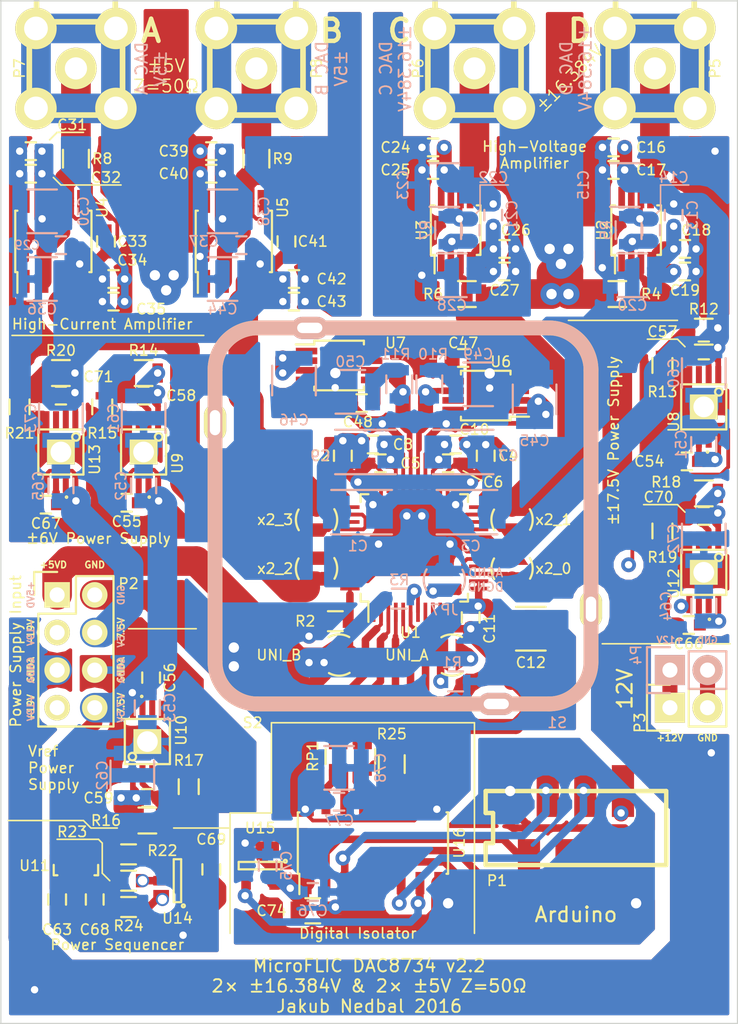
<source format=kicad_pcb>
(kicad_pcb (version 4) (host pcbnew 4.0.2+e4-6225~38~ubuntu14.04.1-stable)
  (layers (0 F.Cu signal hide) (1 In1.Cu signal hide) (2 In2.Cu signal hide) (31 B.Cu signal hide) (34 B.Paste user) (35 F.Paste user) (36 B.SilkS user) (37 F.SilkS user) (38 B.Mask user) (39 F.Mask user) (44 Edge.Cuts user))
  (net 0 "")
  (net 1 VDD)
  (net 2 GNDA)
  (net 3 VSS)
  (net 4 +5VD)
  (net 5 /highVoltageAmp/VOUT-A)
  (net 6 /highVoltageAmp/INV-0)
  (net 7 /highVoltageAmp/VOUT-B)
  (net 8 /highVoltageAmp/INV-1)
  (net 9 +6V)
  (net 10 -6V)
  (net 11 VCC)
  (net 12 "Net-(JP1-Pad1)")
  (net 13 "Net-(JP2-Pad1)")
  (net 14 /highVoltageAmp/VOUT-0)
  (net 15 "Net-(JP3-Pad1)")
  (net 16 /highVoltageAmp/VOUT-1)
  (net 17 "Net-(JP4-Pad1)")
  (net 18 "Net-(JP5-Pad1)")
  (net 19 "Net-(JP6-Pad1)")
  (net 20 "Net-(R3-Pad1)")
  (net 21 /highCurrentAmp/VOUT-C)
  (net 22 /highCurrentAmp/VOUT-2)
  (net 23 /highCurrentAmp/VOUT-D)
  (net 24 /highCurrentAmp/VOUT-3)
  (net 25 /P12V)
  (net 26 /PGND)
  (net 27 /highCurrentAmp/CMP2)
  (net 28 /highCurrentAmp/CMP1)
  (net 29 /highCurrentAmp/INV-2)
  (net 30 /highCurrentAmp/INV-3)
  (net 31 GND)
  (net 32 /reference/TRIM4)
  (net 33 /reference/TRIM5)
  (net 34 /reference/4.096V)
  (net 35 /reference/5.000V)
  (net 36 /powerSupply/+19V)
  (net 37 /powerSupply/+7.5V)
  (net 38 /powerSupply/NRVDD)
  (net 39 /powerSupply/NR+6)
  (net 40 /powerSupply/NRREF)
  (net 41 /powerSupply/FBVDD)
  (net 42 /powerSupply/FB+6)
  (net 43 /powerSupply/FBREF)
  (net 44 /powerSupply/-19V)
  (net 45 /powerSupply/-7.5V)
  (net 46 /powerSupply/NRVSS)
  (net 47 /powerSupply/NR-6)
  (net 48 /powerSupply/FBVSS)
  (net 49 /powerSupply/FB-6)
  (net 50 /digitalIsolation/A_IOREF)
  (net 51 /digitalIsolation/A_GND)
  (net 52 /digitalIsolation/A_~SS)
  (net 53 /digitalIsolation/A_SCLK)
  (net 54 /digitalIsolation/A_SDI)
  (net 55 /digitalIsolation/A_SDO)
  (net 56 /digitalIsolation/A_~LDAC)
  (net 57 /powerSupply/EN_VDD)
  (net 58 /powerSupply/EN_REF)
  (net 59 /powerSupply/EN_VSS)
  (net 60 /digitalIsolation/~SS)
  (net 61 /digitalIsolation/SCLK)
  (net 62 /digitalIsolation/SDI)
  (net 63 /digitalIsolation/SDO)
  (net 64 /digitalIsolation/~LDAC)
  (net 65 "Net-(C49-Pad1)")
  (net 66 "Net-(C50-Pad1)")
  (net 67 "Net-(R25-Pad2)")
  (net 68 "Net-(RP1-Pad1)")
  (net 69 "Net-(RP1-Pad3)")
  (net 70 "Net-(RP1-Pad2)")
  (net 71 "Net-(RP1-Pad4)")
  (net 72 +5V)
  (net 73 "Net-(C69-Pad1)")
  (net 74 "Net-(U15-Pad4)")
  (module jakub:SMA (layer F.Cu) (at 144.272 104.648)
    (fp_text reference P5 (at 4.064 0 90) (layer F.SilkS) (effects (font (size 0.7 0.7) (thickness 0.11))))
    (fp_text value SMA hide)
    (pad 1 thru_hole circle (at 0 0) (size 2.8 2.8) (drill 1.5) (layers *.Cu *.Mask F.SilkS) (net 5 /highVoltageAmp/VOUT-A))
    (pad 3 thru_hole circle (at 2.7 -2.7) (size 2.8 2.8) (drill 1.6) (layers *.Cu *.Mask F.SilkS) (net 2 GNDA))
    (pad 2 thru_hole circle (at -2.7 -2.7) (size 2.8 2.8) (drill 1.6) (layers *.Cu *.Mask F.SilkS) (net 2 GNDA))
    (pad 5 thru_hole circle (at -2.7 2.7) (size 2.8 2.8) (drill 1.6) (layers *.Cu *.Mask F.SilkS) (net 2 GNDA))
    (pad 4 thru_hole circle (at 2.7 2.7) (size 2.8 2.8) (drill 1.6) (layers *.Cu *.Mask F.SilkS) (net 2 GNDA))
  )
  (module jakub:SSOP8_powerPAD (layer F.Cu) (at 147.574 138.684 180)
    (fp_text reference U12 (at 2.032 -0.762 270) (layer F.SilkS) (effects (font (size 0.7 0.7) (thickness 0.11))))
    (fp_text value TPS7A3001 hide)
    (pad 1 smd rect (at -0.9779 2.1725 180) (size 0.4064 1.17) (layers F.Cu F.Paste F.Mask) (net 3 VSS))
    (pad 2 smd rect (at -0.3302 2.1725 180) (size 0.4064 1.17) (layers F.Cu F.Paste F.Mask) (net 48 /powerSupply/FBVSS))
    (pad 3 smd rect (at 0.3302 2.1725 180) (size 0.4064 1.17) (layers F.Cu F.Paste F.Mask))
    (pad 4 smd rect (at 0.9779 2.1725 180) (size 0.4064 1.17) (layers F.Cu F.Paste F.Mask) (net 2 GNDA))
    (pad 5 smd rect (at 0.9779 -2.1725 180) (size 0.4064 1.17) (layers F.Cu F.Paste F.Mask) (net 59 /powerSupply/EN_VSS))
    (pad 6 smd rect (at 0.3302 -2.1725 180) (size 0.4064 1.17) (layers F.Cu F.Paste F.Mask) (net 46 /powerSupply/NRVSS))
    (pad 7 smd rect (at -0.3302 -2.1725 180) (size 0.4064 1.17) (layers F.Cu F.Paste F.Mask))
    (pad 8 smd rect (at -0.9779 -2.1725 180) (size 0.4064 1.17) (layers F.Cu F.Paste F.Mask) (net 44 /powerSupply/-19V))
    (pad 9 thru_hole rect (at 0 0 180) (size 1.88 1.68) (drill 1.4) (layers *.Cu *.Mask F.SilkS) (net 2 GNDA))
  )
  (module Capacitors_SMD:C_0603 (layer F.Cu) (at 146.431 131.191 180)
    (fp_text reference C54 (at 2.54 0 180) (layer F.SilkS) (effects (font (size 0.7 0.7) (thickness 0.11))))
    (fp_text value 10n hide)
    (pad 1 smd rect (at -0.75 0 180) (size 0.8 0.75) (layers F.Cu F.Paste F.Mask) (net 38 /powerSupply/NRVDD))
    (pad 2 smd rect (at 0.75 0 180) (size 0.8 0.75) (layers F.Cu F.Paste F.Mask) (net 2 GNDA))
  )
  (module Capacitors_SMD:C_0805 (layer B.Cu) (at 109.982 147.828 270)
    (fp_text reference C53 (at 0 -1.524 270) (layer B.SilkS) (effects (font (size 0.7 0.7) (thickness 0.11)) (justify mirror)))
    (fp_text value 10u/25V hide)
    (pad 1 smd rect (at -1 0 270) (size 1 1.25) (layers B.Cu B.Paste B.Mask) (net 37 /powerSupply/+7.5V))
    (pad 2 smd rect (at 1 0 270) (size 1 1.25) (layers B.Cu B.Paste B.Mask) (net 2 GNDA))
  )
  (module Resistors_SMD:R_0805 (layer F.Cu) (at 109.982 155.448)
    (fp_text reference R16 (at -2.794 0) (layer F.SilkS) (effects (font (size 0.7 0.7) (thickness 0.11))))
    (fp_text value 48k7 hide)
    (pad 1 smd rect (at -0.95 0) (size 0.7 1.3) (layers F.Cu F.Paste F.Mask) (net 11 VCC))
    (pad 2 smd rect (at 0.95 0) (size 0.7 1.3) (layers F.Cu F.Paste F.Mask) (net 43 /powerSupply/FBREF))
  )
  (module Capacitors_SMD:C_0603 (layer F.Cu) (at 110.236 145.796 90)
    (fp_text reference C56 (at 0 1.27 90) (layer F.SilkS) (effects (font (size 0.7 0.7) (thickness 0.11))))
    (fp_text value 10n hide)
    (pad 1 smd rect (at -0.75 0 90) (size 0.8 0.75) (layers F.Cu F.Paste F.Mask) (net 40 /powerSupply/NRREF))
    (pad 2 smd rect (at 0.75 0 90) (size 0.8 0.75) (layers F.Cu F.Paste F.Mask) (net 2 GNDA))
  )
  (module Capacitors_SMD:C_0603 (layer F.Cu) (at 109.982 153.924)
    (fp_text reference C59 (at -3.302 0 180) (layer F.SilkS) (effects (font (size 0.7 0.7) (thickness 0.11))))
    (fp_text value 10n hide)
    (pad 1 smd rect (at -0.75 0) (size 0.8 0.75) (layers F.Cu F.Paste F.Mask) (net 11 VCC))
    (pad 2 smd rect (at 0.75 0) (size 0.8 0.75) (layers F.Cu F.Paste F.Mask) (net 43 /powerSupply/FBREF))
  )
  (module jakub:SSOP8_powerPAD (layer F.Cu) (at 109.982 150.114)
    (fp_text reference U10 (at 2.286 -0.762 90) (layer F.SilkS) (effects (font (size 0.7 0.7) (thickness 0.11))))
    (fp_text value TPS7A4901 hide)
    (pad 1 smd rect (at -0.9779 2.1725) (size 0.4064 1.17) (layers F.Cu F.Paste F.Mask) (net 11 VCC))
    (pad 2 smd rect (at -0.3302 2.1725) (size 0.4064 1.17) (layers F.Cu F.Paste F.Mask) (net 43 /powerSupply/FBREF))
    (pad 3 smd rect (at 0.3302 2.1725) (size 0.4064 1.17) (layers F.Cu F.Paste F.Mask))
    (pad 4 smd rect (at 0.9779 2.1725) (size 0.4064 1.17) (layers F.Cu F.Paste F.Mask) (net 2 GNDA))
    (pad 5 smd rect (at 0.9779 -2.1725) (size 0.4064 1.17) (layers F.Cu F.Paste F.Mask) (net 58 /powerSupply/EN_REF))
    (pad 6 smd rect (at 0.3302 -2.1725) (size 0.4064 1.17) (layers F.Cu F.Paste F.Mask) (net 40 /powerSupply/NRREF))
    (pad 7 smd rect (at -0.3302 -2.1725) (size 0.4064 1.17) (layers F.Cu F.Paste F.Mask))
    (pad 8 smd rect (at -0.9779 -2.1725) (size 0.4064 1.17) (layers F.Cu F.Paste F.Mask) (net 37 /powerSupply/+7.5V))
    (pad 9 thru_hole rect (at 0 0) (size 1.88 1.68) (drill 1.4) (layers *.Cu *.Mask F.SilkS) (net 2 GNDA))
  )
  (module Capacitors_SMD:C_1210 (layer B.Cu) (at 108.966 152.4 90)
    (fp_text reference C62 (at 0 -2.032 90) (layer B.SilkS) (effects (font (size 0.7 0.7) (thickness 0.11)) (justify mirror)))
    (fp_text value 22u/25V hide)
    (pad 1 smd rect (at -1.5 0 90) (size 1 2.5) (layers B.Cu B.Paste B.Mask) (net 11 VCC))
    (pad 2 smd rect (at 1.5 0 90) (size 1 2.5) (layers B.Cu B.Paste B.Mask) (net 2 GNDA))
  )
  (module Capacitors_SMD:C_1210 (layer B.Cu) (at 147.574 125.222 270)
    (fp_text reference C60 (at 0 2.032 270) (layer B.SilkS) (effects (font (size 0.7 0.7) (thickness 0.11)) (justify mirror)))
    (fp_text value 10u/35V hide)
    (pad 1 smd rect (at -1.5 0 270) (size 1 2.5) (layers B.Cu B.Paste B.Mask) (net 1 VDD))
    (pad 2 smd rect (at 1.5 0 270) (size 1 2.5) (layers B.Cu B.Paste B.Mask) (net 2 GNDA))
  )
  (module jakub:SSOP8_powerPAD (layer F.Cu) (at 147.574 127.508 180)
    (fp_text reference U8 (at 2.032 -1.016 270) (layer F.SilkS) (effects (font (size 0.7 0.7) (thickness 0.11))))
    (fp_text value TPS7A4901 hide)
    (pad 1 smd rect (at -0.9779 2.1725 180) (size 0.4064 1.17) (layers F.Cu F.Paste F.Mask) (net 1 VDD))
    (pad 2 smd rect (at -0.3302 2.1725 180) (size 0.4064 1.17) (layers F.Cu F.Paste F.Mask) (net 41 /powerSupply/FBVDD))
    (pad 3 smd rect (at 0.3302 2.1725 180) (size 0.4064 1.17) (layers F.Cu F.Paste F.Mask))
    (pad 4 smd rect (at 0.9779 2.1725 180) (size 0.4064 1.17) (layers F.Cu F.Paste F.Mask) (net 2 GNDA))
    (pad 5 smd rect (at 0.9779 -2.1725 180) (size 0.4064 1.17) (layers F.Cu F.Paste F.Mask) (net 57 /powerSupply/EN_VDD))
    (pad 6 smd rect (at 0.3302 -2.1725 180) (size 0.4064 1.17) (layers F.Cu F.Paste F.Mask) (net 38 /powerSupply/NRVDD))
    (pad 7 smd rect (at -0.3302 -2.1725 180) (size 0.4064 1.17) (layers F.Cu F.Paste F.Mask))
    (pad 8 smd rect (at -0.9779 -2.1725 180) (size 0.4064 1.17) (layers F.Cu F.Paste F.Mask) (net 36 /powerSupply/+19V))
    (pad 9 thru_hole rect (at 0 0 180) (size 1.88 1.68) (drill 1.4) (layers *.Cu *.Mask F.SilkS) (net 2 GNDA))
  )
  (module Capacitors_SMD:C_0603 (layer F.Cu) (at 147.574 123.698 180)
    (fp_text reference C57 (at 2.794 1.27 360) (layer F.SilkS) (effects (font (size 0.7 0.7) (thickness 0.11))))
    (fp_text value 10n hide)
    (pad 1 smd rect (at -0.75 0 180) (size 0.8 0.75) (layers F.Cu F.Paste F.Mask) (net 1 VDD))
    (pad 2 smd rect (at 0.75 0 180) (size 0.8 0.75) (layers F.Cu F.Paste F.Mask) (net 41 /powerSupply/FBVDD))
  )
  (module Resistors_SMD:R_0805 (layer F.Cu) (at 147.574 122.428 180)
    (fp_text reference R12 (at 0 1.524 180) (layer F.SilkS) (effects (font (size 0.7 0.7) (thickness 0.11))))
    (fp_text value 165k hide)
    (pad 1 smd rect (at -0.95 0 180) (size 0.7 1.3) (layers F.Cu F.Paste F.Mask) (net 1 VDD))
    (pad 2 smd rect (at 0.95 0 180) (size 0.7 1.3) (layers F.Cu F.Paste F.Mask) (net 41 /powerSupply/FBVDD))
  )
  (module Capacitors_SMD:C_0805 (layer B.Cu) (at 147.574 130.048 90)
    (fp_text reference C51 (at 0 -1.524 90) (layer B.SilkS) (effects (font (size 0.7 0.7) (thickness 0.11)) (justify mirror)))
    (fp_text value 10u/25V hide)
    (pad 1 smd rect (at -1 0 90) (size 1 1.25) (layers B.Cu B.Paste B.Mask) (net 36 /powerSupply/+19V))
    (pad 2 smd rect (at 1 0 90) (size 1 1.25) (layers B.Cu B.Paste B.Mask) (net 2 GNDA))
  )
  (module Capacitors_SMD:C_1210 (layer B.Cu) (at 147.574 136.398 270)
    (fp_text reference C72 (at 0 2.032 270) (layer B.SilkS) (effects (font (size 0.7 0.7) (thickness 0.11)) (justify mirror)))
    (fp_text value 10u/35V hide)
    (pad 1 smd rect (at -1.5 0 270) (size 1 2.5) (layers B.Cu B.Paste B.Mask) (net 3 VSS))
    (pad 2 smd rect (at 1.5 0 270) (size 1 2.5) (layers B.Cu B.Paste B.Mask) (net 2 GNDA))
  )
  (module Capacitors_SMD:C_0603 (layer F.Cu) (at 147.574 134.874 180)
    (fp_text reference C70 (at 3.048 1.27 180) (layer F.SilkS) (effects (font (size 0.7 0.7) (thickness 0.11))))
    (fp_text value 10n hide)
    (pad 1 smd rect (at -0.75 0 180) (size 0.8 0.75) (layers F.Cu F.Paste F.Mask) (net 3 VSS))
    (pad 2 smd rect (at 0.75 0 180) (size 0.8 0.75) (layers F.Cu F.Paste F.Mask) (net 48 /powerSupply/FBVSS))
  )
  (module Capacitors_SMD:C_0603 (layer F.Cu) (at 146.558 142.24 180)
    (fp_text reference C66 (at 0 -1.27 180) (layer F.SilkS) (effects (font (size 0.7 0.7) (thickness 0.11))))
    (fp_text value 10n hide)
    (pad 1 smd rect (at -0.75 0 180) (size 0.8 0.75) (layers F.Cu F.Paste F.Mask) (net 46 /powerSupply/NRVSS))
    (pad 2 smd rect (at 0.75 0 180) (size 0.8 0.75) (layers F.Cu F.Paste F.Mask) (net 2 GNDA))
  )
  (module Resistors_SMD:R_0805 (layer F.Cu) (at 147.574 133.35 180)
    (fp_text reference R18 (at 2.54 0.762 180) (layer F.SilkS) (effects (font (size 0.7 0.7) (thickness 0.11))))
    (fp_text value 165k hide)
    (pad 1 smd rect (at -0.95 0 180) (size 0.7 1.3) (layers F.Cu F.Paste F.Mask) (net 3 VSS))
    (pad 2 smd rect (at 0.95 0 180) (size 0.7 1.3) (layers F.Cu F.Paste F.Mask) (net 48 /powerSupply/FBVSS))
  )
  (module Capacitors_SMD:C_0805 (layer B.Cu) (at 147.574 140.97 90)
    (fp_text reference C64 (at 0 -2.54 90) (layer B.SilkS) (effects (font (size 0.7 0.7) (thickness 0.11)) (justify mirror)))
    (fp_text value 10u/25V hide)
    (pad 1 smd rect (at -1 0 90) (size 1 1.25) (layers B.Cu B.Paste B.Mask) (net 44 /powerSupply/-19V))
    (pad 2 smd rect (at 1 0 90) (size 1 1.25) (layers B.Cu B.Paste B.Mask) (net 2 GNDA))
  )
  (module jakub:solder_jumper (layer F.Cu) (at 130.556 144.272)
    (fp_text reference JP1 hide)
    (fp_text value UNI_A (at -3.048 0) (layer F.SilkS) (effects (font (size 0.7 0.7) (thickness 0.11))))
    (pad 1 smd trapezoid (at -0.7 0 90) (size 1.6 0.9) (rect_delta 0 0.6) (layers F.Cu F.Paste F.Mask) (net 12 "Net-(JP1-Pad1)"))
    (pad 2 smd trapezoid (at 0.7 0 270) (size 1.6 0.9) (rect_delta 0 0.6) (layers F.Cu F.Paste F.Mask) (net 4 +5VD))
  )
  (module Pin_Headers:Pin_Header_Straight_2x04 (layer F.Cu) (at 103.886 140.208)
    (fp_text reference P2 (at 4.826 -0.762) (layer F.SilkS) (effects (font (size 0.7 0.7) (thickness 0.11))))
    (fp_text value "2x4 header strip" hide)
    (pad 1 thru_hole rect (at 0 0) (size 1.7272 1.7272) (drill 1.016) (layers *.Cu *.Mask F.SilkS) (net 4 +5VD))
    (pad 2 thru_hole oval (at 2.54 0) (size 1.7272 1.7272) (drill 1.016) (layers *.Cu *.Mask F.SilkS) (net 31 GND))
    (pad 3 thru_hole oval (at 0 2.54) (size 1.7272 1.7272) (drill 1.016) (layers *.Cu *.Mask F.SilkS) (net 44 /powerSupply/-19V))
    (pad 4 thru_hole oval (at 2.54 2.54) (size 1.7272 1.7272) (drill 1.016) (layers *.Cu *.Mask F.SilkS) (net 45 /powerSupply/-7.5V))
    (pad 5 thru_hole oval (at 0 5.08) (size 1.7272 1.7272) (drill 1.016) (layers *.Cu *.Mask F.SilkS) (net 2 GNDA))
    (pad 6 thru_hole oval (at 2.54 5.08) (size 1.7272 1.7272) (drill 1.016) (layers *.Cu *.Mask F.SilkS) (net 2 GNDA))
    (pad 7 thru_hole oval (at 0 7.62) (size 1.7272 1.7272) (drill 1.016) (layers *.Cu *.Mask F.SilkS) (net 36 /powerSupply/+19V))
    (pad 8 thru_hole oval (at 2.54 7.62) (size 1.7272 1.7272) (drill 1.016) (layers *.Cu *.Mask F.SilkS) (net 37 /powerSupply/+7.5V))
  )
  (module jakub:SSOP8_powerPAD (layer F.Cu) (at 104.14 130.556 180)
    (fp_text reference U13 (at -2.286 -0.508 270) (layer F.SilkS) (effects (font (size 0.7 0.7) (thickness 0.11))))
    (fp_text value TPS7A3001 hide)
    (pad 1 smd rect (at -0.9779 2.1725 180) (size 0.4064 1.17) (layers F.Cu F.Paste F.Mask) (net 10 -6V))
    (pad 2 smd rect (at -0.3302 2.1725 180) (size 0.4064 1.17) (layers F.Cu F.Paste F.Mask) (net 49 /powerSupply/FB-6))
    (pad 3 smd rect (at 0.3302 2.1725 180) (size 0.4064 1.17) (layers F.Cu F.Paste F.Mask))
    (pad 4 smd rect (at 0.9779 2.1725 180) (size 0.4064 1.17) (layers F.Cu F.Paste F.Mask) (net 2 GNDA))
    (pad 5 smd rect (at 0.9779 -2.1725 180) (size 0.4064 1.17) (layers F.Cu F.Paste F.Mask) (net 45 /powerSupply/-7.5V))
    (pad 6 smd rect (at 0.3302 -2.1725 180) (size 0.4064 1.17) (layers F.Cu F.Paste F.Mask) (net 47 /powerSupply/NR-6))
    (pad 7 smd rect (at -0.3302 -2.1725 180) (size 0.4064 1.17) (layers F.Cu F.Paste F.Mask))
    (pad 8 smd rect (at -0.9779 -2.1725 180) (size 0.4064 1.17) (layers F.Cu F.Paste F.Mask) (net 45 /powerSupply/-7.5V))
    (pad 9 thru_hole rect (at 0 0 180) (size 1.88 1.68) (drill 1.4) (layers *.Cu *.Mask F.SilkS) (net 2 GNDA))
  )
  (module Capacitors_SMD:C_1210 (layer B.Cu) (at 142.748 118.618)
    (fp_text reference C20 (at 0 2.032) (layer B.SilkS) (effects (font (size 0.7 0.7) (thickness 0.11)) (justify mirror)))
    (fp_text value 10u/35V hide)
    (pad 1 smd rect (at -1.5 0) (size 1 2.5) (layers B.Cu B.Paste B.Mask) (net 2 GNDA))
    (pad 2 smd rect (at 1.5 0) (size 1 2.5) (layers B.Cu B.Paste B.Mask) (net 3 VSS))
  )
  (module Capacitors_SMD:C_1210 (layer B.Cu) (at 142.24 112.522)
    (fp_text reference C15 (at -2.794 0 90) (layer B.SilkS) (effects (font (size 0.7 0.7) (thickness 0.11)) (justify mirror)))
    (fp_text value 10u/35V hide)
    (pad 1 smd rect (at -1.5 0) (size 1 2.5) (layers B.Cu B.Paste B.Mask) (net 2 GNDA))
    (pad 2 smd rect (at 1.5 0) (size 1 2.5) (layers B.Cu B.Paste B.Mask) (net 1 VDD))
  )
  (module Capacitors_SMD:C_0603 (layer F.Cu) (at 146.304 116.84 180)
    (fp_text reference C18 (at -0.762 1.27 180) (layer F.SilkS) (effects (font (size 0.7 0.7) (thickness 0.11))))
    (fp_text value 10n hide)
    (pad 1 smd rect (at -0.75 0 180) (size 0.8 0.75) (layers F.Cu F.Paste F.Mask) (net 2 GNDA))
    (pad 2 smd rect (at 0.75 0 180) (size 0.8 0.75) (layers F.Cu F.Paste F.Mask) (net 3 VSS))
  )
  (module Capacitors_SMD:C_0603 (layer F.Cu) (at 146.304 118.364 180)
    (fp_text reference C19 (at 0 -1.27 180) (layer F.SilkS) (effects (font (size 0.7 0.7) (thickness 0.11))))
    (fp_text value 100n hide)
    (pad 1 smd rect (at -0.75 0 180) (size 0.8 0.75) (layers F.Cu F.Paste F.Mask) (net 2 GNDA))
    (pad 2 smd rect (at 0.75 0 180) (size 0.8 0.75) (layers F.Cu F.Paste F.Mask) (net 3 VSS))
  )
  (module Capacitors_SMD:C_0603 (layer F.Cu) (at 141.478 109.982)
    (fp_text reference C16 (at 2.54 0) (layer F.SilkS) (effects (font (size 0.7 0.7) (thickness 0.11))))
    (fp_text value 100n hide)
    (pad 1 smd rect (at -0.75 0) (size 0.8 0.75) (layers F.Cu F.Paste F.Mask) (net 2 GNDA))
    (pad 2 smd rect (at 0.75 0) (size 0.8 0.75) (layers F.Cu F.Paste F.Mask) (net 1 VDD))
  )
  (module Capacitors_SMD:C_0603 (layer B.Cu) (at 145.542 114.554 270)
    (fp_text reference C13 (at 0 -1.27 270) (layer B.SilkS) (effects (font (size 0.7 0.7) (thickness 0.11)) (justify mirror)))
    (fp_text value 10n hide)
    (pad 1 smd rect (at -0.75 0 270) (size 0.8 0.75) (layers B.Cu B.Paste B.Mask) (net 1 VDD))
    (pad 2 smd rect (at 0.75 0 270) (size 0.8 0.75) (layers B.Cu B.Paste B.Mask) (net 3 VSS))
  )
  (module Housings_SSOP:MSOP-8_3x3mm_Pitch0.65mm (layer F.Cu) (at 143.002 115.57 90)
    (fp_text reference U2 (at 0 -2.286 90) (layer F.SilkS) (effects (font (size 0.7 0.7) (thickness 0.11))))
    (fp_text value OPA211 hide)
    (pad 1 smd rect (at -2.2 -0.975 90) (size 1.45 0.45) (layers F.Cu F.Paste F.Mask))
    (pad 2 smd rect (at -2.2 -0.325 90) (size 1.45 0.45) (layers F.Cu F.Paste F.Mask) (net 6 /highVoltageAmp/INV-0))
    (pad 3 smd rect (at -2.2 0.325 90) (size 1.45 0.45) (layers F.Cu F.Paste F.Mask) (net 14 /highVoltageAmp/VOUT-0))
    (pad 4 smd rect (at -2.2 0.975 90) (size 1.45 0.45) (layers F.Cu F.Paste F.Mask) (net 3 VSS))
    (pad 5 smd rect (at 2.2 0.975 90) (size 1.45 0.45) (layers F.Cu F.Paste F.Mask))
    (pad 6 smd rect (at 2.2 0.325 90) (size 1.45 0.45) (layers F.Cu F.Paste F.Mask) (net 5 /highVoltageAmp/VOUT-A))
    (pad 7 smd rect (at 2.2 -0.325 90) (size 1.45 0.45) (layers F.Cu F.Paste F.Mask) (net 1 VDD))
    (pad 8 smd rect (at 2.2 -0.975 90) (size 1.45 0.45) (layers F.Cu F.Paste F.Mask))
  )
  (module Resistors_SMD:R_0805 (layer B.Cu) (at 142.494 115.57 270)
    (fp_text reference R5 (at 0 1.524 270) (layer B.SilkS) (effects (font (size 0.7 0.7) (thickness 0.11)) (justify mirror)))
    (fp_text value 1k/0.01%/100mW hide)
    (pad 1 smd rect (at -0.95 0 270) (size 0.7 1.3) (layers B.Cu B.Paste B.Mask) (net 5 /highVoltageAmp/VOUT-A))
    (pad 2 smd rect (at 0.95 0 270) (size 0.7 1.3) (layers B.Cu B.Paste B.Mask) (net 6 /highVoltageAmp/INV-0))
  )
  (module Resistors_SMD:R_0805 (layer F.Cu) (at 141.732 119.888 180)
    (fp_text reference R4 (at -2.286 0 180) (layer F.SilkS) (effects (font (size 0.7 0.7) (thickness 0.11))))
    (fp_text value 1k/0.01%/100mW hide)
    (pad 1 smd rect (at -0.95 0 180) (size 0.7 1.3) (layers F.Cu F.Paste F.Mask) (net 6 /highVoltageAmp/INV-0))
    (pad 2 smd rect (at 0.95 0 180) (size 0.7 1.3) (layers F.Cu F.Paste F.Mask) (net 2 GNDA))
  )
  (module Capacitors_SMD:C_0603 (layer B.Cu) (at 144.018 115.57 270)
    (fp_text reference C14 (at -3.556 -1.524 360) (layer B.SilkS) (effects (font (size 0.7 0.7) (thickness 0.11)) (justify mirror)))
    (fp_text value 10p hide)
    (pad 1 smd rect (at -0.75 0 270) (size 0.8 0.75) (layers B.Cu B.Paste B.Mask) (net 5 /highVoltageAmp/VOUT-A))
    (pad 2 smd rect (at 0.75 0 270) (size 0.8 0.75) (layers B.Cu B.Paste B.Mask) (net 6 /highVoltageAmp/INV-0))
  )
  (module Capacitors_SMD:C_0603 (layer F.Cu) (at 141.478 111.506)
    (fp_text reference C17 (at 2.54 0) (layer F.SilkS) (effects (font (size 0.7 0.7) (thickness 0.11))))
    (fp_text value 10n hide)
    (pad 1 smd rect (at -0.75 0) (size 0.8 0.75) (layers F.Cu F.Paste F.Mask) (net 2 GNDA))
    (pad 2 smd rect (at 0.75 0) (size 0.8 0.75) (layers F.Cu F.Paste F.Mask) (net 1 VDD))
  )
  (module Capacitors_SMD:C_0603 (layer F.Cu) (at 129.286 111.506)
    (fp_text reference C25 (at -2.54 0) (layer F.SilkS) (effects (font (size 0.7 0.7) (thickness 0.11))))
    (fp_text value 10n hide)
    (pad 1 smd rect (at -0.75 0) (size 0.8 0.75) (layers F.Cu F.Paste F.Mask) (net 2 GNDA))
    (pad 2 smd rect (at 0.75 0) (size 0.8 0.75) (layers F.Cu F.Paste F.Mask) (net 1 VDD))
  )
  (module Capacitors_SMD:C_0603 (layer B.Cu) (at 131.826 115.57 270)
    (fp_text reference C22 (at -3.556 -1.524 360) (layer B.SilkS) (effects (font (size 0.7 0.7) (thickness 0.11)) (justify mirror)))
    (fp_text value 10p hide)
    (pad 1 smd rect (at -0.75 0 270) (size 0.8 0.75) (layers B.Cu B.Paste B.Mask) (net 7 /highVoltageAmp/VOUT-B))
    (pad 2 smd rect (at 0.75 0 270) (size 0.8 0.75) (layers B.Cu B.Paste B.Mask) (net 8 /highVoltageAmp/INV-1))
  )
  (module Capacitors_SMD:C_1210 (layer B.Cu) (at 102.87 118.872)
    (fp_text reference C36 (at 0 2.032 180) (layer B.SilkS) (effects (font (size 0.7 0.7) (thickness 0.11)) (justify mirror)))
    (fp_text value 22u/25V hide)
    (pad 1 smd rect (at -1.5 0) (size 1 2.5) (layers B.Cu B.Paste B.Mask) (net 2 GNDA))
    (pad 2 smd rect (at 1.5 0) (size 1 2.5) (layers B.Cu B.Paste B.Mask) (net 10 -6V))
  )
  (module Capacitors_SMD:C_1210 (layer B.Cu) (at 102.87 114.3)
    (fp_text reference C30 (at 2.794 0 90) (layer B.SilkS) (effects (font (size 0.7 0.7) (thickness 0.11)) (justify mirror)))
    (fp_text value 22u/25V hide)
    (pad 1 smd rect (at -1.5 0) (size 1 2.5) (layers B.Cu B.Paste B.Mask) (net 2 GNDA))
    (pad 2 smd rect (at 1.5 0) (size 1 2.5) (layers B.Cu B.Paste B.Mask) (net 9 +6V))
  )
  (module Resistors_SMD:R_0805 (layer F.Cu) (at 105.156 110.744 270)
    (fp_text reference R8 (at 0 -1.778 360) (layer F.SilkS) (effects (font (size 0.7 0.7) (thickness 0.11))))
    (fp_text value 49R9/0.1%/250mW hide)
    (pad 1 smd rect (at -0.95 0 270) (size 0.7 1.3) (layers F.Cu F.Paste F.Mask) (net 21 /highCurrentAmp/VOUT-C))
    (pad 2 smd rect (at 0.95 0 270) (size 0.7 1.3) (layers F.Cu F.Paste F.Mask) (net 29 /highCurrentAmp/INV-2))
  )
  (module Capacitors_SMD:C_0603 (layer F.Cu) (at 107.696 120.396 180)
    (fp_text reference C35 (at -2.54 -0.508 180) (layer F.SilkS) (effects (font (size 0.7 0.7) (thickness 0.11))))
    (fp_text value 100n hide)
    (pad 1 smd rect (at -0.75 0 180) (size 0.8 0.75) (layers F.Cu F.Paste F.Mask) (net 2 GNDA))
    (pad 2 smd rect (at 0.75 0 180) (size 0.8 0.75) (layers F.Cu F.Paste F.Mask) (net 10 -6V))
  )
  (module Capacitors_SMD:C_0603 (layer F.Cu) (at 107.696 118.872 180)
    (fp_text reference C34 (at -1.27 1.27 180) (layer F.SilkS) (effects (font (size 0.7 0.7) (thickness 0.11))))
    (fp_text value 10n hide)
    (pad 1 smd rect (at -0.75 0 180) (size 0.8 0.75) (layers F.Cu F.Paste F.Mask) (net 2 GNDA))
    (pad 2 smd rect (at 0.75 0 180) (size 0.8 0.75) (layers F.Cu F.Paste F.Mask) (net 10 -6V))
  )
  (module Capacitors_SMD:C_0603 (layer F.Cu) (at 107.188 116.332 270)
    (fp_text reference C33 (at 0 -1.778 360) (layer F.SilkS) (effects (font (size 0.7 0.7) (thickness 0.11))))
    (fp_text value 10p hide)
    (pad 1 smd rect (at -0.75 0 270) (size 0.8 0.75) (layers F.Cu F.Paste F.Mask) (net 27 /highCurrentAmp/CMP2))
    (pad 2 smd rect (at 0.75 0 270) (size 0.8 0.75) (layers F.Cu F.Paste F.Mask) (net 10 -6V))
  )
  (module Capacitors_SMD:C_0603 (layer F.Cu) (at 102.108 110.236)
    (fp_text reference C31 (at 2.794 -1.778) (layer F.SilkS) (effects (font (size 0.7 0.7) (thickness 0.11))))
    (fp_text value 100n hide)
    (pad 1 smd rect (at -0.75 0) (size 0.8 0.75) (layers F.Cu F.Paste F.Mask) (net 2 GNDA))
    (pad 2 smd rect (at 0.75 0) (size 0.8 0.75) (layers F.Cu F.Paste F.Mask) (net 9 +6V))
  )
  (module Capacitors_SMD:C_0603 (layer B.Cu) (at 104.14 116.586)
    (fp_text reference C29 (at -2.286 0) (layer B.SilkS) (effects (font (size 0.6 0.6) (thickness 0.1)) (justify mirror)))
    (fp_text value 10n hide)
    (pad 1 smd rect (at -0.75 0) (size 0.8 0.75) (layers B.Cu B.Paste B.Mask) (net 9 +6V))
    (pad 2 smd rect (at 0.75 0) (size 0.8 0.75) (layers B.Cu B.Paste B.Mask) (net 10 -6V))
  )
  (module Housings_SOIC:SOIC-8_3.9x4.9mm_Pitch1.27mm (layer F.Cu) (at 103.632 116.332 90)
    (fp_text reference U4 (at 2.286 3.302 90) (layer F.SilkS) (effects (font (size 0.7 0.7) (thickness 0.11))))
    (fp_text value AD8021 hide)
    (pad 1 smd rect (at -2.7 -1.905 90) (size 1.55 0.6) (layers F.Cu F.Paste F.Mask))
    (pad 2 smd rect (at -2.7 -0.635 90) (size 1.55 0.6) (layers F.Cu F.Paste F.Mask) (net 29 /highCurrentAmp/INV-2))
    (pad 3 smd rect (at -2.7 0.635 90) (size 1.55 0.6) (layers F.Cu F.Paste F.Mask) (net 22 /highCurrentAmp/VOUT-2))
    (pad 4 smd rect (at -2.7 1.905 90) (size 1.55 0.6) (layers F.Cu F.Paste F.Mask) (net 10 -6V))
    (pad 5 smd rect (at 2.7 1.905 90) (size 1.55 0.6) (layers F.Cu F.Paste F.Mask) (net 27 /highCurrentAmp/CMP2))
    (pad 6 smd rect (at 2.7 0.635 90) (size 1.55 0.6) (layers F.Cu F.Paste F.Mask) (net 29 /highCurrentAmp/INV-2))
    (pad 7 smd rect (at 2.7 -0.635 90) (size 1.55 0.6) (layers F.Cu F.Paste F.Mask) (net 9 +6V))
    (pad 8 smd rect (at 2.7 -1.905 90) (size 1.55 0.6) (layers F.Cu F.Paste F.Mask))
  )
  (module Capacitors_SMD:C_0603 (layer F.Cu) (at 102.108 111.76)
    (fp_text reference C32 (at 5.08 0.254 180) (layer F.SilkS) (effects (font (size 0.7 0.7) (thickness 0.11))))
    (fp_text value 10n hide)
    (pad 1 smd rect (at -0.75 0) (size 0.8 0.75) (layers F.Cu F.Paste F.Mask) (net 2 GNDA))
    (pad 2 smd rect (at 0.75 0) (size 0.8 0.75) (layers F.Cu F.Paste F.Mask) (net 9 +6V))
  )
  (module Capacitors_SMD:C_0603 (layer F.Cu) (at 114.3 111.76)
    (fp_text reference C40 (at -2.54 0) (layer F.SilkS) (effects (font (size 0.7 0.7) (thickness 0.11))))
    (fp_text value 10n hide)
    (pad 1 smd rect (at -0.75 0) (size 0.8 0.75) (layers F.Cu F.Paste F.Mask) (net 2 GNDA))
    (pad 2 smd rect (at 0.75 0) (size 0.8 0.75) (layers F.Cu F.Paste F.Mask) (net 9 +6V))
  )
  (module Housings_SSOP:MSOP-8_3x3mm_Pitch0.65mm (layer F.Cu) (at 122.936 124.714)
    (fp_text reference U7 (at 3.81 -1.524 180) (layer F.SilkS) (effects (font (size 0.7 0.7) (thickness 0.11))))
    (fp_text value REF5050 hide)
    (pad 1 smd rect (at -2.2 -0.975) (size 1.45 0.45) (layers F.Cu F.Paste F.Mask))
    (pad 2 smd rect (at -2.2 -0.325) (size 1.45 0.45) (layers F.Cu F.Paste F.Mask) (net 11 VCC))
    (pad 3 smd rect (at -2.2 0.325) (size 1.45 0.45) (layers F.Cu F.Paste F.Mask))
    (pad 4 smd rect (at -2.2 0.975) (size 1.45 0.45) (layers F.Cu F.Paste F.Mask) (net 2 GNDA))
    (pad 5 smd rect (at 2.2 0.975) (size 1.45 0.45) (layers F.Cu F.Paste F.Mask) (net 33 /reference/TRIM5))
    (pad 6 smd rect (at 2.2 0.325) (size 1.45 0.45) (layers F.Cu F.Paste F.Mask) (net 35 /reference/5.000V))
    (pad 7 smd rect (at 2.2 -0.325) (size 1.45 0.45) (layers F.Cu F.Paste F.Mask))
    (pad 8 smd rect (at 2.2 -0.975) (size 1.45 0.45) (layers F.Cu F.Paste F.Mask))
  )
  (module jakub:7-188275-8 (layer F.Cu) (at 138.938 155.956)
    (fp_text reference P1 (at -5.334 3.556 180) (layer F.SilkS) (effects (font (size 0.7 0.7) (thickness 0.11))))
    (fp_text value "8-way Micro-MaTch" hide)
    (pad 1 smd rect (at -4.445 -2.5) (size 1.5 3.5) (layers F.Cu F.Paste F.Mask) (net 51 /digitalIsolation/A_GND))
    (pad 2 smd rect (at -3.175 2.5) (size 1.5 3.5) (layers F.Cu F.Paste F.Mask) (net 52 /digitalIsolation/A_~SS))
    (pad 3 smd rect (at -1.905 -2.5) (size 1.5 3.5) (layers F.Cu F.Paste F.Mask) (net 53 /digitalIsolation/A_SCLK))
    (pad 4 smd rect (at -0.635 2.5) (size 1.5 3.5) (layers F.Cu F.Paste F.Mask) (net 54 /digitalIsolation/A_SDI))
    (pad 5 smd rect (at 0.635 -2.5) (size 1.5 3.5) (layers F.Cu F.Paste F.Mask) (net 55 /digitalIsolation/A_SDO))
    (pad 6 smd rect (at 1.905 2.5) (size 1.5 3.5) (layers F.Cu F.Paste F.Mask) (net 56 /digitalIsolation/A_~LDAC))
    (pad 7 smd rect (at 3.175 -2.5) (size 1.5 3.5) (layers F.Cu F.Paste F.Mask) (net 50 /digitalIsolation/A_IOREF))
    (pad 8 smd rect (at 4.445 2.5) (size 1.5 3.5) (layers F.Cu F.Paste F.Mask) (net 51 /digitalIsolation/A_GND))
  )
  (module Housings_SOT-23_SOT-143_TSOT-6:SOT-23-6 (layer F.Cu) (at 112.014 159.512 180)
    (fp_text reference U14 (at 0 -2.54 180) (layer F.SilkS) (effects (font (size 0.7 0.7) (thickness 0.11))))
    (fp_text value LM3880 hide)
    (pad 1 smd rect (at -1.1 -0.95 180) (size 1.06 0.65) (layers F.Cu F.Paste F.Mask) (net 72 +5V))
    (pad 2 smd rect (at -1.1 0 180) (size 1.06 0.65) (layers F.Cu F.Paste F.Mask) (net 2 GNDA))
    (pad 3 smd rect (at -1.1 0.95 180) (size 1.06 0.65) (layers F.Cu F.Paste F.Mask) (net 73 "Net-(C69-Pad1)"))
    (pad 4 smd rect (at 1.1 0.95 180) (size 1.06 0.65) (layers F.Cu F.Paste F.Mask) (net 58 /powerSupply/EN_REF))
    (pad 6 smd rect (at 1.1 -0.95 180) (size 1.06 0.65) (layers F.Cu F.Paste F.Mask) (net 59 /powerSupply/EN_VSS))
    (pad 5 smd rect (at 1.1 0 180) (size 1.06 0.65) (layers F.Cu F.Paste F.Mask) (net 57 /powerSupply/EN_VDD))
  )
  (module Capacitors_SMD:C_0805 (layer B.Cu) (at 109.728 132.842 90)
    (fp_text reference C52 (at 0 -1.524 90) (layer B.SilkS) (effects (font (size 0.7 0.7) (thickness 0.11)) (justify mirror)))
    (fp_text value 10u/25V hide)
    (pad 1 smd rect (at -1 0 90) (size 1 1.25) (layers B.Cu B.Paste B.Mask) (net 37 /powerSupply/+7.5V))
    (pad 2 smd rect (at 1 0 90) (size 1 1.25) (layers B.Cu B.Paste B.Mask) (net 2 GNDA))
  )
  (module Capacitors_SMD:C_0805 (layer B.Cu) (at 104.14 132.842 90)
    (fp_text reference C65 (at 0 -1.524 90) (layer B.SilkS) (effects (font (size 0.7 0.7) (thickness 0.11)) (justify mirror)))
    (fp_text value 10u/25V hide)
    (pad 1 smd rect (at -1 0 90) (size 1 1.25) (layers B.Cu B.Paste B.Mask) (net 45 /powerSupply/-7.5V))
    (pad 2 smd rect (at 1 0 90) (size 1 1.25) (layers B.Cu B.Paste B.Mask) (net 2 GNDA))
  )
  (module Resistors_SMD:R_0805 (layer F.Cu) (at 131.572 119.888)
    (fp_text reference R6 (at -2.286 0 180) (layer F.SilkS) (effects (font (size 0.7 0.7) (thickness 0.11))))
    (fp_text value 1k/0.01%/100mW hide)
    (pad 1 smd rect (at -0.95 0) (size 0.7 1.3) (layers F.Cu F.Paste F.Mask) (net 8 /highVoltageAmp/INV-1))
    (pad 2 smd rect (at 0.95 0) (size 0.7 1.3) (layers F.Cu F.Paste F.Mask) (net 2 GNDA))
  )
  (module Resistors_SMD:R_0805 (layer B.Cu) (at 130.302 115.57 270)
    (fp_text reference R7 (at 0 1.524 270) (layer B.SilkS) (effects (font (size 0.7 0.7) (thickness 0.11)) (justify mirror)))
    (fp_text value 1k/0.01%/100mW hide)
    (pad 1 smd rect (at -0.95 0 270) (size 0.7 1.3) (layers B.Cu B.Paste B.Mask) (net 7 /highVoltageAmp/VOUT-B))
    (pad 2 smd rect (at 0.95 0 270) (size 0.7 1.3) (layers B.Cu B.Paste B.Mask) (net 8 /highVoltageAmp/INV-1))
  )
  (module Resistors_SMD:R_0805 (layer F.Cu) (at 109.728 125.222 180)
    (fp_text reference R14 (at 0 1.524 180) (layer F.SilkS) (effects (font (size 0.7 0.7) (thickness 0.11))))
    (fp_text value 48k7 hide)
    (pad 1 smd rect (at -0.95 0 180) (size 0.7 1.3) (layers F.Cu F.Paste F.Mask) (net 9 +6V))
    (pad 2 smd rect (at 0.95 0 180) (size 0.7 1.3) (layers F.Cu F.Paste F.Mask) (net 42 /powerSupply/FB+6))
  )
  (module Resistors_SMD:R_0805 (layer F.Cu) (at 104.14 125.222 180)
    (fp_text reference R20 (at 0 1.524 180) (layer F.SilkS) (effects (font (size 0.7 0.7) (thickness 0.11))))
    (fp_text value 48k7 hide)
    (pad 1 smd rect (at -0.95 0 180) (size 0.7 1.3) (layers F.Cu F.Paste F.Mask) (net 10 -6V))
    (pad 2 smd rect (at 0.95 0 180) (size 0.7 1.3) (layers F.Cu F.Paste F.Mask) (net 49 /powerSupply/FB-6))
  )
  (module Housings_QFP:TQFP-48_7x7mm_Pitch0.5mm (layer F.Cu) (at 128.016 137.033 90)
    (fp_text reference U1 (at -5.715 -0.254 180) (layer F.SilkS) (effects (font (size 0.7 0.7) (thickness 0.11))))
    (fp_text value DAC8734 hide)
    (pad 1 smd rect (at -4.35 -2.75 90) (size 1.3 0.25) (layers F.Cu F.Paste F.Mask))
    (pad 2 smd rect (at -4.35 -2.25 90) (size 1.3 0.25) (layers F.Cu F.Paste F.Mask) (net 60 /digitalIsolation/~SS))
    (pad 3 smd rect (at -4.35 -1.75 90) (size 1.3 0.25) (layers F.Cu F.Paste F.Mask) (net 61 /digitalIsolation/SCLK))
    (pad 4 smd rect (at -4.35 -1.25 90) (size 1.3 0.25) (layers F.Cu F.Paste F.Mask) (net 62 /digitalIsolation/SDI))
    (pad 5 smd rect (at -4.35 -0.75 90) (size 1.3 0.25) (layers F.Cu F.Paste F.Mask) (net 63 /digitalIsolation/SDO))
    (pad 6 smd rect (at -4.35 -0.25 90) (size 1.3 0.25) (layers F.Cu F.Paste F.Mask) (net 64 /digitalIsolation/~LDAC))
    (pad 7 smd rect (at -4.35 0.25 90) (size 1.3 0.25) (layers F.Cu F.Paste F.Mask) (net 20 "Net-(R3-Pad1)"))
    (pad 8 smd rect (at -4.35 0.75 90) (size 1.3 0.25) (layers F.Cu F.Paste F.Mask))
    (pad 9 smd rect (at -4.35 1.25 90) (size 1.3 0.25) (layers F.Cu F.Paste F.Mask))
    (pad 10 smd rect (at -4.35 1.75 90) (size 1.3 0.25) (layers F.Cu F.Paste F.Mask) (net 12 "Net-(JP1-Pad1)"))
    (pad 11 smd rect (at -4.35 2.25 90) (size 1.3 0.25) (layers F.Cu F.Paste F.Mask) (net 31 GND))
    (pad 12 smd rect (at -4.35 2.75 90) (size 1.3 0.25) (layers F.Cu F.Paste F.Mask))
    (pad 13 smd rect (at -2.75 4.35 180) (size 1.3 0.25) (layers F.Cu F.Paste F.Mask) (net 4 +5VD))
    (pad 14 smd rect (at -2.25 4.35 180) (size 1.3 0.25) (layers F.Cu F.Paste F.Mask) (net 4 +5VD))
    (pad 15 smd rect (at -1.75 4.35 180) (size 1.3 0.25) (layers F.Cu F.Paste F.Mask) (net 14 /highVoltageAmp/VOUT-0))
    (pad 16 smd rect (at -1.25 4.35 180) (size 1.3 0.25) (layers F.Cu F.Paste F.Mask) (net 15 "Net-(JP3-Pad1)"))
    (pad 17 smd rect (at -0.75 4.35 180) (size 1.3 0.25) (layers F.Cu F.Paste F.Mask) (net 14 /highVoltageAmp/VOUT-0))
    (pad 18 smd rect (at -0.25 4.35 180) (size 1.3 0.25) (layers F.Cu F.Paste F.Mask) (net 2 GNDA))
    (pad 19 smd rect (at 0.25 4.35 180) (size 1.3 0.25) (layers F.Cu F.Paste F.Mask))
    (pad 20 smd rect (at 0.75 4.35 180) (size 1.3 0.25) (layers F.Cu F.Paste F.Mask) (net 2 GNDA))
    (pad 21 smd rect (at 1.25 4.35 180) (size 1.3 0.25) (layers F.Cu F.Paste F.Mask) (net 16 /highVoltageAmp/VOUT-1))
    (pad 22 smd rect (at 1.75 4.35 180) (size 1.3 0.25) (layers F.Cu F.Paste F.Mask) (net 17 "Net-(JP4-Pad1)"))
    (pad 23 smd rect (at 2.25 4.35 180) (size 1.3 0.25) (layers F.Cu F.Paste F.Mask) (net 16 /highVoltageAmp/VOUT-1))
    (pad 24 smd rect (at 2.75 4.35 180) (size 1.3 0.25) (layers F.Cu F.Paste F.Mask))
    (pad 25 smd rect (at 4.35 2.75 90) (size 1.3 0.25) (layers F.Cu F.Paste F.Mask))
    (pad 26 smd rect (at 4.35 2.25 90) (size 1.3 0.25) (layers F.Cu F.Paste F.Mask) (net 1 VDD))
    (pad 27 smd rect (at 4.35 1.75 90) (size 1.3 0.25) (layers F.Cu F.Paste F.Mask) (net 2 GNDA))
    (pad 28 smd rect (at 4.35 1.25 90) (size 1.3 0.25) (layers F.Cu F.Paste F.Mask) (net 3 VSS))
    (pad 29 smd rect (at 4.35 0.75 90) (size 1.3 0.25) (layers F.Cu F.Paste F.Mask) (net 2 GNDA))
    (pad 30 smd rect (at 4.35 0.25 90) (size 1.3 0.25) (layers F.Cu F.Paste F.Mask) (net 34 /reference/4.096V))
    (pad 31 smd rect (at 4.35 -0.25 90) (size 1.3 0.25) (layers F.Cu F.Paste F.Mask) (net 35 /reference/5.000V))
    (pad 32 smd rect (at 4.35 -0.75 90) (size 1.3 0.25) (layers F.Cu F.Paste F.Mask) (net 2 GNDA))
    (pad 33 smd rect (at 4.35 -1.25 90) (size 1.3 0.25) (layers F.Cu F.Paste F.Mask) (net 3 VSS))
    (pad 34 smd rect (at 4.35 -1.75 90) (size 1.3 0.25) (layers F.Cu F.Paste F.Mask))
    (pad 35 smd rect (at 4.35 -2.25 90) (size 1.3 0.25) (layers F.Cu F.Paste F.Mask) (net 1 VDD))
    (pad 36 smd rect (at 4.35 -2.75 90) (size 1.3 0.25) (layers F.Cu F.Paste F.Mask))
    (pad 37 smd rect (at 2.75 -4.35 180) (size 1.3 0.25) (layers F.Cu F.Paste F.Mask))
    (pad 38 smd rect (at 2.25 -4.35 180) (size 1.3 0.25) (layers F.Cu F.Paste F.Mask) (net 24 /highCurrentAmp/VOUT-3))
    (pad 39 smd rect (at 1.75 -4.35 180) (size 1.3 0.25) (layers F.Cu F.Paste F.Mask) (net 19 "Net-(JP6-Pad1)"))
    (pad 40 smd rect (at 1.25 -4.35 180) (size 1.3 0.25) (layers F.Cu F.Paste F.Mask) (net 24 /highCurrentAmp/VOUT-3))
    (pad 41 smd rect (at 0.75 -4.35 180) (size 1.3 0.25) (layers F.Cu F.Paste F.Mask) (net 2 GNDA))
    (pad 42 smd rect (at 0.25 -4.35 180) (size 1.3 0.25) (layers F.Cu F.Paste F.Mask))
    (pad 43 smd rect (at -0.25 -4.35 180) (size 1.3 0.25) (layers F.Cu F.Paste F.Mask) (net 2 GNDA))
    (pad 44 smd rect (at -0.75 -4.35 180) (size 1.3 0.25) (layers F.Cu F.Paste F.Mask) (net 22 /highCurrentAmp/VOUT-2))
    (pad 45 smd rect (at -1.25 -4.35 180) (size 1.3 0.25) (layers F.Cu F.Paste F.Mask) (net 18 "Net-(JP5-Pad1)"))
    (pad 46 smd rect (at -1.75 -4.35 180) (size 1.3 0.25) (layers F.Cu F.Paste F.Mask) (net 22 /highCurrentAmp/VOUT-2))
    (pad 47 smd rect (at -2.25 -4.35 180) (size 1.3 0.25) (layers F.Cu F.Paste F.Mask) (net 2 GNDA))
    (pad 48 smd rect (at -2.75 -4.35 180) (size 1.3 0.25) (layers F.Cu F.Paste F.Mask) (net 13 "Net-(JP2-Pad1)"))
  )
  (module Housings_SSOP:MSOP-8_3x3mm_Pitch0.65mm (layer F.Cu) (at 130.81 115.57 90)
    (fp_text reference U3 (at 0 -2.286 90) (layer F.SilkS) (effects (font (size 0.7 0.7) (thickness 0.11))))
    (fp_text value OPA211 hide)
    (pad 1 smd rect (at -2.2 -0.975 90) (size 1.45 0.45) (layers F.Cu F.Paste F.Mask))
    (pad 2 smd rect (at -2.2 -0.325 90) (size 1.45 0.45) (layers F.Cu F.Paste F.Mask) (net 8 /highVoltageAmp/INV-1))
    (pad 3 smd rect (at -2.2 0.325 90) (size 1.45 0.45) (layers F.Cu F.Paste F.Mask) (net 16 /highVoltageAmp/VOUT-1))
    (pad 4 smd rect (at -2.2 0.975 90) (size 1.45 0.45) (layers F.Cu F.Paste F.Mask) (net 3 VSS))
    (pad 5 smd rect (at 2.2 0.975 90) (size 1.45 0.45) (layers F.Cu F.Paste F.Mask))
    (pad 6 smd rect (at 2.2 0.325 90) (size 1.45 0.45) (layers F.Cu F.Paste F.Mask) (net 7 /highVoltageAmp/VOUT-B))
    (pad 7 smd rect (at 2.2 -0.325 90) (size 1.45 0.45) (layers F.Cu F.Paste F.Mask) (net 1 VDD))
    (pad 8 smd rect (at 2.2 -0.975 90) (size 1.45 0.45) (layers F.Cu F.Paste F.Mask))
  )
  (module Housings_SOIC:SOIC-8_3.9x4.9mm_Pitch1.27mm (layer F.Cu) (at 115.824 116.332 90)
    (fp_text reference U5 (at 2.286 3.302 90) (layer F.SilkS) (effects (font (size 0.7 0.7) (thickness 0.11))))
    (fp_text value AD8021 hide)
    (pad 1 smd rect (at -2.7 -1.905 90) (size 1.55 0.6) (layers F.Cu F.Paste F.Mask))
    (pad 2 smd rect (at -2.7 -0.635 90) (size 1.55 0.6) (layers F.Cu F.Paste F.Mask) (net 30 /highCurrentAmp/INV-3))
    (pad 3 smd rect (at -2.7 0.635 90) (size 1.55 0.6) (layers F.Cu F.Paste F.Mask) (net 24 /highCurrentAmp/VOUT-3))
    (pad 4 smd rect (at -2.7 1.905 90) (size 1.55 0.6) (layers F.Cu F.Paste F.Mask) (net 10 -6V))
    (pad 5 smd rect (at 2.7 1.905 90) (size 1.55 0.6) (layers F.Cu F.Paste F.Mask) (net 28 /highCurrentAmp/CMP1))
    (pad 6 smd rect (at 2.7 0.635 90) (size 1.55 0.6) (layers F.Cu F.Paste F.Mask) (net 30 /highCurrentAmp/INV-3))
    (pad 7 smd rect (at 2.7 -0.635 90) (size 1.55 0.6) (layers F.Cu F.Paste F.Mask) (net 9 +6V))
    (pad 8 smd rect (at 2.7 -1.905 90) (size 1.55 0.6) (layers F.Cu F.Paste F.Mask))
  )
  (module Housings_SOT-23_SOT-143_TSOT-6:SOT-23-5 (layer F.Cu) (at 117.602 158.496 270)
    (fp_text reference U15 (at -2.54 0 360) (layer F.SilkS) (effects (font (size 0.7 0.7) (thickness 0.11))))
    (fp_text value 74AHC1G14 hide)
    (pad 1 smd rect (at -1.1 -0.95 270) (size 1.06 0.65) (layers F.Cu F.Paste F.Mask))
    (pad 2 smd rect (at -1.1 0 270) (size 1.06 0.65) (layers F.Cu F.Paste F.Mask) (net 52 /digitalIsolation/A_~SS))
    (pad 3 smd rect (at -1.1 0.95 270) (size 1.06 0.65) (layers F.Cu F.Paste F.Mask) (net 51 /digitalIsolation/A_GND))
    (pad 4 smd rect (at 1.1 0.95 270) (size 1.06 0.65) (layers F.Cu F.Paste F.Mask) (net 74 "Net-(U15-Pad4)"))
    (pad 5 smd rect (at 1.1 -0.95 270) (size 1.06 0.65) (layers F.Cu F.Paste F.Mask) (net 50 /digitalIsolation/A_IOREF))
  )
  (module Housings_SOIC:SOIC-16_3.9x9.9mm_Pitch1.27mm (layer F.Cu) (at 125.222 156.972 90)
    (fp_text reference U16 (at 0 5.842 90) (layer F.SilkS) (effects (font (size 0.7 0.7) (thickness 0.11))))
    (fp_text value Si8651 hide)
    (pad 1 smd rect (at -2.7 -4.445 90) (size 1.5 0.6) (layers F.Cu F.Paste F.Mask) (net 50 /digitalIsolation/A_IOREF))
    (pad 2 smd rect (at -2.7 -3.175 90) (size 1.5 0.6) (layers F.Cu F.Paste F.Mask) (net 52 /digitalIsolation/A_~SS))
    (pad 3 smd rect (at -2.7 -1.905 90) (size 1.5 0.6) (layers F.Cu F.Paste F.Mask) (net 53 /digitalIsolation/A_SCLK))
    (pad 4 smd rect (at -2.7 -0.635 90) (size 1.5 0.6) (layers F.Cu F.Paste F.Mask) (net 54 /digitalIsolation/A_SDI))
    (pad 5 smd rect (at -2.7 0.635 90) (size 1.5 0.6) (layers F.Cu F.Paste F.Mask) (net 56 /digitalIsolation/A_~LDAC))
    (pad 6 smd rect (at -2.7 1.905 90) (size 1.5 0.6) (layers F.Cu F.Paste F.Mask) (net 55 /digitalIsolation/A_SDO))
    (pad 7 smd rect (at -2.7 3.175 90) (size 1.5 0.6) (layers F.Cu F.Paste F.Mask) (net 74 "Net-(U15-Pad4)"))
    (pad 8 smd rect (at -2.7 4.445 90) (size 1.5 0.6) (layers F.Cu F.Paste F.Mask) (net 51 /digitalIsolation/A_GND))
    (pad 9 smd rect (at 2.7 4.445 90) (size 1.5 0.6) (layers F.Cu F.Paste F.Mask) (net 31 GND))
    (pad 10 smd rect (at 2.7 3.175 90) (size 1.5 0.6) (layers F.Cu F.Paste F.Mask) (net 4 +5VD))
    (pad 11 smd rect (at 2.7 1.905 90) (size 1.5 0.6) (layers F.Cu F.Paste F.Mask) (net 71 "Net-(RP1-Pad4)"))
    (pad 12 smd rect (at 2.7 0.635 90) (size 1.5 0.6) (layers F.Cu F.Paste F.Mask) (net 67 "Net-(R25-Pad2)"))
    (pad 13 smd rect (at 2.7 -0.635 90) (size 1.5 0.6) (layers F.Cu F.Paste F.Mask) (net 69 "Net-(RP1-Pad3)"))
    (pad 14 smd rect (at 2.7 -1.905 90) (size 1.5 0.6) (layers F.Cu F.Paste F.Mask) (net 70 "Net-(RP1-Pad2)"))
    (pad 15 smd rect (at 2.7 -3.175 90) (size 1.5 0.6) (layers F.Cu F.Paste F.Mask) (net 68 "Net-(RP1-Pad1)"))
    (pad 16 smd rect (at 2.7 -4.445 90) (size 1.5 0.6) (layers F.Cu F.Paste F.Mask) (net 4 +5VD))
  )
  (module Capacitors_Tantalum_SMD:TantalC_SizeB_EIA-3528_Reflow (layer B.Cu) (at 124.206 134.62 180)
    (fp_text reference C1 (at 0 -2.286 360) (layer B.SilkS) (effects (font (size 0.7 0.7) (thickness 0.11)) (justify mirror)))
    (fp_text value 4u7/25V hide)
    (pad 2 smd rect (at 1.46 0 180) (size 1.8 2.23) (layers B.Cu B.Paste B.Mask) (net 2 GNDA))
    (pad 1 smd rect (at -1.46 0 180) (size 1.8 2.23) (layers B.Cu B.Paste B.Mask) (net 1 VDD))
  )
  (module Capacitors_SMD:C_0603 (layer F.Cu) (at 123.19 130.81 90)
    (fp_text reference C2 (at 0 -1.524 180) (layer F.SilkS) (effects (font (size 0.7 0.7) (thickness 0.11))))
    (fp_text value 100n hide)
    (pad 1 smd rect (at -0.75 0 90) (size 0.8 0.75) (layers F.Cu F.Paste F.Mask) (net 1 VDD))
    (pad 2 smd rect (at 0.75 0 90) (size 0.8 0.75) (layers F.Cu F.Paste F.Mask) (net 2 GNDA))
  )
  (module Capacitors_Tantalum_SMD:TantalC_SizeB_EIA-3528_Reflow (layer B.Cu) (at 131.826 134.62)
    (fp_text reference C3 (at 0 2.286 180) (layer B.SilkS) (effects (font (size 0.7 0.7) (thickness 0.11)) (justify mirror)))
    (fp_text value 4u7/25V hide)
    (pad 2 smd rect (at 1.46 0) (size 1.8 2.23) (layers B.Cu B.Paste B.Mask) (net 2 GNDA))
    (pad 1 smd rect (at -1.46 0) (size 1.8 2.23) (layers B.Cu B.Paste B.Mask) (net 1 VDD))
  )
  (module Capacitors_SMD:C_0603 (layer F.Cu) (at 132.842 130.81 90)
    (fp_text reference C4 (at 0 1.524 180) (layer F.SilkS) (effects (font (size 0.7 0.7) (thickness 0.11))))
    (fp_text value 100n hide)
    (pad 1 smd rect (at -0.75 0 90) (size 0.8 0.75) (layers F.Cu F.Paste F.Mask) (net 1 VDD))
    (pad 2 smd rect (at 0.75 0 90) (size 0.8 0.75) (layers F.Cu F.Paste F.Mask) (net 2 GNDA))
  )
  (module Capacitors_SMD:C_0603 (layer F.Cu) (at 125.73 131.318)
    (fp_text reference C5 (at 2.032 0) (layer F.SilkS) (effects (font (size 0.7 0.7) (thickness 0.11))))
    (fp_text value 10n hide)
    (pad 1 smd rect (at -0.75 0) (size 0.8 0.75) (layers F.Cu F.Paste F.Mask) (net 1 VDD))
    (pad 2 smd rect (at 0.75 0) (size 0.8 0.75) (layers F.Cu F.Paste F.Mask) (net 3 VSS))
  )
  (module Capacitors_SMD:C_0603 (layer F.Cu) (at 130.302 131.318 180)
    (fp_text reference C6 (at -3.048 -1.27 180) (layer F.SilkS) (effects (font (size 0.7 0.7) (thickness 0.11))))
    (fp_text value 10n hide)
    (pad 1 smd rect (at -0.75 0 180) (size 0.8 0.75) (layers F.Cu F.Paste F.Mask) (net 1 VDD))
    (pad 2 smd rect (at 0.75 0 180) (size 0.8 0.75) (layers F.Cu F.Paste F.Mask) (net 3 VSS))
  )
  (module Capacitors_Tantalum_SMD:TantalC_SizeB_EIA-3528_Reflow (layer B.Cu) (at 131.064 130.556 180)
    (fp_text reference C7 (at -3.302 -0.254 360) (layer B.SilkS) (effects (font (size 0.7 0.7) (thickness 0.11)) (justify mirror)))
    (fp_text value 4u7/25V hide)
    (pad 2 smd rect (at 1.46 0 180) (size 1.8 2.23) (layers B.Cu B.Paste B.Mask) (net 3 VSS))
    (pad 1 smd rect (at -1.46 0 180) (size 1.8 2.23) (layers B.Cu B.Paste B.Mask) (net 2 GNDA))
  )
  (module Capacitors_SMD:C_0603 (layer F.Cu) (at 125.222 130.048 180)
    (fp_text reference C8 (at -2.032 0 180) (layer F.SilkS) (effects (font (size 0.7 0.7) (thickness 0.11))))
    (fp_text value 100n hide)
    (pad 1 smd rect (at -0.75 0 180) (size 0.8 0.75) (layers F.Cu F.Paste F.Mask) (net 3 VSS))
    (pad 2 smd rect (at 0.75 0 180) (size 0.8 0.75) (layers F.Cu F.Paste F.Mask) (net 2 GNDA))
  )
  (module Capacitors_Tantalum_SMD:TantalC_SizeB_EIA-3528_Reflow (layer B.Cu) (at 124.968 130.556)
    (fp_text reference C9 (at -3.302 0.254 180) (layer B.SilkS) (effects (font (size 0.7 0.7) (thickness 0.11)) (justify mirror)))
    (fp_text value 4u7/25V hide)
    (pad 2 smd rect (at 1.46 0) (size 1.8 2.23) (layers B.Cu B.Paste B.Mask) (net 3 VSS))
    (pad 1 smd rect (at -1.46 0) (size 1.8 2.23) (layers B.Cu B.Paste B.Mask) (net 2 GNDA))
  )
  (module Capacitors_SMD:C_0603 (layer F.Cu) (at 130.81 130.048)
    (fp_text reference C10 (at 1.27 -1.016) (layer F.SilkS) (effects (font (size 0.7 0.7) (thickness 0.11))))
    (fp_text value 100n hide)
    (pad 1 smd rect (at -0.75 0) (size 0.8 0.75) (layers F.Cu F.Paste F.Mask) (net 3 VSS))
    (pad 2 smd rect (at 0.75 0) (size 0.8 0.75) (layers F.Cu F.Paste F.Mask) (net 2 GNDA))
  )
  (module Capacitors_SMD:C_0603 (layer F.Cu) (at 131.826 141.732 270)
    (fp_text reference C11 (at 0.762 -1.27 450) (layer F.SilkS) (effects (font (size 0.7 0.7) (thickness 0.11))))
    (fp_text value 100n hide)
    (pad 1 smd rect (at -0.75 0 270) (size 0.8 0.75) (layers F.Cu F.Paste F.Mask) (net 4 +5VD))
    (pad 2 smd rect (at 0.75 0 270) (size 0.8 0.75) (layers F.Cu F.Paste F.Mask) (net 31 GND))
  )
  (module Capacitors_SMD:C_0603 (layer B.Cu) (at 133.35 114.554 270)
    (fp_text reference C21 (at 0 -1.27 270) (layer B.SilkS) (effects (font (size 0.7 0.7) (thickness 0.11)) (justify mirror)))
    (fp_text value 10n hide)
    (pad 1 smd rect (at -0.75 0 270) (size 0.8 0.75) (layers B.Cu B.Paste B.Mask) (net 1 VDD))
    (pad 2 smd rect (at 0.75 0 270) (size 0.8 0.75) (layers B.Cu B.Paste B.Mask) (net 3 VSS))
  )
  (module Capacitors_SMD:C_0603 (layer F.Cu) (at 129.286 109.982)
    (fp_text reference C24 (at -2.54 0) (layer F.SilkS) (effects (font (size 0.7 0.7) (thickness 0.11))))
    (fp_text value 100n hide)
    (pad 1 smd rect (at -0.75 0) (size 0.8 0.75) (layers F.Cu F.Paste F.Mask) (net 2 GNDA))
    (pad 2 smd rect (at 0.75 0) (size 0.8 0.75) (layers F.Cu F.Paste F.Mask) (net 1 VDD))
  )
  (module Capacitors_SMD:C_0603 (layer F.Cu) (at 134.112 118.364 180)
    (fp_text reference C27 (at 0 -1.27 180) (layer F.SilkS) (effects (font (size 0.7 0.7) (thickness 0.11))))
    (fp_text value 100n hide)
    (pad 1 smd rect (at -0.75 0 180) (size 0.8 0.75) (layers F.Cu F.Paste F.Mask) (net 2 GNDA))
    (pad 2 smd rect (at 0.75 0 180) (size 0.8 0.75) (layers F.Cu F.Paste F.Mask) (net 3 VSS))
  )
  (module Capacitors_SMD:C_0603 (layer B.Cu) (at 116.332 116.586)
    (fp_text reference C37 (at -2.54 -0.254) (layer B.SilkS) (effects (font (size 0.7 0.7) (thickness 0.11)) (justify mirror)))
    (fp_text value 10n hide)
    (pad 1 smd rect (at -0.75 0) (size 0.8 0.75) (layers B.Cu B.Paste B.Mask) (net 9 +6V))
    (pad 2 smd rect (at 0.75 0) (size 0.8 0.75) (layers B.Cu B.Paste B.Mask) (net 10 -6V))
  )
  (module Capacitors_SMD:C_0603 (layer F.Cu) (at 114.3 110.236)
    (fp_text reference C39 (at -2.54 0) (layer F.SilkS) (effects (font (size 0.7 0.7) (thickness 0.11))))
    (fp_text value 100n hide)
    (pad 1 smd rect (at -0.75 0) (size 0.8 0.75) (layers F.Cu F.Paste F.Mask) (net 2 GNDA))
    (pad 2 smd rect (at 0.75 0) (size 0.8 0.75) (layers F.Cu F.Paste F.Mask) (net 9 +6V))
  )
  (module Capacitors_SMD:C_0603 (layer F.Cu) (at 119.38 116.332 270)
    (fp_text reference C41 (at 0 -1.778 360) (layer F.SilkS) (effects (font (size 0.7 0.7) (thickness 0.11))))
    (fp_text value 10p hide)
    (pad 1 smd rect (at -0.75 0 270) (size 0.8 0.75) (layers F.Cu F.Paste F.Mask) (net 28 /highCurrentAmp/CMP1))
    (pad 2 smd rect (at 0.75 0 270) (size 0.8 0.75) (layers F.Cu F.Paste F.Mask) (net 10 -6V))
  )
  (module Capacitors_SMD:C_0603 (layer F.Cu) (at 119.888 118.872 180)
    (fp_text reference C42 (at -2.54 0 180) (layer F.SilkS) (effects (font (size 0.7 0.7) (thickness 0.11))))
    (fp_text value 10n hide)
    (pad 1 smd rect (at -0.75 0 180) (size 0.8 0.75) (layers F.Cu F.Paste F.Mask) (net 2 GNDA))
    (pad 2 smd rect (at 0.75 0 180) (size 0.8 0.75) (layers F.Cu F.Paste F.Mask) (net 10 -6V))
  )
  (module Capacitors_SMD:C_0603 (layer F.Cu) (at 119.888 120.396 180)
    (fp_text reference C43 (at -2.54 0 180) (layer F.SilkS) (effects (font (size 0.7 0.7) (thickness 0.11))))
    (fp_text value 100n hide)
    (pad 1 smd rect (at -0.75 0 180) (size 0.8 0.75) (layers F.Cu F.Paste F.Mask) (net 2 GNDA))
    (pad 2 smd rect (at 0.75 0 180) (size 0.8 0.75) (layers F.Cu F.Paste F.Mask) (net 10 -6V))
  )
  (module Capacitors_SMD:C_0603 (layer F.Cu) (at 131.318 124.206)
    (fp_text reference C47 (at 0 -1.016) (layer F.SilkS) (effects (font (size 0.7 0.7) (thickness 0.11))))
    (fp_text value 1u/25V hide)
    (pad 1 smd rect (at -0.75 0) (size 0.8 0.75) (layers F.Cu F.Paste F.Mask) (net 32 /reference/TRIM4))
    (pad 2 smd rect (at 0.75 0) (size 0.8 0.75) (layers F.Cu F.Paste F.Mask) (net 2 GNDA))
  )
  (module Capacitors_SMD:C_0603 (layer F.Cu) (at 124.46 127.254 180)
    (fp_text reference C48 (at 0.254 -1.27 180) (layer F.SilkS) (effects (font (size 0.7 0.7) (thickness 0.11))))
    (fp_text value 1u/25V hide)
    (pad 1 smd rect (at -0.75 0 180) (size 0.8 0.75) (layers F.Cu F.Paste F.Mask) (net 33 /reference/TRIM5))
    (pad 2 smd rect (at 0.75 0 180) (size 0.8 0.75) (layers F.Cu F.Paste F.Mask) (net 2 GNDA))
  )
  (module Capacitors_SMD:C_0603 (layer F.Cu) (at 108.585 133.985 180)
    (fp_text reference C55 (at 0 -1.27 180) (layer F.SilkS) (effects (font (size 0.7 0.7) (thickness 0.11))))
    (fp_text value 10n hide)
    (pad 1 smd rect (at -0.75 0 180) (size 0.8 0.75) (layers F.Cu F.Paste F.Mask) (net 39 /powerSupply/NR+6))
    (pad 2 smd rect (at 0.75 0 180) (size 0.8 0.75) (layers F.Cu F.Paste F.Mask) (net 2 GNDA))
  )
  (module Capacitors_SMD:C_0603 (layer F.Cu) (at 109.728 126.746 180)
    (fp_text reference C58 (at -2.54 0 360) (layer F.SilkS) (effects (font (size 0.7 0.7) (thickness 0.11))))
    (fp_text value 10n hide)
    (pad 1 smd rect (at -0.75 0 180) (size 0.8 0.75) (layers F.Cu F.Paste F.Mask) (net 9 +6V))
    (pad 2 smd rect (at 0.75 0 180) (size 0.8 0.75) (layers F.Cu F.Paste F.Mask) (net 42 /powerSupply/FB+6))
  )
  (module Capacitors_SMD:C_0603 (layer F.Cu) (at 114.3 158.75 270)
    (fp_text reference C69 (at -2.032 0 360) (layer F.SilkS) (effects (font (size 0.7 0.7) (thickness 0.11))))
    (fp_text value 1u/25V hide)
    (pad 1 smd rect (at -0.75 0 270) (size 0.8 0.75) (layers F.Cu F.Paste F.Mask) (net 73 "Net-(C69-Pad1)"))
    (pad 2 smd rect (at 0.75 0 270) (size 0.8 0.75) (layers F.Cu F.Paste F.Mask) (net 2 GNDA))
  )
  (module Capacitors_SMD:C_0603 (layer F.Cu) (at 103.124 134.112 180)
    (fp_text reference C67 (at 0 -1.27 180) (layer F.SilkS) (effects (font (size 0.7 0.7) (thickness 0.11))))
    (fp_text value 10n hide)
    (pad 1 smd rect (at -0.75 0 180) (size 0.8 0.75) (layers F.Cu F.Paste F.Mask) (net 47 /powerSupply/NR-6))
    (pad 2 smd rect (at 0.75 0 180) (size 0.8 0.75) (layers F.Cu F.Paste F.Mask) (net 2 GNDA))
  )
  (module Capacitors_SMD:C_0603 (layer F.Cu) (at 104.14 126.746 180)
    (fp_text reference C71 (at -2.54 1.27 180) (layer F.SilkS) (effects (font (size 0.7 0.7) (thickness 0.11))))
    (fp_text value 10n hide)
    (pad 1 smd rect (at -0.75 0 180) (size 0.8 0.75) (layers F.Cu F.Paste F.Mask) (net 10 -6V))
    (pad 2 smd rect (at 0.75 0 180) (size 0.8 0.75) (layers F.Cu F.Paste F.Mask) (net 49 /powerSupply/FB-6))
  )
  (module Capacitors_SMD:C_0603 (layer B.Cu) (at 122.936 154.178)
    (fp_text reference C77 (at 0 1.27) (layer B.SilkS) (effects (font (size 0.7 0.7) (thickness 0.11)) (justify mirror)))
    (fp_text value 100n hide)
    (pad 1 smd rect (at -0.75 0) (size 0.8 0.75) (layers B.Cu B.Paste B.Mask) (net 4 +5VD))
    (pad 2 smd rect (at 0.75 0) (size 0.8 0.75) (layers B.Cu B.Paste B.Mask) (net 31 GND))
  )
  (module jakub:solder_jumper (layer F.Cu) (at 121.412 135.128 90)
    (fp_text reference JP6 hide)
    (fp_text value x2_3 (at 0 -2.794 180) (layer F.SilkS) (effects (font (size 0.7 0.7) (thickness 0.11))))
    (pad 1 smd trapezoid (at -0.7 0 180) (size 1.6 0.9) (rect_delta 0 0.6) (layers F.Cu F.Paste F.Mask) (net 19 "Net-(JP6-Pad1)"))
    (pad 2 smd trapezoid (at 0.7 0) (size 1.6 0.9) (rect_delta 0 0.6) (layers F.Cu F.Paste F.Mask) (net 24 /highCurrentAmp/VOUT-3))
  )
  (module jakub:solder_jumper (layer F.Cu) (at 121.412 138.43 270)
    (fp_text reference JP5 hide)
    (fp_text value x2_2 (at 0 2.794 360) (layer F.SilkS) (effects (font (size 0.7 0.7) (thickness 0.11))))
    (pad 1 smd trapezoid (at -0.7 0) (size 1.6 0.9) (rect_delta 0 0.6) (layers F.Cu F.Paste F.Mask) (net 18 "Net-(JP5-Pad1)"))
    (pad 2 smd trapezoid (at 0.7 0 180) (size 1.6 0.9) (rect_delta 0 0.6) (layers F.Cu F.Paste F.Mask) (net 22 /highCurrentAmp/VOUT-2))
  )
  (module jakub:solder_jumper (layer F.Cu) (at 134.62 135.128 90)
    (fp_text reference JP4 hide)
    (fp_text value x2_1 (at 0 2.794 180) (layer F.SilkS) (effects (font (size 0.7 0.7) (thickness 0.11))))
    (pad 1 smd trapezoid (at -0.7 0 180) (size 1.6 0.9) (rect_delta 0 0.6) (layers F.Cu F.Paste F.Mask) (net 17 "Net-(JP4-Pad1)"))
    (pad 2 smd trapezoid (at 0.7 0) (size 1.6 0.9) (rect_delta 0 0.6) (layers F.Cu F.Paste F.Mask) (net 16 /highVoltageAmp/VOUT-1))
  )
  (module jakub:solder_jumper (layer F.Cu) (at 134.62 138.43 270)
    (fp_text reference JP3 hide)
    (fp_text value x2_0 (at 0 -2.794 360) (layer F.SilkS) (effects (font (size 0.7 0.7) (thickness 0.11))))
    (pad 1 smd trapezoid (at -0.7 0) (size 1.6 0.9) (rect_delta 0 0.6) (layers F.Cu F.Paste F.Mask) (net 15 "Net-(JP3-Pad1)"))
    (pad 2 smd trapezoid (at 0.7 0 180) (size 1.6 0.9) (rect_delta 0 0.6) (layers F.Cu F.Paste F.Mask) (net 14 /highVoltageAmp/VOUT-0))
  )
  (module jakub:solder_jumper (layer F.Cu) (at 122.936 144.272 180)
    (fp_text reference JP2 hide)
    (fp_text value UNI_B (at 4.064 0 180) (layer F.SilkS) (effects (font (size 0.7 0.7) (thickness 0.11))))
    (pad 1 smd trapezoid (at -0.7 0 270) (size 1.6 0.9) (rect_delta 0 0.6) (layers F.Cu F.Paste F.Mask) (net 13 "Net-(JP2-Pad1)"))
    (pad 2 smd trapezoid (at 0.7 0 90) (size 1.6 0.9) (rect_delta 0 0.6) (layers F.Cu F.Paste F.Mask) (net 4 +5VD))
  )
  (module Housings_SSOP:MSOP-8_3x3mm_Pitch0.65mm (layer F.Cu) (at 132.842 126.746 180)
    (fp_text reference U6 (at -1.016 2.286 180) (layer F.SilkS) (effects (font (size 0.7 0.7) (thickness 0.11))))
    (fp_text value REF5040 hide)
    (pad 1 smd rect (at -2.2 -0.975 180) (size 1.45 0.45) (layers F.Cu F.Paste F.Mask))
    (pad 2 smd rect (at -2.2 -0.325 180) (size 1.45 0.45) (layers F.Cu F.Paste F.Mask) (net 11 VCC))
    (pad 3 smd rect (at -2.2 0.325 180) (size 1.45 0.45) (layers F.Cu F.Paste F.Mask))
    (pad 4 smd rect (at -2.2 0.975 180) (size 1.45 0.45) (layers F.Cu F.Paste F.Mask) (net 2 GNDA))
    (pad 5 smd rect (at 2.2 0.975 180) (size 1.45 0.45) (layers F.Cu F.Paste F.Mask) (net 32 /reference/TRIM4))
    (pad 6 smd rect (at 2.2 0.325 180) (size 1.45 0.45) (layers F.Cu F.Paste F.Mask) (net 34 /reference/4.096V))
    (pad 7 smd rect (at 2.2 -0.325 180) (size 1.45 0.45) (layers F.Cu F.Paste F.Mask))
    (pad 8 smd rect (at 2.2 -0.975 180) (size 1.45 0.45) (layers F.Cu F.Paste F.Mask))
  )
  (module Capacitors_SMD:C_0603 (layer B.Cu) (at 118.11 158.496 90)
    (fp_text reference C75 (at 0 1.27 90) (layer B.SilkS) (effects (font (size 0.7 0.7) (thickness 0.11)) (justify mirror)))
    (fp_text value 100n hide)
    (pad 1 smd rect (at -0.75 0 90) (size 0.8 0.75) (layers B.Cu B.Paste B.Mask) (net 50 /digitalIsolation/A_IOREF))
    (pad 2 smd rect (at 0.75 0 90) (size 0.8 0.75) (layers B.Cu B.Paste B.Mask) (net 51 /digitalIsolation/A_GND))
  )
  (module jakub:SSOP8_powerPAD (layer F.Cu) (at 109.728 130.556 180)
    (fp_text reference U9 (at -2.286 -0.762 270) (layer F.SilkS) (effects (font (size 0.7 0.7) (thickness 0.11))))
    (fp_text value TPS7A4901 hide)
    (pad 1 smd rect (at -0.9779 2.1725 180) (size 0.4064 1.17) (layers F.Cu F.Paste F.Mask) (net 9 +6V))
    (pad 2 smd rect (at -0.3302 2.1725 180) (size 0.4064 1.17) (layers F.Cu F.Paste F.Mask) (net 42 /powerSupply/FB+6))
    (pad 3 smd rect (at 0.3302 2.1725 180) (size 0.4064 1.17) (layers F.Cu F.Paste F.Mask))
    (pad 4 smd rect (at 0.9779 2.1725 180) (size 0.4064 1.17) (layers F.Cu F.Paste F.Mask) (net 2 GNDA))
    (pad 5 smd rect (at 0.9779 -2.1725 180) (size 0.4064 1.17) (layers F.Cu F.Paste F.Mask) (net 37 /powerSupply/+7.5V))
    (pad 6 smd rect (at 0.3302 -2.1725 180) (size 0.4064 1.17) (layers F.Cu F.Paste F.Mask) (net 39 /powerSupply/NR+6))
    (pad 7 smd rect (at -0.3302 -2.1725 180) (size 0.4064 1.17) (layers F.Cu F.Paste F.Mask))
    (pad 8 smd rect (at -0.9779 -2.1725 180) (size 0.4064 1.17) (layers F.Cu F.Paste F.Mask) (net 37 /powerSupply/+7.5V))
    (pad 9 thru_hole rect (at 0 0 180) (size 1.88 1.68) (drill 1.4) (layers *.Cu *.Mask F.SilkS) (net 2 GNDA))
  )
  (module Resistors_SMD:R_0805 (layer F.Cu) (at 117.348 110.744 270)
    (fp_text reference R9 (at 0 -1.778 360) (layer F.SilkS) (effects (font (size 0.7 0.7) (thickness 0.11))))
    (fp_text value 49R9/0.1%/250mW hide)
    (pad 1 smd rect (at -0.95 0 270) (size 0.7 1.3) (layers F.Cu F.Paste F.Mask) (net 23 /highCurrentAmp/VOUT-D))
    (pad 2 smd rect (at 0.95 0 270) (size 0.7 1.3) (layers F.Cu F.Paste F.Mask) (net 30 /highCurrentAmp/INV-3))
  )
  (module jakub:SMA (layer F.Cu) (at 132.08 104.648)
    (fp_text reference P6 (at -3.81 0 90) (layer F.SilkS) (effects (font (size 0.7 0.7) (thickness 0.11))))
    (fp_text value SMA hide)
    (pad 1 thru_hole circle (at 0 0) (size 2.8 2.8) (drill 1.5) (layers *.Cu *.Mask F.SilkS) (net 7 /highVoltageAmp/VOUT-B))
    (pad 3 thru_hole circle (at 2.7 -2.7) (size 2.8 2.8) (drill 1.6) (layers *.Cu *.Mask F.SilkS) (net 2 GNDA))
    (pad 2 thru_hole circle (at -2.7 -2.7) (size 2.8 2.8) (drill 1.6) (layers *.Cu *.Mask F.SilkS) (net 2 GNDA))
    (pad 5 thru_hole circle (at -2.7 2.7) (size 2.8 2.8) (drill 1.6) (layers *.Cu *.Mask F.SilkS) (net 2 GNDA))
    (pad 4 thru_hole circle (at 2.7 2.7) (size 2.8 2.8) (drill 1.6) (layers *.Cu *.Mask F.SilkS) (net 2 GNDA))
  )
  (module Capacitors_SMD:C_1210 (layer F.Cu) (at 135.89 142.494)
    (fp_text reference C12 (at 0 2.286 180) (layer F.SilkS) (effects (font (size 0.7 0.7) (thickness 0.11))))
    (fp_text value 22u/25V hide)
    (pad 1 smd rect (at -1.5 0) (size 1 2.5) (layers F.Cu F.Paste F.Mask) (net 4 +5VD))
    (pad 2 smd rect (at 1.5 0) (size 1 2.5) (layers F.Cu F.Paste F.Mask) (net 31 GND))
  )
  (module Capacitors_SMD:C_1210 (layer B.Cu) (at 136.144 127 90)
    (fp_text reference C45 (at -2.794 0 180) (layer B.SilkS) (effects (font (size 0.7 0.7) (thickness 0.11)) (justify mirror)))
    (fp_text value 22u/25V hide)
    (pad 1 smd rect (at -1.5 0 90) (size 1 2.5) (layers B.Cu B.Paste B.Mask) (net 11 VCC))
    (pad 2 smd rect (at 1.5 0 90) (size 1 2.5) (layers B.Cu B.Paste B.Mask) (net 2 GNDA))
  )
  (module Capacitors_SMD:C_1210 (layer B.Cu) (at 119.888 125.73 270)
    (fp_text reference C46 (at 2.667 0 540) (layer B.SilkS) (effects (font (size 0.7 0.7) (thickness 0.11)) (justify mirror)))
    (fp_text value 22u/25V hide)
    (pad 1 smd rect (at -1.5 0 270) (size 1 2.5) (layers B.Cu B.Paste B.Mask) (net 11 VCC))
    (pad 2 smd rect (at 1.5 0 270) (size 1 2.5) (layers B.Cu B.Paste B.Mask) (net 2 GNDA))
  )
  (module Capacitors_SMD:C_1210 (layer B.Cu) (at 132.334 125.984)
    (fp_text reference C49 (at 0 -2.032) (layer B.SilkS) (effects (font (size 0.7 0.7) (thickness 0.11)) (justify mirror)))
    (fp_text value 22u/25V hide)
    (pad 1 smd rect (at -1.5 0) (size 1 2.5) (layers B.Cu B.Paste B.Mask) (net 65 "Net-(C49-Pad1)"))
    (pad 2 smd rect (at 1.5 0) (size 1 2.5) (layers B.Cu B.Paste B.Mask) (net 2 GNDA))
  )
  (module Capacitors_SMD:C_1210 (layer B.Cu) (at 123.698 126.492 180)
    (fp_text reference C50 (at 0 2.032 180) (layer B.SilkS) (effects (font (size 0.7 0.7) (thickness 0.11)) (justify mirror)))
    (fp_text value 22u/25V hide)
    (pad 1 smd rect (at -1.5 0 180) (size 1 2.5) (layers B.Cu B.Paste B.Mask) (net 66 "Net-(C50-Pad1)"))
    (pad 2 smd rect (at 1.5 0 180) (size 1 2.5) (layers B.Cu B.Paste B.Mask) (net 2 GNDA))
  )
  (module Capacitors_SMD:C_1210 (layer B.Cu) (at 109.728 128.27 270)
    (fp_text reference C61 (at 0 2.032 450) (layer B.SilkS) (effects (font (size 0.7 0.7) (thickness 0.11)) (justify mirror)))
    (fp_text value 22u/25V hide)
    (pad 1 smd rect (at -1.5 0 270) (size 1 2.5) (layers B.Cu B.Paste B.Mask) (net 9 +6V))
    (pad 2 smd rect (at 1.5 0 270) (size 1 2.5) (layers B.Cu B.Paste B.Mask) (net 2 GNDA))
  )
  (module Capacitors_SMD:C_1210 (layer B.Cu) (at 104.14 128.27 270)
    (fp_text reference C73 (at 0 2.032 270) (layer B.SilkS) (effects (font (size 0.7 0.7) (thickness 0.11)) (justify mirror)))
    (fp_text value 22u/25V hide)
    (pad 1 smd rect (at -1.5 0 270) (size 1 2.5) (layers B.Cu B.Paste B.Mask) (net 10 -6V))
    (pad 2 smd rect (at 1.5 0 270) (size 1 2.5) (layers B.Cu B.Paste B.Mask) (net 2 GNDA))
  )
  (module Pin_Headers:Pin_Header_Straight_1x02 (layer F.Cu) (at 145.288 147.828 90)
    (fp_text reference P3 (at -1.016 -2.032 90) (layer F.SilkS) (effects (font (size 0.7 0.7) (thickness 0.11))))
    (fp_text value "1x2 header strip" hide)
    (pad 1 thru_hole rect (at 0 0 90) (size 2.032 2.032) (drill 1.016) (layers *.Cu *.Mask F.SilkS) (net 25 /P12V))
    (pad 2 thru_hole oval (at 0 2.54 90) (size 2.032 2.032) (drill 1.016) (layers *.Cu *.Mask F.SilkS) (net 26 /PGND))
  )
  (module Socket_Strips:Socket_Strip_Straight_1x02 (layer B.Cu) (at 145.288 145.288)
    (fp_text reference P4 (at -2.286 -1.016 90) (layer B.SilkS) (effects (font (size 0.7 0.7) (thickness 0.11)) (justify mirror)))
    (fp_text value "1x2 socket strip" hide)
    (pad 1 thru_hole rect (at 0 0) (size 2.032 2.032) (drill 1.016) (layers *.Cu *.Mask B.SilkS) (net 25 /P12V))
    (pad 2 thru_hole oval (at 2.54 0) (size 2.032 2.032) (drill 1.016) (layers *.Cu *.Mask B.SilkS) (net 26 /PGND))
  )
  (module jakub:SMA (layer F.Cu) (at 105.156 104.648)
    (fp_text reference P7 (at -3.81 0 90) (layer F.SilkS) (effects (font (size 0.7 0.7) (thickness 0.11))))
    (fp_text value SMA hide)
    (pad 1 thru_hole circle (at 0 0) (size 2.8 2.8) (drill 1.5) (layers *.Cu *.Mask F.SilkS) (net 21 /highCurrentAmp/VOUT-C))
    (pad 3 thru_hole circle (at 2.7 -2.7) (size 2.8 2.8) (drill 1.6) (layers *.Cu *.Mask F.SilkS) (net 2 GNDA))
    (pad 2 thru_hole circle (at -2.7 -2.7) (size 2.8 2.8) (drill 1.6) (layers *.Cu *.Mask F.SilkS) (net 2 GNDA))
    (pad 5 thru_hole circle (at -2.7 2.7) (size 2.8 2.8) (drill 1.6) (layers *.Cu *.Mask F.SilkS) (net 2 GNDA))
    (pad 4 thru_hole circle (at 2.7 2.7) (size 2.8 2.8) (drill 1.6) (layers *.Cu *.Mask F.SilkS) (net 2 GNDA))
  )
  (module jakub:SMA (layer F.Cu) (at 117.348 104.648)
    (fp_text reference P8 (at 4.064 0 90) (layer F.SilkS) (effects (font (size 0.7 0.7) (thickness 0.11))))
    (fp_text value SMA hide)
    (pad 1 thru_hole circle (at 0 0) (size 2.8 2.8) (drill 1.5) (layers *.Cu *.Mask F.SilkS) (net 23 /highCurrentAmp/VOUT-D))
    (pad 3 thru_hole circle (at 2.7 -2.7) (size 2.8 2.8) (drill 1.6) (layers *.Cu *.Mask F.SilkS) (net 2 GNDA))
    (pad 2 thru_hole circle (at -2.7 -2.7) (size 2.8 2.8) (drill 1.6) (layers *.Cu *.Mask F.SilkS) (net 2 GNDA))
    (pad 5 thru_hole circle (at -2.7 2.7) (size 2.8 2.8) (drill 1.6) (layers *.Cu *.Mask F.SilkS) (net 2 GNDA))
    (pad 4 thru_hole circle (at 2.7 2.7) (size 2.8 2.8) (drill 1.6) (layers *.Cu *.Mask F.SilkS) (net 2 GNDA))
  )
  (module Resistors_SMD:R_0805 (layer B.Cu) (at 129.032 125.984 90)
    (fp_text reference R10 (at 2.032 0.254 180) (layer B.SilkS) (effects (font (size 0.7 0.7) (thickness 0.11)) (justify mirror)))
    (fp_text value 1 hide)
    (pad 1 smd rect (at -0.95 0 90) (size 0.7 1.3) (layers B.Cu B.Paste B.Mask) (net 34 /reference/4.096V))
    (pad 2 smd rect (at 0.95 0 90) (size 0.7 1.3) (layers B.Cu B.Paste B.Mask) (net 65 "Net-(C49-Pad1)"))
  )
  (module Resistors_SMD:R_0805 (layer B.Cu) (at 127 125.984 90)
    (fp_text reference R11 (at 2.032 -0.254 180) (layer B.SilkS) (effects (font (size 0.7 0.7) (thickness 0.11)) (justify mirror)))
    (fp_text value 1 hide)
    (pad 1 smd rect (at -0.95 0 90) (size 0.7 1.3) (layers B.Cu B.Paste B.Mask) (net 35 /reference/5.000V))
    (pad 2 smd rect (at 0.95 0 90) (size 0.7 1.3) (layers B.Cu B.Paste B.Mask) (net 66 "Net-(C50-Pad1)"))
  )
  (module Resistors_SMD:R_Array_Convex_4x0603 (layer F.Cu) (at 123.698 151.13 90)
    (fp_text reference RP1 (at 0 -2.54 90) (layer F.SilkS) (effects (font (size 0.7 0.7) (thickness 0.11))))
    (fp_text value 4x150 hide)
    (pad 1 smd rect (at -0.9 -1.2 90) (size 0.8 0.5) (layers F.Cu F.Paste F.Mask) (net 68 "Net-(RP1-Pad1)"))
    (pad 3 smd rect (at -0.9 0.4 90) (size 0.8 0.4) (layers F.Cu F.Paste F.Mask) (net 69 "Net-(RP1-Pad3)"))
    (pad 2 smd rect (at -0.9 -0.4 90) (size 0.8 0.4) (layers F.Cu F.Paste F.Mask) (net 70 "Net-(RP1-Pad2)"))
    (pad 4 smd rect (at -0.9 1.2 90) (size 0.8 0.5) (layers F.Cu F.Paste F.Mask) (net 71 "Net-(RP1-Pad4)"))
    (pad 7 smd rect (at 0.9 -0.4 90) (size 0.8 0.4) (layers F.Cu F.Paste F.Mask) (net 61 /digitalIsolation/SCLK))
    (pad 8 smd rect (at 0.9 -1.2 90) (size 0.8 0.5) (layers F.Cu F.Paste F.Mask) (net 60 /digitalIsolation/~SS))
    (pad 6 smd rect (at 0.9 0.4 90) (size 0.8 0.4) (layers F.Cu F.Paste F.Mask) (net 62 /digitalIsolation/SDI))
    (pad 5 smd rect (at 0.9 1.2 90) (size 0.8 0.5) (layers F.Cu F.Paste F.Mask) (net 63 /digitalIsolation/SDO))
  )
  (module Capacitors_SMD:C_0603 (layer F.Cu) (at 134.112 116.84 180)
    (fp_text reference C26 (at -0.762 1.27 180) (layer F.SilkS) (effects (font (size 0.7 0.7) (thickness 0.11))))
    (fp_text value 10n hide)
    (pad 1 smd rect (at -0.75 0 180) (size 0.8 0.75) (layers F.Cu F.Paste F.Mask) (net 2 GNDA))
    (pad 2 smd rect (at 0.75 0 180) (size 0.8 0.75) (layers F.Cu F.Paste F.Mask) (net 3 VSS))
  )
  (module Capacitors_SMD:C_1210 (layer B.Cu) (at 130.048 112.522)
    (fp_text reference C23 (at -2.794 0 90) (layer B.SilkS) (effects (font (size 0.7 0.7) (thickness 0.11)) (justify mirror)))
    (fp_text value 10u/35V hide)
    (pad 1 smd rect (at -1.5 0) (size 1 2.5) (layers B.Cu B.Paste B.Mask) (net 2 GNDA))
    (pad 2 smd rect (at 1.5 0) (size 1 2.5) (layers B.Cu B.Paste B.Mask) (net 1 VDD))
  )
  (module Capacitors_SMD:C_1210 (layer B.Cu) (at 130.556 118.618)
    (fp_text reference C28 (at 0 2.032) (layer B.SilkS) (effects (font (size 0.7 0.7) (thickness 0.11)) (justify mirror)))
    (fp_text value 10u/35V hide)
    (pad 1 smd rect (at -1.5 0) (size 1 2.5) (layers B.Cu B.Paste B.Mask) (net 2 GNDA))
    (pad 2 smd rect (at 1.5 0) (size 1 2.5) (layers B.Cu B.Paste B.Mask) (net 3 VSS))
  )
  (module Capacitors_SMD:C_1210 (layer B.Cu) (at 115.062 114.3)
    (fp_text reference C38 (at 2.794 0 90) (layer B.SilkS) (effects (font (size 0.7 0.7) (thickness 0.11)) (justify mirror)))
    (fp_text value 22u/25V hide)
    (pad 1 smd rect (at -1.5 0) (size 1 2.5) (layers B.Cu B.Paste B.Mask) (net 2 GNDA))
    (pad 2 smd rect (at 1.5 0) (size 1 2.5) (layers B.Cu B.Paste B.Mask) (net 9 +6V))
  )
  (module Capacitors_SMD:C_1210 (layer B.Cu) (at 115.062 118.872)
    (fp_text reference C44 (at 0 2.032 180) (layer B.SilkS) (effects (font (size 0.7 0.7) (thickness 0.11)) (justify mirror)))
    (fp_text value 22u/25V hide)
    (pad 1 smd rect (at -1.5 0) (size 1 2.5) (layers B.Cu B.Paste B.Mask) (net 2 GNDA))
    (pad 2 smd rect (at 1.5 0) (size 1 2.5) (layers B.Cu B.Paste B.Mask) (net 10 -6V))
  )
  (module Capacitors_SMD:C_1210 (layer B.Cu) (at 122.936 151.892)
    (fp_text reference C78 (at 2.794 0 90) (layer B.SilkS) (effects (font (size 0.7 0.7) (thickness 0.11)) (justify mirror)))
    (fp_text value 22u/25V hide)
    (pad 1 smd rect (at -1.5 0) (size 1 2.5) (layers B.Cu B.Paste B.Mask) (net 4 +5VD))
    (pad 2 smd rect (at 1.5 0) (size 1 2.5) (layers B.Cu B.Paste B.Mask) (net 31 GND))
  )
  (module Resistors_SMD:R_0805 (layer F.Cu) (at 126.492 151.638 270)
    (fp_text reference R25 (at -2.032 0 360) (layer F.SilkS) (effects (font (size 0.7 0.7) (thickness 0.11))))
    (fp_text value 150 hide)
    (pad 1 smd rect (at -0.95 0 270) (size 0.7 1.3) (layers F.Cu F.Paste F.Mask) (net 64 /digitalIsolation/~LDAC))
    (pad 2 smd rect (at 0.95 0 270) (size 0.7 1.3) (layers F.Cu F.Paste F.Mask) (net 67 "Net-(R25-Pad2)"))
  )
  (module jakub:solder_jumper (layer B.Cu) (at 130.048 139.192 90)
    (fp_text reference JP7 (at -2.032 0 180) (layer B.SilkS) (effects (font (size 0.7 0.7) (thickness 0.11)) (justify mirror)))
    (fp_text value GND/GNDA hide)
    (pad 1 smd trapezoid (at -0.7 0) (size 1.6 0.9) (rect_delta 0 -0.6) (layers B.Cu B.Paste B.Mask) (net 31 GND))
    (pad 2 smd trapezoid (at 0.7 0 180) (size 1.6 0.9) (rect_delta 0 -0.6) (layers B.Cu B.Paste B.Mask) (net 2 GNDA))
  )
  (module Capacitors_SMD:C_0603 (layer F.Cu) (at 103.886 160.782 270)
    (fp_text reference C63 (at 2.032 0 360) (layer F.SilkS) (effects (font (size 0.7 0.7) (thickness 0.11))))
    (fp_text value 100n hide)
    (pad 1 smd rect (at -0.75 0 270) (size 0.8 0.75) (layers F.Cu F.Paste F.Mask) (net 37 /powerSupply/+7.5V))
    (pad 2 smd rect (at 0.75 0 270) (size 0.8 0.75) (layers F.Cu F.Paste F.Mask) (net 2 GNDA))
  )
  (module Capacitors_SMD:C_0603 (layer F.Cu) (at 106.426 160.782 270)
    (fp_text reference C68 (at 2.032 0 360) (layer F.SilkS) (effects (font (size 0.7 0.7) (thickness 0.11))))
    (fp_text value 100n hide)
    (pad 1 smd rect (at -0.75 0 270) (size 0.8 0.75) (layers F.Cu F.Paste F.Mask) (net 72 +5V))
    (pad 2 smd rect (at 0.75 0 270) (size 0.8 0.75) (layers F.Cu F.Paste F.Mask) (net 2 GNDA))
  )
  (module TO_SOT_Packages_SMD:SOT-23 (layer F.Cu) (at 105.156 158.496 180)
    (fp_text reference U11 (at 2.794 0 180) (layer F.SilkS) (effects (font (size 0.7 0.7) (thickness 0.11))))
    (fp_text value LM3480 hide)
    (pad 1 smd rect (at -0.95 1.00076 180) (size 0.8001 0.8001) (layers F.Cu F.Paste F.Mask) (net 72 +5V))
    (pad 2 smd rect (at 0.95 1.00076 180) (size 0.8001 0.8001) (layers F.Cu F.Paste F.Mask) (net 37 /powerSupply/+7.5V))
    (pad 3 smd rect (at 0 -0.99822 180) (size 0.8001 0.8001) (layers F.Cu F.Paste F.Mask) (net 2 GNDA))
  )
  (module jakub:can-MS257-10 (layer B.Cu) (at 127.254 134.874 270)
    (fp_text reference S1 (at 13.97 -10.414 360) (layer B.SilkS) (effects (font (size 0.7 0.7) (thickness 0.11)) (justify mirror)))
    (fp_text value shield_can hide)
    (pad 1 thru_hole oval (at -12.7 6.3 270) (size 1.5 2.5) (drill oval 0.7 1.7) (layers *.Cu *.Mask B.SilkS) (net 2 GNDA))
    (pad 2 thru_hole oval (at 12.7 -6.3 270) (size 1.5 2.5) (drill oval 0.7 1.7) (layers *.Cu *.Mask B.SilkS))
  )
  (module jakub:can-MS257-10 (layer F.Cu) (at 127.254 134.874 180)
    (fp_text reference S2 (at 10.16 -13.97 180) (layer F.SilkS) (effects (font (size 0.7 0.7) (thickness 0.11))))
    (fp_text value shield_can hide)
    (pad 1 thru_hole oval (at -12.7 -6.3 180) (size 1.5 2.5) (drill oval 0.7 1.7) (layers *.Cu *.Mask F.SilkS))
    (pad 2 thru_hole oval (at 12.7 6.3 180) (size 1.5 2.5) (drill oval 0.7 1.7) (layers *.Cu *.Mask F.SilkS) (net 2 GNDA))
  )
  (module Resistors_SMD:R_0603 (layer F.Cu) (at 108.712 161.29 180)
    (fp_text reference R24 (at 0 -1.27 180) (layer F.SilkS) (effects (font (size 0.7 0.7) (thickness 0.11))))
    (fp_text value 12k hide)
    (pad 1 smd rect (at -0.75 0 180) (size 0.5 0.9) (layers F.Cu F.Paste F.Mask) (net 59 /powerSupply/EN_VSS))
    (pad 2 smd rect (at 0.75 0 180) (size 0.5 0.9) (layers F.Cu F.Paste F.Mask) (net 72 +5V))
  )
  (module Resistors_SMD:R_0603 (layer F.Cu) (at 108.712 157.734 180)
    (fp_text reference R22 (at -2.286 0.254 180) (layer F.SilkS) (effects (font (size 0.7 0.7) (thickness 0.11))))
    (fp_text value 12k hide)
    (pad 1 smd rect (at -0.75 0 180) (size 0.5 0.9) (layers F.Cu F.Paste F.Mask) (net 58 /powerSupply/EN_REF))
    (pad 2 smd rect (at 0.75 0 180) (size 0.5 0.9) (layers F.Cu F.Paste F.Mask) (net 72 +5V))
  )
  (module Resistors_SMD:R_0603 (layer F.Cu) (at 144.78 124.714 270)
    (fp_text reference R13 (at 1.778 0 360) (layer F.SilkS) (effects (font (size 0.7 0.7) (thickness 0.11))))
    (fp_text value 12k hide)
    (pad 1 smd rect (at -0.75 0 270) (size 0.5 0.9) (layers F.Cu F.Paste F.Mask) (net 41 /powerSupply/FBVDD))
    (pad 2 smd rect (at 0.75 0 270) (size 0.5 0.9) (layers F.Cu F.Paste F.Mask) (net 2 GNDA))
  )
  (module Resistors_SMD:R_0603 (layer F.Cu) (at 106.934 127.508 270)
    (fp_text reference R15 (at 1.778 0 360) (layer F.SilkS) (effects (font (size 0.7 0.7) (thickness 0.11))))
    (fp_text value 12k hide)
    (pad 1 smd rect (at -0.75 0 270) (size 0.5 0.9) (layers F.Cu F.Paste F.Mask) (net 42 /powerSupply/FB+6))
    (pad 2 smd rect (at 0.75 0 270) (size 0.5 0.9) (layers F.Cu F.Paste F.Mask) (net 2 GNDA))
  )
  (module Resistors_SMD:R_0603 (layer F.Cu) (at 112.776 153.162 90)
    (fp_text reference R17 (at 1.778 0 180) (layer F.SilkS) (effects (font (size 0.7 0.7) (thickness 0.11))))
    (fp_text value 12k hide)
    (pad 1 smd rect (at -0.75 0 90) (size 0.5 0.9) (layers F.Cu F.Paste F.Mask) (net 43 /powerSupply/FBREF))
    (pad 2 smd rect (at 0.75 0 90) (size 0.5 0.9) (layers F.Cu F.Paste F.Mask) (net 2 GNDA))
  )
  (module Resistors_SMD:R_0603 (layer F.Cu) (at 108.712 159.512 180)
    (fp_text reference R23 (at 3.81 3.302 180) (layer F.SilkS) (effects (font (size 0.7 0.7) (thickness 0.11))))
    (fp_text value 12k hide)
    (pad 1 smd rect (at -0.75 0 180) (size 0.5 0.9) (layers F.Cu F.Paste F.Mask) (net 57 /powerSupply/EN_VDD))
    (pad 2 smd rect (at 0.75 0 180) (size 0.5 0.9) (layers F.Cu F.Paste F.Mask) (net 72 +5V))
  )
  (module Resistors_SMD:R_0603 (layer F.Cu) (at 144.78 135.89 270)
    (fp_text reference R19 (at 1.778 0 360) (layer F.SilkS) (effects (font (size 0.7 0.7) (thickness 0.11))))
    (fp_text value 12k hide)
    (pad 1 smd rect (at -0.75 0 270) (size 0.5 0.9) (layers F.Cu F.Paste F.Mask) (net 48 /powerSupply/FBVSS))
    (pad 2 smd rect (at 0.75 0 270) (size 0.5 0.9) (layers F.Cu F.Paste F.Mask) (net 2 GNDA))
  )
  (module Resistors_SMD:R_0603 (layer F.Cu) (at 101.346 127.508 270)
    (fp_text reference R21 (at 1.778 0 360) (layer F.SilkS) (effects (font (size 0.7 0.7) (thickness 0.11))))
    (fp_text value 12k hide)
    (pad 1 smd rect (at -0.75 0 270) (size 0.5 0.9) (layers F.Cu F.Paste F.Mask) (net 49 /powerSupply/FB-6))
    (pad 2 smd rect (at 0.75 0 270) (size 0.5 0.9) (layers F.Cu F.Paste F.Mask) (net 2 GNDA))
  )
  (module Capacitors_SMD:C_0805 (layer F.Cu) (at 121.158 161.544)
    (fp_text reference C74 (at -2.794 0) (layer F.SilkS) (effects (font (size 0.7 0.7) (thickness 0.11))))
    (fp_text value 10u/25V hide)
    (pad 1 smd rect (at -1 0) (size 1 1.25) (layers F.Cu F.Paste F.Mask) (net 50 /digitalIsolation/A_IOREF))
    (pad 2 smd rect (at 1 0) (size 1 1.25) (layers F.Cu F.Paste F.Mask) (net 51 /digitalIsolation/A_GND))
  )
  (module Capacitors_SMD:C_0603 (layer B.Cu) (at 121.158 160.274)
    (fp_text reference C76 (at 0 1.27) (layer B.SilkS) (effects (font (size 0.7 0.7) (thickness 0.11)) (justify mirror)))
    (fp_text value 100n hide)
    (pad 1 smd rect (at -0.75 0) (size 0.8 0.75) (layers B.Cu B.Paste B.Mask) (net 50 /digitalIsolation/A_IOREF))
    (pad 2 smd rect (at 0.75 0) (size 0.8 0.75) (layers B.Cu B.Paste B.Mask) (net 51 /digitalIsolation/A_GND))
  )
  (module Resistors_SMD:R_0603 (layer B.Cu) (at 130.81 146.05)
    (fp_text reference R1 (at -0.254 -1.27) (layer B.SilkS) (effects (font (size 0.7 0.7) (thickness 0.11)) (justify mirror)))
    (fp_text value 12k hide)
    (pad 1 smd rect (at -0.75 0) (size 0.5 0.9) (layers B.Cu B.Paste B.Mask) (net 12 "Net-(JP1-Pad1)"))
    (pad 2 smd rect (at 0.75 0) (size 0.5 0.9) (layers B.Cu B.Paste B.Mask) (net 31 GND))
  )
  (module Resistors_SMD:R_0603 (layer F.Cu) (at 122.682 141.986 180)
    (fp_text reference R2 (at 2.032 0 180) (layer F.SilkS) (effects (font (size 0.7 0.7) (thickness 0.11))))
    (fp_text value 12k hide)
    (pad 1 smd rect (at -0.75 0 180) (size 0.5 0.9) (layers F.Cu F.Paste F.Mask) (net 13 "Net-(JP2-Pad1)"))
    (pad 2 smd rect (at 0.75 0 180) (size 0.5 0.9) (layers F.Cu F.Paste F.Mask) (net 31 GND))
  )
  (module Resistors_SMD:R_0603 (layer B.Cu) (at 127 140.462 180)
    (fp_text reference R3 (at 0 1.27 180) (layer B.SilkS) (effects (font (size 0.7 0.7) (thickness 0.11)) (justify mirror)))
    (fp_text value 12k hide)
    (pad 1 smd rect (at -0.75 0 180) (size 0.5 0.9) (layers B.Cu B.Paste B.Mask) (net 20 "Net-(R3-Pad1)"))
    (pad 2 smd rect (at 0.75 0 180) (size 0.5 0.9) (layers B.Cu B.Paste B.Mask) (net 4 +5VD))
  )
  (gr_circle (center 147.955 141.859) (end 147.955 141.927) (layer F.SilkS) (width 0.11))
  (gr_circle (center 110.109 133.604) (end 110.109 133.672) (layer F.SilkS) (width 0.11))
  (gr_circle (center 147.828 130.556) (end 147.828 130.624) (layer F.SilkS) (width 0.11))
  (gr_circle (center 104.521 133.604) (end 104.521 133.672) (layer F.SilkS) (width 0.11))
  (gr_circle (center 109.601 147.066) (end 109.601 147.134) (layer F.SilkS) (width 0.11))
  (gr_line (start 106.68 156.718) (end 103.886 156.718) (angle 90) (layer F.SilkS) (width 0.11))
  (gr_line (start 131.318 131.826) (end 132.588 132.5) (angle 90) (layer F.SilkS) (width 0.11))
  (gr_text "Vref\nPower\nSupply" (at 101.854 151.892) (layer F.SilkS) (effects (font (size 0.7 0.7) (thickness 0.11)) (justify left)))
  (gr_line (start 105.664 155.448) (end 100.584 155.448) (angle 90) (layer F.SilkS) (width 0.11))
  (gr_line (start 106.172 155.956) (end 105.664 155.448) (angle 90) (layer F.SilkS) (width 0.11))
  (gr_line (start 107.95 155.956) (end 106.172 155.956) (angle 90) (layer F.SilkS) (width 0.11))
  (gr_line (start 115.57 155.956) (end 111.76 155.956) (angle 90) (layer F.SilkS) (width 0.11))
  (gr_text "±17.5V Power Supply" (at 141.478 129.794 90) (layer F.SilkS) (effects (font (size 0.7 0.7) (thickness 0.11))))
  (gr_line (start 145.288 143.51) (end 140.716 143.51) (angle 90) (layer F.SilkS) (width 0.11))
  (gr_line (start 149.352 143.51) (end 147.828 143.51) (angle 90) (layer F.SilkS) (width 0.11))
  (gr_line (start 138.43 121.666) (end 145.796 121.666) (angle 90) (layer F.SilkS) (width 0.11))
  (gr_text "High-Voltage\nAmplifier" (at 136.144 110.49) (layer F.SilkS) (effects (font (size 0.7 0.7) (thickness 0.11))))
  (gr_text "High-Current Amplifier" (at 106.934 121.92) (layer F.SilkS) (effects (font (size 0.7 0.7) (thickness 0.11))))
  (gr_text "±6V Power Supply" (at 106.68 136.398) (layer F.SilkS) (effects (font (size 0.7 0.7) (thickness 0.11))))
  (gr_line (start 100.838 122.682) (end 113.792 122.682) (angle 90) (layer F.SilkS) (width 0.11))
  (gr_line (start 108.712 142.494) (end 113.284 142.494) (angle 90) (layer F.SilkS) (width 0.11))
  (gr_text "Power Sequencer" (at 107.95 163.83) (layer F.SilkS) (effects (font (size 0.7 0.7) (thickness 0.11))))
  (gr_line (start 115.57 154.94) (end 115.57 163.068) (angle 90) (layer F.SilkS) (width 0.11))
  (gr_line (start 118.364 154.94) (end 115.57 154.94) (angle 90) (layer F.SilkS) (width 0.11))
  (gr_line (start 118.364 148.844) (end 118.364 154.94) (angle 90) (layer F.SilkS) (width 0.11))
  (gr_line (start 132.08 148.844) (end 118.364 148.844) (angle 90) (layer F.SilkS) (width 0.11))
  (gr_line (start 132.08 163.068) (end 132.08 148.844) (angle 90) (layer F.SilkS) (width 0.11))
  (gr_line (start 106.934 159.004) (end 107.442 159.512) (angle 90) (layer F.SilkS) (width 0.11))
  (gr_line (start 106.934 156.972) (end 106.934 159.004) (angle 90) (layer F.SilkS) (width 0.11))
  (gr_line (start 106.68 156.718) (end 106.934 156.972) (angle 90) (layer F.SilkS) (width 0.11))
  (gr_line (start 145.796 134.112) (end 146.304 134.62) (angle 90) (layer F.SilkS) (width 0.11))
  (gr_line (start 143.51 134.112) (end 145.796 134.112) (angle 90) (layer F.SilkS) (width 0.11))
  (gr_line (start 145.796 122.936) (end 146.304 123.444) (angle 90) (layer F.SilkS) (width 0.11))
  (gr_line (start 143.764 122.936) (end 145.796 122.936) (angle 90) (layer F.SilkS) (width 0.11))
  (gr_line (start 104.14 112.522) (end 103.632 112.014) (angle 90) (layer F.SilkS) (width 0.11))
  (gr_line (start 108.204 112.522) (end 104.14 112.522) (angle 90) (layer F.SilkS) (width 0.11))
  (gr_line (start 103.886 108.966) (end 103.378 109.474) (angle 90) (layer F.SilkS) (width 0.11))
  (gr_line (start 105.664 108.966) (end 103.886 108.966) (angle 90) (layer F.SilkS) (width 0.11))
  (gr_line (start 144.399 114.427) (end 144.653 114.173) (angle 90) (layer B.SilkS) (width 0.11))
  (gr_line (start 144.653 114.173) (end 144.653 112.522) (angle 90) (layer B.SilkS) (width 0.11))
  (gr_line (start 146.558 112.522) (end 144.653 112.522) (angle 90) (layer B.SilkS) (width 0.11))
  (gr_line (start 134.366 112.522) (end 132.461 112.522) (angle 90) (layer B.SilkS) (width 0.11))
  (gr_line (start 132.461 114.173) (end 132.461 112.522) (angle 90) (layer B.SilkS) (width 0.11))
  (gr_line (start 132.207 114.427) (end 132.461 114.173) (angle 90) (layer B.SilkS) (width 0.11))
  (gr_text "DAC A\n±5V" (at 110.236 104.648 90) (layer B.SilkS) (effects (font (size 0.8 0.8) (thickness 0.12)) (justify mirror)))
  (gr_text "DAC B\n±5V" (at 122.428 104.648 90) (layer B.SilkS) (effects (font (size 0.8 0.8) (thickness 0.12)) (justify mirror)))
  (gr_text "DAC D\n±16.384V" (at 138.938 104.648 90) (layer B.SilkS) (effects (font (size 0.8 0.8) (thickness 0.12)) (justify mirror)))
  (gr_text "DAC C\n±16.384V" (at 126.746 104.648 90) (layer B.SilkS) (effects (font (size 0.8 0.8) (thickness 0.12)) (justify mirror)))
  (gr_text GND (at 147.828 149.86) (layer F.SilkS) (effects (font (size 0.45 0.45) (thickness 0.1))))
  (gr_text +12V (at 145.288 149.86) (layer F.SilkS) (effects (font (size 0.45 0.45) (thickness 0.1))))
  (gr_text GND (at 147.828 143.256) (layer B.SilkS) (effects (font (size 0.45 0.45) (thickness 0.1)) (justify mirror)))
  (gr_text +12V (at 145.288 143.256) (layer B.SilkS) (effects (font (size 0.45 0.45) (thickness 0.1)) (justify mirror)))
  (gr_text GND (at 108.204 140.208 90) (layer B.SilkS) (effects (font (size 0.45 0.45) (thickness 0.1)) (justify mirror)))
  (gr_text -7.5V (at 108.204 142.748 90) (layer B.SilkS) (effects (font (size 0.45 0.45) (thickness 0.1)) (justify mirror)))
  (gr_text GNDA (at 108.204 145.288 90) (layer B.SilkS) (effects (font (size 0.45 0.45) (thickness 0.1)) (justify mirror)))
  (gr_text +7.5V (at 108.204 147.828 90) (layer B.SilkS) (effects (font (size 0.45 0.45) (thickness 0.1)) (justify mirror)))
  (gr_text +19V (at 102.108 147.828 90) (layer B.SilkS) (effects (font (size 0.45 0.45) (thickness 0.1)) (justify mirror)))
  (gr_text GNDA (at 102.108 145.288 90) (layer B.SilkS) (effects (font (size 0.45 0.45) (thickness 0.1)) (justify mirror)))
  (gr_text -19V (at 102.108 142.748 90) (layer B.SilkS) (effects (font (size 0.45 0.45) (thickness 0.1)) (justify mirror)))
  (gr_text +5VD (at 102.108 140.208 90) (layer B.SilkS) (effects (font (size 0.45 0.45) (thickness 0.1)) (justify mirror)))
  (gr_text +7.5V (at 108.204 147.828 90) (layer F.SilkS) (effects (font (size 0.45 0.45) (thickness 0.1))))
  (gr_text GNDA (at 108.204 145.288 90) (layer F.SilkS) (effects (font (size 0.45 0.45) (thickness 0.1))))
  (gr_text -7.5V (at 108.204 142.748 90) (layer F.SilkS) (effects (font (size 0.45 0.45) (thickness 0.1))))
  (gr_text GND (at 106.426 138.176) (layer F.SilkS) (effects (font (size 0.45 0.45) (thickness 0.1))))
  (gr_text +5VD (at 103.632 138.176) (layer F.SilkS) (effects (font (size 0.45 0.45) (thickness 0.1))))
  (gr_text -19V (at 102.108 142.748 90) (layer F.SilkS) (effects (font (size 0.45 0.45) (thickness 0.1))))
  (gr_text GNDA (at 102.108 145.288 90) (layer F.SilkS) (effects (font (size 0.45 0.45) (thickness 0.1))))
  (gr_text +19V (at 102.108 147.828 90) (layer F.SilkS) (effects (font (size 0.45 0.45) (thickness 0.1))))
  (gr_text "AGND\nDGND" (at 132.842 139.192) (layer B.SilkS) (effects (font (size 0.6 0.6) (thickness 0.1)) (justify mirror)))
  (gr_text "Power Supply Input" (at 101.092 144.018 90) (layer F.SilkS) (effects (font (size 0.7 0.7) (thickness 0.11))))
  (gr_text 12V (at 142.24 146.558 90) (layer F.SilkS) (effects (font (size 1 1))))
  (gr_text "±5V\nZ=50Ω" (at 111.252 105.156) (layer F.SilkS) (effects (font (size 0.85 0.85) (thickness 0.1))))
  (gr_text ±16.384V (at 136.398 107.442 45) (layer F.SilkS) (effects (font (size 0.8 0.8) (thickness 0.1)) (justify left)))
  (gr_text D (at 139.192 102.108) (layer F.SilkS) (effects (font (size 1.5 1.5) (thickness 0.3))))
  (gr_text C (at 127 102.108) (layer F.SilkS) (effects (font (size 1.5 1.5) (thickness 0.3))))
  (gr_text B (at 122.428 102.108) (layer F.SilkS) (effects (font (size 1.5 1.5) (thickness 0.3))))
  (gr_text A (at 110.236 102.108) (layer F.SilkS) (effects (font (size 1.5 1.5) (thickness 0.3))))
  (gr_text "MicroFLIC DAC8734 v2.2\n2× ±16.384V & 2× ±5V Z=50Ω\nJakub Nedbal 2016" (at 124.968 166.624) (layer F.SilkS) (effects (font (size 0.85 0.85) (thickness 0.125))))
  (gr_text Arduino (at 138.938 161.798) (layer F.SilkS) (effects (font (size 1 1))))
  (gr_text "Digital Isolator" (at 124.206 163.068) (layer F.SilkS) (effects (font (size 0.7 0.7) (thickness 0.11))))
  (gr_line (start 100.076 169.164) (end 100.076 100.076) (angle 90) (layer Edge.Cuts) (width 0.1))
  (gr_line (start 149.86 169.164) (end 100.076 169.164) (angle 90) (layer Edge.Cuts) (width 0.1))
  (gr_line (start 149.86 100.076) (end 149.86 169.164) (angle 90) (layer Edge.Cuts) (width 0.1))
  (gr_line (start 100.076 100.076) (end 149.86 100.076) (angle 90) (layer Edge.Cuts) (width 0.1))
  (segment (start 132.842 137.414) (end 134.366 137.414) (width 2) (layer B.Cu) (net 1))
  (segment (start 131.318 135.636) (end 131.318 135.89) (width 1.016) (layer B.Cu) (net 1))
  (segment (start 130.366 134.684) (end 131.318 135.636) (width 1.5) (layer B.Cu) (net 1))
  (segment (start 131.318 135.89) (end 132.461 137.033) (width 1.016) (layer B.Cu) (net 1))
  (segment (start 132.842 137.414) (end 132.461 137.033) (width 1.5) (layer B.Cu) (net 1))
  (segment (start 146.026 123.722) (end 147.574 123.722) (width 2) (layer B.Cu) (net 1))
  (segment (start 144.526 125.222) (end 146.026 123.722) (width 2) (layer B.Cu) (net 1))
  (segment (start 144.526 127.254) (end 144.526 125.222) (width 2) (layer B.Cu) (net 1))
  (segment (start 134.366 137.414) (end 144.526 127.254) (width 2) (layer B.Cu) (net 1))
  (segment (start 130.366 134.62) (end 130.366 134.684) (width 1.5) (layer B.Cu) (net 1))
  (via (at 145.542 113.804) (size 1) (drill 0.5) (layers F.Cu B.Cu) (net 1))
  (segment (start 130.036 111.506) (end 130.036 109.982) (width 1.016) (layer F.Cu) (net 1))
  (via (at 130.036 109.982) (size 1) (drill 0.5) (layers F.Cu B.Cu) (net 1))
  (via (at 133.35 113.804) (size 1) (drill 0.5) (layers F.Cu B.Cu) (net 1))
  (via (at 142.228 109.982) (size 1) (drill 0.5) (layers F.Cu B.Cu) (net 1))
  (segment (start 142.228 111.506) (end 142.228 109.982) (width 1.016) (layer F.Cu) (net 1))
  (segment (start 147.574 123.722) (end 148.524 122.772) (width 1.5) (layer B.Cu) (net 1))
  (segment (start 148.524 122.772) (end 148.524 114.996) (width 1.5) (layer B.Cu) (net 1))
  (segment (start 148.524 114.996) (end 147.332 113.804) (width 1.5) (layer B.Cu) (net 1))
  (segment (start 147.332 113.804) (end 145.542 113.804) (width 1.5) (layer B.Cu) (net 1))
  (segment (start 142.677 113.37) (end 142.677 112.451) (width 0.381) (layer F.Cu) (net 1))
  (segment (start 142.24 112.014) (end 142.228 112.002) (width 0.768) (layer F.Cu) (net 1))
  (segment (start 142.228 112.002) (end 142.228 111.506) (width 0.768) (layer F.Cu) (net 1))
  (segment (start 142.494 112.268) (end 142.24 112.014) (width 0.508) (layer F.Cu) (net 1))
  (segment (start 142.677 112.451) (end 142.494 112.268) (width 0.381) (layer F.Cu) (net 1))
  (segment (start 145.542 113.804) (end 144.792 113.804) (width 1.016) (layer B.Cu) (net 1))
  (segment (start 142.228 111.506) (end 142.494 111.506) (width 1.016) (layer B.Cu) (net 1))
  (segment (start 144.792 113.804) (end 142.494 111.506) (width 1.016) (layer B.Cu) (net 1))
  (via (at 142.228 111.506) (size 1) (drill 0.5) (layers F.Cu B.Cu) (net 1))
  (segment (start 142.494 112.522) (end 143.74 112.522) (width 1.016) (layer B.Cu) (net 1))
  (segment (start 142.228 111.506) (end 142.228 112.256) (width 1.016) (layer B.Cu) (net 1))
  (segment (start 142.228 112.256) (end 142.494 112.522) (width 1.016) (layer B.Cu) (net 1))
  (segment (start 145.542 113.284) (end 144.78 112.522) (width 1.016) (layer B.Cu) (net 1))
  (segment (start 145.542 113.804) (end 145.542 113.284) (width 1.016) (layer B.Cu) (net 1))
  (segment (start 144.78 112.522) (end 143.74 112.522) (width 1.016) (layer B.Cu) (net 1))
  (segment (start 133.35 113.804) (end 133.35 113.284) (width 1.016) (layer B.Cu) (net 1))
  (segment (start 132.588 112.522) (end 131.548 112.522) (width 1.016) (layer B.Cu) (net 1))
  (segment (start 133.35 113.284) (end 132.588 112.522) (width 1.016) (layer B.Cu) (net 1))
  (segment (start 130.036 111.506) (end 130.036 112.256) (width 1.016) (layer B.Cu) (net 1))
  (segment (start 130.036 112.256) (end 130.302 112.522) (width 1.016) (layer B.Cu) (net 1))
  (segment (start 130.302 112.522) (end 131.548 112.522) (width 1.016) (layer B.Cu) (net 1))
  (segment (start 132.6 113.804) (end 130.302 111.506) (width 1.016) (layer B.Cu) (net 1))
  (segment (start 130.036 111.506) (end 130.302 111.506) (width 1.016) (layer B.Cu) (net 1))
  (via (at 130.036 111.506) (size 1) (drill 0.5) (layers F.Cu B.Cu) (net 1))
  (segment (start 133.35 113.804) (end 132.6 113.804) (width 1.016) (layer B.Cu) (net 1))
  (segment (start 130.048 112.014) (end 130.036 112.002) (width 0.768) (layer F.Cu) (net 1))
  (segment (start 130.036 112.002) (end 130.036 111.506) (width 0.768) (layer F.Cu) (net 1))
  (segment (start 130.302 112.268) (end 130.048 112.014) (width 0.508) (layer F.Cu) (net 1))
  (segment (start 130.485 112.451) (end 130.302 112.268) (width 0.381) (layer F.Cu) (net 1))
  (segment (start 130.485 113.37) (end 130.485 112.451) (width 0.381) (layer F.Cu) (net 1))
  (segment (start 124.206 132.588) (end 131.826 132.588) (width 1.016) (layer B.Cu) (net 1))
  (segment (start 124.206 132.588) (end 125.666 134.048) (width 1.016) (layer B.Cu) (net 1))
  (segment (start 125.666 134.048) (end 125.666 134.62) (width 1.016) (layer B.Cu) (net 1))
  (segment (start 131.826 132.588) (end 130.366 134.048) (width 1.016) (layer B.Cu) (net 1))
  (segment (start 130.366 134.048) (end 130.366 134.62) (width 1.016) (layer B.Cu) (net 1))
  (via (at 124.206 132.588) (size 1) (drill 0.5) (layers F.Cu B.Cu) (net 1))
  (via (at 130.81 134.112) (size 1) (drill 0.5) (layers F.Cu B.Cu) (net 1))
  (segment (start 130.266 133.568) (end 130.81 134.112) (width 0.254) (layer F.Cu) (net 1))
  (segment (start 130.266 132.683) (end 130.266 133.568) (width 0.254) (layer F.Cu) (net 1))
  (via (at 131.826 132.588) (size 1) (drill 0.5) (layers F.Cu B.Cu) (net 1))
  (segment (start 125.666 134.62) (end 126.682 133.604) (width 1.016) (layer B.Cu) (net 1))
  (segment (start 129.35 133.604) (end 130.366 134.62) (width 1.016) (layer B.Cu) (net 1))
  (segment (start 126.682 133.604) (end 129.35 133.604) (width 1.016) (layer B.Cu) (net 1))
  (segment (start 123.19 131.56) (end 123.19 131.572) (width 0.768) (layer F.Cu) (net 1))
  (segment (start 123.19 131.572) (end 124.206 132.588) (width 0.768) (layer F.Cu) (net 1))
  (segment (start 124.98 131.318) (end 123.432 131.318) (width 0.768) (layer F.Cu) (net 1))
  (segment (start 123.432 131.318) (end 123.19 131.56) (width 0.768) (layer F.Cu) (net 1))
  (segment (start 124.206 132.588) (end 124.206 132.092) (width 0.768) (layer F.Cu) (net 1))
  (segment (start 124.206 132.092) (end 124.98 131.318) (width 0.768) (layer F.Cu) (net 1))
  (segment (start 125.766 132.683) (end 125.766 133.568) (width 0.254) (layer F.Cu) (net 1))
  (segment (start 125.222 134.112) (end 125.666 134.556) (width 0.254) (layer B.Cu) (net 1))
  (via (at 125.222 134.112) (size 1) (drill 0.5) (layers F.Cu B.Cu) (net 1))
  (segment (start 125.766 133.568) (end 125.222 134.112) (width 0.254) (layer F.Cu) (net 1))
  (segment (start 125.666 134.556) (end 125.666 134.62) (width 0.254) (layer B.Cu) (net 1))
  (segment (start 132.842 131.56) (end 131.826 132.576) (width 0.768) (layer F.Cu) (net 1))
  (segment (start 131.826 132.092) (end 131.826 132.588) (width 0.768) (layer F.Cu) (net 1))
  (segment (start 131.826 132.092) (end 131.052 131.318) (width 0.768) (layer F.Cu) (net 1))
  (segment (start 131.826 132.576) (end 131.826 132.588) (width 0.768) (layer F.Cu) (net 1))
  (segment (start 131.052 131.318) (end 132.6 131.318) (width 0.768) (layer F.Cu) (net 1))
  (segment (start 132.6 131.318) (end 132.842 131.56) (width 0.768) (layer F.Cu) (net 1))
  (segment (start 130.81 131.318) (end 131.052 131.318) (width 0.254) (layer F.Cu) (net 1))
  (segment (start 130.266 131.862) (end 130.81 131.318) (width 0.254) (layer F.Cu) (net 1))
  (segment (start 130.266 132.683) (end 130.266 131.862) (width 0.254) (layer F.Cu) (net 1))
  (segment (start 125.2728 131.191) (end 125.0308 131.191) (width 0.254) (layer F.Cu) (net 1))
  (segment (start 125.2093 131.318) (end 125.0308 131.318) (width 0.254) (layer F.Cu) (net 1))
  (segment (start 125.222 131.318) (end 125.0308 131.318) (width 0.254) (layer F.Cu) (net 1))
  (segment (start 125.766 131.862) (end 125.222 131.318) (width 0.254) (layer F.Cu) (net 1))
  (segment (start 125.766 132.683) (end 125.766 131.862) (width 0.254) (layer F.Cu) (net 1))
  (segment (start 148.336 123.71) (end 148.324 123.698) (width 0.508) (layer F.Cu) (net 1))
  (segment (start 148.5519 124.4219) (end 148.5519 125.3355) (width 0.381) (layer F.Cu) (net 1))
  (segment (start 148.5519 124.4219) (end 148.336 124.206) (width 0.381) (layer F.Cu) (net 1))
  (segment (start 148.336 123.71) (end 148.336 124.206) (width 0.381) (layer F.Cu) (net 1))
  (segment (start 148.5519 123.9259) (end 148.324 123.698) (width 0.381) (layer F.Cu) (net 1))
  (segment (start 148.5519 124.4219) (end 148.5519 123.9259) (width 0.381) (layer F.Cu) (net 1))
  (segment (start 148.3 123.722) (end 147.574 123.722) (width 1.016) (layer B.Cu) (net 1))
  (segment (start 148.524 123.498) (end 148.3 123.722) (width 1.016) (layer B.Cu) (net 1))
  (via (at 148.524 123.498) (size 1) (drill 0.5) (layers F.Cu B.Cu) (net 1))
  (segment (start 148.324 123.698) (end 148.524 123.498) (width 1.016) (layer F.Cu) (net 1))
  (segment (start 148.524 122.174) (end 147.574 123.124) (width 1.016) (layer B.Cu) (net 1))
  (via (at 148.524 122.174) (size 1) (drill 0.5) (layers F.Cu B.Cu) (net 1))
  (segment (start 147.574 123.124) (end 147.574 123.722) (width 1.016) (layer B.Cu) (net 1))
  (via (at 147.054 116.84) (size 1) (drill 0.5) (layers F.Cu B.Cu) (net 2))
  (via (at 147.054 118.364) (size 1) (drill 0.5) (layers F.Cu B.Cu) (net 2))
  (via (at 148.336 110.236) (size 1) (drill 0.5) (layers F.Cu B.Cu) (net 2))
  (segment (start 103.759 165.481) (end 102.362 166.878) (width 1.016) (layer B.Cu) (net 2))
  (via (at 102.362 166.878) (size 1) (drill 0.5) (layers F.Cu B.Cu) (net 2))
  (segment (start 146.304 152.654) (end 148.082 150.876) (width 1.016) (layer B.Cu) (net 2))
  (via (at 148.082 150.876) (size 1) (drill 0.5) (layers F.Cu B.Cu) (net 2))
  (segment (start 112.395 163.195) (end 112.395 152.527) (width 1.016) (layer B.Cu) (net 2))
  (via (at 112.395 163.195) (size 1) (drill 0.5) (layers F.Cu B.Cu) (net 2))
  (segment (start 112.395 152.527) (end 109.982 150.114) (width 1.016) (layer B.Cu) (net 2))
  (via (at 137.287 119.888) (size 1.5) (drill 0.7) (layers F.Cu B.Cu) (net 2))
  (segment (start 137.287 119.888) (end 138.43 119.888) (width 0.508) (layer F.Cu) (net 2))
  (segment (start 137.287 118.491) (end 137.922 117.856) (width 2) (layer F.Cu) (net 2))
  (segment (start 137.287 119.888) (end 137.287 118.491) (width 2) (layer F.Cu) (net 2))
  (segment (start 138.43 119.888) (end 138.43 118.364) (width 2) (layer F.Cu) (net 2))
  (segment (start 138.43 118.364) (end 137.922 117.856) (width 2) (layer F.Cu) (net 2))
  (segment (start 137.922 117.856) (end 138.43 117.348) (width 2) (layer B.Cu) (net 2))
  (via (at 138.43 116.84) (size 1.5) (drill 0.7) (layers F.Cu B.Cu) (net 2))
  (segment (start 138.43 117.348) (end 138.43 117.094) (width 2) (layer B.Cu) (net 2))
  (via (at 137.922 117.856) (size 1.5) (drill 0.7) (layers F.Cu B.Cu) (net 2))
  (segment (start 138.43 117.094) (end 138.43 109.474) (width 2) (layer B.Cu) (net 2))
  (segment (start 138.43 109.474) (end 140.556 107.348) (width 2) (layer B.Cu) (net 2))
  (segment (start 136.398 111.76) (end 138.43 117.094) (width 2) (layer B.Cu) (net 2))
  (segment (start 136.398 107.348) (end 136.398 111.76) (width 2) (layer B.Cu) (net 2))
  (via (at 138.43 119.888) (size 1.5) (drill 0.7) (layers F.Cu B.Cu) (net 2))
  (segment (start 133.096 119.888) (end 135.128 119.888) (width 1.016) (layer F.Cu) (net 2))
  (segment (start 135.89 119.888) (end 135.128 119.888) (width 1.5) (layer F.Cu) (net 2))
  (segment (start 137.287 119.888) (end 135.89 119.888) (width 2) (layer F.Cu) (net 2))
  (segment (start 132.522 119.888) (end 133.096 119.888) (width 0.508) (layer F.Cu) (net 2))
  (segment (start 140.782 119.888) (end 138.43 119.888) (width 2) (layer F.Cu) (net 2))
  (segment (start 120.892 126.238) (end 121.944 126.238) (width 1.016) (layer B.Cu) (net 2))
  (segment (start 121.944 126.238) (end 122.198 126.492) (width 1.016) (layer B.Cu) (net 2))
  (segment (start 120.892 126.226) (end 120.892 126.238) (width 1.016) (layer B.Cu) (net 2))
  (segment (start 120.892 126.238) (end 120.892 126.468) (width 1.016) (layer B.Cu) (net 2))
  (segment (start 120.892 126.468) (end 121.654 127.23) (width 1.016) (layer B.Cu) (net 2))
  (segment (start 122.682 125.222) (end 121.896 125.222) (width 1.016) (layer B.Cu) (net 2))
  (segment (start 121.896 125.222) (end 120.892 126.226) (width 1.016) (layer B.Cu) (net 2))
  (segment (start 120.892 126.226) (end 119.888 127.23) (width 1.016) (layer B.Cu) (net 2))
  (segment (start 119.888 127.23) (end 121.654 127.23) (width 1.016) (layer B.Cu) (net 2))
  (segment (start 121.654 127.23) (end 122.67 126.214) (width 1.016) (layer B.Cu) (net 2))
  (segment (start 122.67 126.214) (end 122.198 126.492) (width 1.016) (layer B.Cu) (net 2))
  (segment (start 144.78 131.826) (end 144.78 138.938) (width 2) (layer B.Cu) (net 2))
  (segment (start 144.78 138.938) (end 143.002 140.716) (width 2) (layer B.Cu) (net 2))
  (segment (start 143.002 149.352) (end 143.002 140.716) (width 2) (layer B.Cu) (net 2))
  (segment (start 103.886 145.288) (end 102.87 145.288) (width 2) (layer B.Cu) (net 2))
  (segment (start 102.87 145.288) (end 101.6 146.558) (width 2) (layer B.Cu) (net 2))
  (segment (start 101.6 146.558) (end 101.6 163.322) (width 2) (layer B.Cu) (net 2))
  (segment (start 101.6 163.322) (end 103.759 165.481) (width 2) (layer B.Cu) (net 2))
  (segment (start 103.759 165.481) (end 105.41 167.132) (width 2) (layer B.Cu) (net 2))
  (segment (start 105.41 167.132) (end 144.78 167.132) (width 2) (layer B.Cu) (net 2))
  (segment (start 144.78 167.132) (end 147.32 164.592) (width 2) (layer B.Cu) (net 2))
  (segment (start 147.32 164.592) (end 147.32 153.67) (width 2) (layer B.Cu) (net 2))
  (segment (start 147.32 153.67) (end 146.304 152.654) (width 2) (layer B.Cu) (net 2))
  (segment (start 146.304 152.654) (end 143.002 149.352) (width 2) (layer B.Cu) (net 2))
  (segment (start 146.542 129.048) (end 147.574 129.048) (width 2) (layer B.Cu) (net 2))
  (segment (start 145.542 130.048) (end 146.542 129.048) (width 2) (layer B.Cu) (net 2))
  (segment (start 145.542 131.064) (end 145.542 130.048) (width 2) (layer B.Cu) (net 2))
  (segment (start 144.78 131.826) (end 145.542 131.064) (width 2) (layer B.Cu) (net 2))
  (segment (start 147.574 138.684) (end 145.288 138.684) (width 2) (layer F.Cu) (net 2))
  (segment (start 102.87 145.288) (end 103.886 145.288) (width 2) (layer F.Cu) (net 2))
  (segment (start 101.6 146.558) (end 102.87 145.288) (width 2) (layer F.Cu) (net 2))
  (segment (start 101.6 163.322) (end 101.6 146.558) (width 2) (layer F.Cu) (net 2))
  (segment (start 105.41 167.132) (end 101.6 163.322) (width 2) (layer F.Cu) (net 2))
  (segment (start 144.78 167.132) (end 105.41 167.132) (width 2) (layer F.Cu) (net 2))
  (segment (start 147.32 164.592) (end 144.78 167.132) (width 2) (layer F.Cu) (net 2))
  (segment (start 147.32 153.67) (end 147.32 164.592) (width 2) (layer F.Cu) (net 2))
  (segment (start 143.002 149.352) (end 147.32 153.67) (width 2) (layer F.Cu) (net 2))
  (segment (start 143.002 140.97) (end 143.002 149.352) (width 2) (layer F.Cu) (net 2))
  (segment (start 145.288 138.684) (end 143.002 140.97) (width 2) (layer F.Cu) (net 2))
  (segment (start 144.78 141.986) (end 144.78 139.446) (width 1.016) (layer F.Cu) (net 2))
  (segment (start 145.808 142.24) (end 145.034 142.24) (width 1.016) (layer F.Cu) (net 2))
  (segment (start 144.78 139.446) (end 146.05 138.176) (width 1.016) (layer F.Cu) (net 2))
  (segment (start 145.034 142.24) (end 144.78 141.986) (width 1.016) (layer F.Cu) (net 2))
  (segment (start 106.426 161.532) (end 106.426 162.56) (width 1.016) (layer F.Cu) (net 2))
  (segment (start 114.808 160.008) (end 114.3 159.5) (width 1.016) (layer F.Cu) (net 2))
  (segment (start 114.808 160.782) (end 114.808 160.008) (width 1.016) (layer F.Cu) (net 2))
  (segment (start 112.077998 163.512002) (end 112.395 163.195) (width 1.016) (layer F.Cu) (net 2))
  (segment (start 112.395 163.195) (end 114.808 160.782) (width 1.016) (layer F.Cu) (net 2))
  (segment (start 107.378002 163.512002) (end 112.077998 163.512002) (width 1.016) (layer F.Cu) (net 2))
  (segment (start 106.426 162.56) (end 107.378002 163.512002) (width 1.016) (layer F.Cu) (net 2))
  (segment (start 105.664 155.956) (end 105.664 152.654) (width 1.016) (layer F.Cu) (net 2))
  (segment (start 105.664 152.654) (end 108.204 150.114) (width 1.016) (layer F.Cu) (net 2))
  (segment (start 108.204 150.114) (end 109.982 150.114) (width 1.016) (layer F.Cu) (net 2))
  (segment (start 105.156 159.49422) (end 105.156 156.464) (width 0.508) (layer F.Cu) (net 2))
  (segment (start 105.156 156.464) (end 105.664 155.956) (width 0.508) (layer F.Cu) (net 2))
  (via (at 140.716 118.11) (size 1) (drill 0.5) (layers F.Cu B.Cu) (net 2))
  (segment (start 129.056 118.618) (end 128.524 118.618) (width 1.016) (layer B.Cu) (net 2))
  (via (at 128.524 118.618) (size 1) (drill 0.5) (layers F.Cu B.Cu) (net 2))
  (via (at 134.862 118.364) (size 1) (drill 0.5) (layers F.Cu B.Cu) (net 2))
  (via (at 134.862 116.84) (size 1) (drill 0.5) (layers F.Cu B.Cu) (net 2))
  (via (at 128.536 109.982) (size 1) (drill 0.5) (layers F.Cu B.Cu) (net 2))
  (segment (start 128.536 109.982) (end 128.536 111.506) (width 1.016) (layer F.Cu) (net 2))
  (segment (start 113.562 118.872) (end 113.562 117.372) (width 1.016) (layer B.Cu) (net 2))
  (via (at 113.538 117.348) (size 1) (drill 0.5) (layers F.Cu B.Cu) (net 2))
  (segment (start 113.562 117.372) (end 113.538 117.348) (width 1.016) (layer B.Cu) (net 2))
  (segment (start 113.562 118.872) (end 113.562 114.3) (width 1.016) (layer B.Cu) (net 2))
  (segment (start 101.37 114.3) (end 101.37 118.872) (width 1.016) (layer B.Cu) (net 2))
  (segment (start 128.548 112.522) (end 128.548 118.11) (width 1.016) (layer B.Cu) (net 2))
  (segment (start 128.548 118.11) (end 129.056 118.618) (width 1.016) (layer B.Cu) (net 2))
  (segment (start 140.74 112.522) (end 140.74 118.11) (width 1.016) (layer B.Cu) (net 2))
  (segment (start 140.74 118.11) (end 141.248 118.618) (width 1.016) (layer B.Cu) (net 2))
  (via (at 137.16 116.84) (size 1.5) (drill 0.7) (layers F.Cu B.Cu) (net 2))
  (segment (start 137.922 107.348) (end 137.922 116.078) (width 2) (layer B.Cu) (net 2))
  (segment (start 134.78 111.412) (end 137.16 116.84) (width 2) (layer B.Cu) (net 2))
  (segment (start 134.78 111.412) (end 134.78 107.348) (width 2) (layer B.Cu) (net 2))
  (segment (start 137.922 116.078) (end 137.16 116.84) (width 2) (layer B.Cu) (net 2))
  (segment (start 140.556 107.348) (end 141.572 107.348) (width 2) (layer B.Cu) (net 2))
  (segment (start 141.572 107.348) (end 137.922 107.348) (width 2) (layer B.Cu) (net 2))
  (segment (start 137.922 107.348) (end 136.398 107.348) (width 2) (layer B.Cu) (net 2))
  (segment (start 136.398 107.348) (end 134.78 107.348) (width 2) (layer B.Cu) (net 2))
  (segment (start 129.38 101.948) (end 134.78 101.948) (width 2) (layer B.Cu) (net 2))
  (segment (start 134.78 101.948) (end 134.78 107.348) (width 2) (layer B.Cu) (net 2))
  (segment (start 134.78 107.348) (end 129.38 107.348) (width 2) (layer B.Cu) (net 2))
  (segment (start 129.38 107.348) (end 129.38 101.948) (width 2) (layer B.Cu) (net 2))
  (segment (start 146.97202 101.94798) (end 146.97202 107.34802) (width 2) (layer B.Cu) (net 2))
  (segment (start 146.97202 101.94798) (end 141.57198 101.94798) (width 2) (layer B.Cu) (net 2))
  (segment (start 141.57198 101.94798) (end 141.57198 107.34802) (width 2) (layer B.Cu) (net 2))
  (segment (start 141.57198 107.34802) (end 146.97202 107.34802) (width 2) (layer B.Cu) (net 2))
  (segment (start 110.998 107.348) (end 110.998 117.856) (width 2) (layer B.Cu) (net 2))
  (segment (start 110.998 117.856) (end 111.76 118.618) (width 2) (layer B.Cu) (net 2))
  (segment (start 109.728 107.348) (end 109.728 114.046) (width 2) (layer B.Cu) (net 2))
  (via (at 110.49 118.618) (size 1.5) (drill 0.7) (layers F.Cu B.Cu) (net 2))
  (segment (start 109.728 114.046) (end 110.49 118.618) (width 2) (layer B.Cu) (net 2))
  (segment (start 107.856 107.348) (end 109.728 107.348) (width 2) (layer B.Cu) (net 2))
  (segment (start 109.728 107.348) (end 110.998 107.348) (width 2) (layer B.Cu) (net 2))
  (segment (start 110.998 107.348) (end 113.378 107.348) (width 2) (layer B.Cu) (net 2))
  (segment (start 113.378 107.348) (end 114.648 107.348) (width 2) (layer B.Cu) (net 2))
  (segment (start 147.104 139.104) (end 146.9 139.104) (width 0.381) (layer F.Cu) (net 2))
  (segment (start 146.599 137.759) (end 147.104 138.264) (width 0.381) (layer F.Cu) (net 2))
  (segment (start 146.599 136.579) (end 146.599 137.759) (width 0.381) (layer F.Cu) (net 2))
  (segment (start 109.982 150.114) (end 109.752 150.114) (width 1.016) (layer B.Cu) (net 2))
  (segment (start 109.752 150.114) (end 108.966 150.9) (width 1.016) (layer B.Cu) (net 2))
  (segment (start 113.114 159.512) (end 114.288 159.512) (width 0.508) (layer F.Cu) (net 2))
  (segment (start 114.288 159.512) (end 114.3 159.5) (width 0.508) (layer F.Cu) (net 2))
  (segment (start 106.426 161.532) (end 106.16 161.532) (width 1.016) (layer F.Cu) (net 2))
  (segment (start 106.16 161.532) (end 105.156 160.528) (width 1.016) (layer F.Cu) (net 2))
  (segment (start 103.886 161.532) (end 104.152 161.532) (width 1.016) (layer F.Cu) (net 2))
  (segment (start 104.152 161.532) (end 105.156 160.528) (width 1.016) (layer F.Cu) (net 2))
  (segment (start 105.156 159.49422) (end 105.156 160.528) (width 1.016) (layer F.Cu) (net 2))
  (segment (start 106.426 145.288) (end 109.994 145.288) (width 0.381) (layer F.Cu) (net 2))
  (segment (start 109.994 145.288) (end 110.236 145.046) (width 0.381) (layer F.Cu) (net 2))
  (segment (start 147.574 128.794) (end 147.574 127.508) (width 1.016) (layer B.Cu) (net 2))
  (segment (start 109.982 148.828) (end 109.982 150.114) (width 1.016) (layer B.Cu) (net 2))
  (segment (start 147.574 139.97) (end 147.574 138.684) (width 1.016) (layer B.Cu) (net 2))
  (segment (start 109.728 131.842) (end 109.728 130.556) (width 1.016) (layer B.Cu) (net 2))
  (segment (start 104.14 131.842) (end 104.14 130.556) (width 1.016) (layer B.Cu) (net 2))
  (segment (start 112.776 152.212) (end 112.776 151.892) (width 1.016) (layer F.Cu) (net 2))
  (segment (start 109.982 150.114) (end 109.982 150.368) (width 2) (layer B.Cu) (net 2))
  (segment (start 112.776 151.892) (end 110.998 150.114) (width 1.016) (layer F.Cu) (net 2))
  (segment (start 109.982 150.114) (end 110.998 150.114) (width 1.016) (layer F.Cu) (net 2))
  (segment (start 110.9599 152.2865) (end 110.9599 151.0919) (width 0.381) (layer F.Cu) (net 2))
  (segment (start 110.9599 151.0919) (end 109.982 150.114) (width 0.381) (layer F.Cu) (net 2))
  (segment (start 145.542 130.798) (end 145.681 130.937) (width 1.016) (layer F.Cu) (net 2))
  (segment (start 146.558 127.508) (end 145.542 128.524) (width 1.016) (layer F.Cu) (net 2))
  (segment (start 145.542 128.524) (end 145.542 130.798) (width 1.016) (layer F.Cu) (net 2))
  (segment (start 147.574 127.508) (end 146.558 127.508) (width 1.016) (layer F.Cu) (net 2))
  (segment (start 146.5961 126.5301) (end 147.574 127.508) (width 0.381) (layer F.Cu) (net 2))
  (segment (start 146.5961 125.3355) (end 146.5961 126.5301) (width 0.381) (layer F.Cu) (net 2))
  (segment (start 144.78 125.73) (end 146.558 127.508) (width 1.016) (layer F.Cu) (net 2))
  (segment (start 147.574 127.508) (end 147.574 127.254) (width 2) (layer B.Cu) (net 2))
  (segment (start 144.78 125.41) (end 144.78 125.73) (width 1.016) (layer F.Cu) (net 2))
  (segment (start 146.685 138.557) (end 147.574 138.684) (width 1.016) (layer F.Cu) (net 2))
  (segment (start 146.558 138.684) (end 146.685 138.557) (width 1.016) (layer F.Cu) (net 2))
  (segment (start 144.78 136.906) (end 146.05 138.176) (width 1.016) (layer F.Cu) (net 2))
  (segment (start 146.05 138.176) (end 146.558 138.684) (width 1.016) (layer F.Cu) (net 2))
  (segment (start 144.78 136.586) (end 144.78 136.906) (width 1.016) (layer F.Cu) (net 2))
  (segment (start 123.666 139.283) (end 124.877 139.283) (width 0.254) (layer F.Cu) (net 2))
  (segment (start 125.603 138.557) (end 125.603 136.779) (width 0.254) (layer F.Cu) (net 2))
  (segment (start 124.877 139.283) (end 125.603 138.557) (width 0.254) (layer F.Cu) (net 2))
  (segment (start 130.048 138.492) (end 130.048 137.16) (width 0.768) (layer B.Cu) (net 2))
  (segment (start 130.048 137.16) (end 130.429 136.779) (width 1.016) (layer B.Cu) (net 2))
  (segment (start 111.76 118.618) (end 111.76 108.966) (width 2) (layer B.Cu) (net 2))
  (segment (start 111.76 108.966) (end 113.378 107.348) (width 2) (layer B.Cu) (net 2))
  (segment (start 113.378 107.348) (end 114.648 107.348) (width 2) (layer B.Cu) (net 2))
  (segment (start 111.252 119.634) (end 111.252 119.126) (width 2) (layer B.Cu) (net 2))
  (segment (start 107.856 112.428) (end 111.252 119.634) (width 2) (layer B.Cu) (net 2))
  (via (at 111.252 119.634) (size 1.5) (drill 0.7) (layers F.Cu B.Cu) (net 2))
  (segment (start 107.856 112.428) (end 107.856 107.348) (width 2) (layer B.Cu) (net 2))
  (segment (start 111.252 119.126) (end 111.76 118.618) (width 2) (layer B.Cu) (net 2))
  (via (at 111.76 118.618) (size 1.5) (drill 0.7) (layers F.Cu B.Cu) (net 2))
  (segment (start 102.456 101.948) (end 102.456 107.348) (width 2) (layer B.Cu) (net 2))
  (segment (start 102.456 107.348) (end 107.856 107.348) (width 2) (layer B.Cu) (net 2))
  (segment (start 107.856 107.348) (end 107.856 101.948) (width 2) (layer B.Cu) (net 2))
  (segment (start 107.856 101.948) (end 102.456 101.948) (width 2) (layer B.Cu) (net 2))
  (segment (start 106.934 128.458) (end 106.934 128.778) (width 1.016) (layer F.Cu) (net 2))
  (segment (start 101.346 128.458) (end 101.346 128.778) (width 1.016) (layer F.Cu) (net 2))
  (segment (start 101.346 128.778) (end 103.124 130.556) (width 1.016) (layer F.Cu) (net 2))
  (segment (start 109.728 130.556) (end 109.728 130.302) (width 2) (layer B.Cu) (net 2))
  (segment (start 106.934 128.778) (end 108.712 130.556) (width 1.016) (layer F.Cu) (net 2))
  (segment (start 108.7501 128.3835) (end 108.7501 129.5781) (width 0.381) (layer F.Cu) (net 2))
  (segment (start 108.7501 129.5781) (end 109.728 130.556) (width 0.381) (layer F.Cu) (net 2))
  (segment (start 109.728 130.556) (end 108.712 130.556) (width 1.016) (layer F.Cu) (net 2))
  (segment (start 107.696 131.572) (end 107.696 133.846) (width 1.016) (layer F.Cu) (net 2))
  (segment (start 108.712 130.556) (end 107.696 131.572) (width 1.016) (layer F.Cu) (net 2))
  (segment (start 107.696 133.846) (end 107.835 133.985) (width 1.016) (layer F.Cu) (net 2))
  (segment (start 102.374 134.112) (end 102.108 133.846) (width 1.016) (layer F.Cu) (net 2))
  (segment (start 102.108 133.846) (end 102.108 131.572) (width 1.016) (layer F.Cu) (net 2))
  (segment (start 102.108 131.572) (end 103.124 130.556) (width 1.016) (layer F.Cu) (net 2))
  (segment (start 103.124 130.556) (end 103.251 130.429) (width 1.016) (layer F.Cu) (net 2))
  (segment (start 103.251 130.429) (end 104.14 130.556) (width 1.016) (layer F.Cu) (net 2))
  (segment (start 103.165 128.451) (end 103.165 129.631) (width 0.381) (layer F.Cu) (net 2))
  (segment (start 103.165 129.631) (end 103.67 130.136) (width 0.381) (layer F.Cu) (net 2))
  (segment (start 136.144 125.5) (end 135.89 125.246) (width 1.016) (layer B.Cu) (net 2))
  (segment (start 135.89 125.246) (end 133.108 125.246) (width 1.016) (layer B.Cu) (net 2))
  (segment (start 133.834 125.984) (end 134.318 125.5) (width 1.016) (layer B.Cu) (net 2))
  (segment (start 134.318 125.5) (end 136.144 125.5) (width 1.016) (layer B.Cu) (net 2))
  (via (at 140.728 109.982) (size 1) (drill 0.5) (layers F.Cu B.Cu) (net 2))
  (segment (start 140.728 112.51) (end 140.74 112.522) (width 1.016) (layer B.Cu) (net 2))
  (segment (start 140.728 111.506) (end 140.728 112.51) (width 1.016) (layer B.Cu) (net 2))
  (via (at 140.728 111.506) (size 1) (drill 0.5) (layers F.Cu B.Cu) (net 2))
  (segment (start 140.728 109.982) (end 140.728 111.506) (width 1.016) (layer F.Cu) (net 2))
  (segment (start 101.37 111.772) (end 101.37 114.3) (width 1.016) (layer B.Cu) (net 2))
  (via (at 101.358 111.76) (size 1) (drill 0.5) (layers F.Cu B.Cu) (net 2))
  (segment (start 101.358 111.76) (end 101.37 111.772) (width 1.016) (layer B.Cu) (net 2))
  (segment (start 113.55 111.76) (end 113.562 111.772) (width 1.016) (layer B.Cu) (net 2))
  (via (at 113.55 111.76) (size 1) (drill 0.5) (layers F.Cu B.Cu) (net 2))
  (segment (start 113.562 111.772) (end 113.562 114.3) (width 1.016) (layer B.Cu) (net 2))
  (via (at 128.536 111.506) (size 1) (drill 0.5) (layers F.Cu B.Cu) (net 2))
  (segment (start 128.536 111.506) (end 128.536 112.51) (width 1.016) (layer B.Cu) (net 2))
  (segment (start 128.536 112.51) (end 128.548 112.522) (width 1.016) (layer B.Cu) (net 2))
  (via (at 101.358 110.236) (size 1) (drill 0.5) (layers F.Cu B.Cu) (net 2))
  (via (at 108.446 120.396) (size 1) (drill 0.5) (layers F.Cu B.Cu) (net 2))
  (via (at 108.446 118.872) (size 1) (drill 0.5) (layers F.Cu B.Cu) (net 2))
  (via (at 120.638 120.396) (size 1) (drill 0.5) (layers F.Cu B.Cu) (net 2))
  (via (at 120.638 118.872) (size 1) (drill 0.5) (layers F.Cu B.Cu) (net 2))
  (via (at 113.55 110.236) (size 1) (drill 0.5) (layers F.Cu B.Cu) (net 2))
  (segment (start 122.198 126.492) (end 122.198 123.904) (width 1.016) (layer B.Cu) (net 2))
  (segment (start 122.198 123.904) (end 122.658 123.444) (width 1.016) (layer B.Cu) (net 2))
  (segment (start 122.658 123.444) (end 122.682 123.468) (width 1.016) (layer B.Cu) (net 2))
  (segment (start 122.682 123.468) (end 122.682 126.008) (width 1.016) (layer B.Cu) (net 2))
  (segment (start 122.682 126.008) (end 122.198 126.492) (width 1.016) (layer B.Cu) (net 2))
  (segment (start 132.842 130.06) (end 132.83 130.048) (width 1.016) (layer F.Cu) (net 2))
  (via (at 132.842 130.06) (size 1) (drill 0.5) (layers F.Cu B.Cu) (net 2))
  (via (at 127.508 134.874) (size 1) (drill 0.5) (layers F.Cu B.Cu) (net 2))
  (via (at 128.524 134.874) (size 1) (drill 0.5) (layers F.Cu B.Cu) (net 2))
  (segment (start 124.714 128.651) (end 125.857 128.651) (width 1.016) (layer F.Cu) (net 2))
  (via (at 125.857 128.651) (size 1) (drill 0.5) (layers F.Cu B.Cu) (net 2))
  (segment (start 123.71 127.647) (end 124.714 128.651) (width 1.016) (layer F.Cu) (net 2))
  (via (at 130.175 128.651) (size 1) (drill 0.5) (layers F.Cu B.Cu) (net 2))
  (segment (start 130.175 128.651) (end 131.699 128.651) (width 1.016) (layer F.Cu) (net 2))
  (segment (start 132.068 128.282) (end 131.699 128.651) (width 1.016) (layer F.Cu) (net 2))
  (segment (start 122.682 125.222) (end 121.69 126.214) (width 1.016) (layer F.Cu) (net 2))
  (segment (start 132.582 124.72) (end 132.582 127.768) (width 1.016) (layer F.Cu) (net 2))
  (segment (start 133.108 126.238) (end 133.223 126.238) (width 1.016) (layer F.Cu) (net 2))
  (segment (start 133.223 126.238) (end 134.215 125.246) (width 1.016) (layer F.Cu) (net 2))
  (segment (start 132.068 124.206) (end 132.068 128.282) (width 1.016) (layer F.Cu) (net 2))
  (segment (start 122.67 126.214) (end 122.67 126.607) (width 1.016) (layer F.Cu) (net 2))
  (segment (start 122.67 126.607) (end 123.71 127.647) (width 1.016) (layer F.Cu) (net 2))
  (segment (start 123.71 127.254) (end 123.71 127.647) (width 1.016) (layer F.Cu) (net 2))
  (via (at 133.108 126.238) (size 1) (drill 0.5) (layers F.Cu B.Cu) (net 2))
  (segment (start 132.068 128.282) (end 132.582 127.768) (width 1.016) (layer F.Cu) (net 2))
  (segment (start 132.582 127.768) (end 133.108 127.242) (width 1.016) (layer F.Cu) (net 2))
  (segment (start 133.108 127.242) (end 133.108 126.238) (width 1.016) (layer F.Cu) (net 2))
  (segment (start 133.108 126.238) (end 133.58 126.238) (width 1.016) (layer B.Cu) (net 2))
  (segment (start 133.58 126.238) (end 133.834 125.984) (width 1.016) (layer B.Cu) (net 2))
  (segment (start 133.108 126.238) (end 133.108 125.246) (width 1.016) (layer B.Cu) (net 2))
  (segment (start 122.198 125.984) (end 122.198 125.706) (width 1.016) (layer B.Cu) (net 2))
  (segment (start 122.198 125.706) (end 122.682 125.222) (width 1.016) (layer B.Cu) (net 2))
  (via (at 122.682 125.222) (size 1.5) (drill 0.7) (layers F.Cu B.Cu) (net 2))
  (segment (start 122.682 125.222) (end 122.67 125.234) (width 1.016) (layer F.Cu) (net 2))
  (segment (start 122.67 125.234) (end 122.67 126.214) (width 1.016) (layer F.Cu) (net 2))
  (segment (start 133.108 126.238) (end 133.096 126.238) (width 1.016) (layer B.Cu) (net 2))
  (segment (start 129.794 128.778) (end 129.032 129.54) (width 0.508) (layer F.Cu) (net 2))
  (segment (start 129.032 130.302) (end 129.032 129.54) (width 0.508) (layer F.Cu) (net 2))
  (segment (start 128.766 130.695) (end 129.032 130.429) (width 0.254) (layer F.Cu) (net 2))
  (segment (start 128.766 132.683) (end 128.766 130.695) (width 0.254) (layer F.Cu) (net 2))
  (segment (start 129.032 130.429) (end 129.032 130.302) (width 0.254) (layer F.Cu) (net 2))
  (via (at 122.67 126.214) (size 1) (drill 0.5) (layers F.Cu B.Cu) (net 2))
  (segment (start 122.67 126.214) (end 122.44 125.984) (width 1.016) (layer B.Cu) (net 2))
  (segment (start 122.44 125.984) (end 122.198 125.984) (width 1.016) (layer B.Cu) (net 2))
  (via (at 133.108 125.246) (size 1.5) (drill 0.7) (layers F.Cu B.Cu) (net 2))
  (segment (start 133.108 125.246) (end 133.834 125.972) (width 1.016) (layer B.Cu) (net 2))
  (segment (start 133.834 125.972) (end 133.834 125.984) (width 1.016) (layer B.Cu) (net 2))
  (segment (start 120.736 125.689) (end 120.736 126.214) (width 0.381) (layer F.Cu) (net 2))
  (segment (start 120.736 126.214) (end 121.69 126.214) (width 1.016) (layer F.Cu) (net 2))
  (segment (start 121.69 126.214) (end 122.67 126.214) (width 1.016) (layer F.Cu) (net 2))
  (segment (start 122.67 126.214) (end 123.71 127.254) (width 1.016) (layer F.Cu) (net 2))
  (segment (start 135.042 125.771) (end 135.042 125.246) (width 0.381) (layer F.Cu) (net 2))
  (segment (start 135.042 125.246) (end 134.215 125.246) (width 1.016) (layer F.Cu) (net 2))
  (segment (start 134.215 125.246) (end 133.108 125.246) (width 1.016) (layer F.Cu) (net 2))
  (segment (start 133.108 125.246) (end 132.582 124.72) (width 1.016) (layer F.Cu) (net 2))
  (segment (start 132.582 124.72) (end 132.068 124.206) (width 1.016) (layer F.Cu) (net 2))
  (segment (start 126.365 128.905) (end 126.111 128.905) (width 0.508) (layer F.Cu) (net 2))
  (segment (start 127 130.429) (end 127 130.302) (width 0.254) (layer F.Cu) (net 2))
  (segment (start 127.266 132.683) (end 127.266 130.695) (width 0.254) (layer F.Cu) (net 2))
  (segment (start 127.266 130.695) (end 127 130.429) (width 0.254) (layer F.Cu) (net 2))
  (segment (start 127 130.302) (end 127 129.54) (width 0.508) (layer F.Cu) (net 2))
  (segment (start 126.365 128.905) (end 127 129.54) (width 0.508) (layer F.Cu) (net 2))
  (segment (start 126.111 128.905) (end 125.984 128.778) (width 0.508) (layer F.Cu) (net 2))
  (segment (start 123.508 130.29) (end 122.428 131.636) (width 2) (layer B.Cu) (net 2))
  (segment (start 122.428 131.636) (end 122.428 134.302) (width 2) (layer B.Cu) (net 2))
  (segment (start 122.428 134.302) (end 122.746 134.62) (width 2) (layer B.Cu) (net 2))
  (segment (start 132.524 130.556) (end 133.604 131.636) (width 2) (layer B.Cu) (net 2))
  (segment (start 133.604 131.636) (end 133.604 134.302) (width 2) (layer B.Cu) (net 2))
  (segment (start 133.604 134.302) (end 133.286 134.62) (width 2) (layer B.Cu) (net 2))
  (via (at 130.429 136.779) (size 1) (drill 0.5) (layers F.Cu B.Cu) (net 2))
  (via (at 125.603 136.779) (size 1) (drill 0.5) (layers F.Cu B.Cu) (net 2))
  (segment (start 128.524 134.874) (end 130.429 136.779) (width 1.016) (layer F.Cu) (net 2))
  (segment (start 131.191 136.779) (end 131.318 136.779) (width 0.254) (layer F.Cu) (net 2))
  (segment (start 130.937 136.779) (end 131.191 136.779) (width 0.508) (layer F.Cu) (net 2))
  (segment (start 130.429 136.779) (end 130.937 136.779) (width 1.016) (layer F.Cu) (net 2))
  (segment (start 125.603 136.779) (end 127.508 134.874) (width 1.016) (layer F.Cu) (net 2))
  (segment (start 127.508 134.874) (end 128.524 134.874) (width 1.016) (layer F.Cu) (net 2))
  (segment (start 125.095 136.779) (end 125.603 136.779) (width 1.016) (layer F.Cu) (net 2))
  (segment (start 125.095 136.779) (end 124.841 136.779) (width 0.508) (layer F.Cu) (net 2))
  (segment (start 124.841 136.779) (end 124.714 136.779) (width 0.254) (layer F.Cu) (net 2))
  (segment (start 128.524 134.874) (end 129.286 134.112) (width 1.016) (layer F.Cu) (net 2))
  (segment (start 129.286 134.112) (end 129.54 133.858) (width 0.508) (layer F.Cu) (net 2))
  (segment (start 129.766 133.632) (end 129.54 133.858) (width 0.254) (layer F.Cu) (net 2))
  (segment (start 129.766 132.683) (end 129.766 133.632) (width 0.254) (layer F.Cu) (net 2))
  (segment (start 132.366 137.283) (end 131.568 137.283) (width 0.254) (layer F.Cu) (net 2))
  (segment (start 131.318 137.033) (end 131.318 136.779) (width 0.254) (layer F.Cu) (net 2))
  (segment (start 131.568 137.283) (end 131.318 137.033) (width 0.254) (layer F.Cu) (net 2))
  (segment (start 131.318 136.525) (end 131.318 136.779) (width 0.254) (layer F.Cu) (net 2))
  (segment (start 131.56 136.283) (end 131.318 136.525) (width 0.254) (layer F.Cu) (net 2))
  (segment (start 132.366 136.283) (end 131.56 136.283) (width 0.254) (layer F.Cu) (net 2))
  (segment (start 123.666 136.283) (end 122.924 136.283) (width 0.254) (layer F.Cu) (net 2))
  (segment (start 122.932 137.283) (end 123.666 137.283) (width 0.254) (layer F.Cu) (net 2))
  (segment (start 122.682 137.033) (end 122.932 137.283) (width 0.254) (layer F.Cu) (net 2))
  (segment (start 122.682 136.525) (end 122.682 137.033) (width 0.254) (layer F.Cu) (net 2))
  (segment (start 122.924 136.283) (end 122.682 136.525) (width 0.254) (layer F.Cu) (net 2))
  (segment (start 132.366 137.283) (end 133.1 137.283) (width 0.254) (layer F.Cu) (net 2))
  (segment (start 133.1 137.283) (end 133.35 137.033) (width 0.254) (layer F.Cu) (net 2))
  (segment (start 133.35 137.033) (end 133.35 136.525) (width 0.254) (layer F.Cu) (net 2))
  (segment (start 133.108 136.283) (end 132.366 136.283) (width 0.254) (layer F.Cu) (net 2))
  (segment (start 133.108 136.283) (end 133.35 136.525) (width 0.254) (layer F.Cu) (net 2))
  (segment (start 132.068 130.556) (end 131.56 130.048) (width 1.016) (layer B.Cu) (net 2))
  (via (at 131.56 130.048) (size 1) (drill 0.5) (layers F.Cu B.Cu) (net 2))
  (segment (start 132.068 130.556) (end 132.524 130.556) (width 1.016) (layer B.Cu) (net 2))
  (segment (start 124.46 129.794) (end 123.202 129.782) (width 1.016) (layer F.Cu) (net 2))
  (segment (start 123.202 129.782) (end 123.19 129.794) (width 1.016) (layer F.Cu) (net 2))
  (via (at 123.19 129.794) (size 1) (drill 0.5) (layers F.Cu B.Cu) (net 2))
  (segment (start 123.19 129.794) (end 123.508 130.112) (width 1.016) (layer B.Cu) (net 2))
  (segment (start 123.508 130.112) (end 123.508 130.556) (width 1.016) (layer B.Cu) (net 2))
  (via (at 124.46 129.794) (size 1) (drill 0.5) (layers F.Cu B.Cu) (net 2))
  (segment (start 124.46 129.794) (end 124.472 130.608) (width 1.016) (layer B.Cu) (net 2))
  (segment (start 124.472 130.608) (end 124.016 131.064) (width 1.016) (layer B.Cu) (net 2))
  (segment (start 114.64798 101.94798) (end 120.04802 101.94798) (width 2) (layer B.Cu) (net 2))
  (segment (start 120.04802 101.94798) (end 120.04802 107.34802) (width 2) (layer B.Cu) (net 2))
  (segment (start 120.04802 107.34802) (end 114.64798 107.34802) (width 2) (layer B.Cu) (net 2))
  (segment (start 114.64798 107.34802) (end 114.64798 101.94798) (width 2) (layer B.Cu) (net 2))
  (segment (start 124.714 137.029) (end 124.714 137.029) (width 0.254) (layer F.Cu) (net 2))
  (segment (start 124.46 136.283) (end 124.6445 136.4675) (width 0.254) (layer F.Cu) (net 2))
  (segment (start 124.6445 136.4675) (end 124.714 136.537) (width 0.254) (layer F.Cu) (net 2))
  (segment (start 124.714 137.029) (end 124.46 137.283) (width 0.254) (layer F.Cu) (net 2))
  (segment (start 123.666 137.283) (end 124.46 137.283) (width 0.254) (layer F.Cu) (net 2))
  (segment (start 124.714 136.537) (end 124.714 136.779) (width 0.254) (layer F.Cu) (net 2))
  (segment (start 124.714 136.779) (end 124.714 137.029) (width 0.254) (layer F.Cu) (net 2))
  (segment (start 124.46 136.283) (end 123.666 136.283) (width 0.254) (layer F.Cu) (net 2))
  (segment (start 103.67 130.976) (end 103.466 130.976) (width 0.381) (layer F.Cu) (net 2))
  (segment (start 123.444 131.064) (end 123.571 130.937) (width 0.508) (layer B.Cu) (net 2))
  (segment (start 123.571 130.937) (end 124.016 130.937) (width 0.508) (layer B.Cu) (net 2))
  (segment (start 132.068 130.989) (end 132.016 130.937) (width 0.508) (layer B.Cu) (net 2))
  (segment (start 144.2945 118.0875) (end 144.317 118.11) (width 0.254) (layer F.Cu) (net 3))
  (segment (start 143.977 117.77) (end 144.2945 118.0875) (width 0.254) (layer F.Cu) (net 3))
  (segment (start 143.977 117.77) (end 144.272 117.475) (width 0.254) (layer F.Cu) (net 3))
  (segment (start 144.272 117.475) (end 144.526 117.221) (width 0.508) (layer F.Cu) (net 3))
  (segment (start 144.2945 118.0875) (end 144.526 118.319) (width 0.508) (layer F.Cu) (net 3))
  (segment (start 144.526 118.319) (end 144.526 117.221) (width 1.016) (layer F.Cu) (net 3))
  (via (at 145.554 116.84) (size 1) (drill 0.5) (layers F.Cu B.Cu) (net 3))
  (segment (start 144.907 116.84) (end 145.554 116.84) (width 1.016) (layer F.Cu) (net 3))
  (segment (start 144.526 117.221) (end 144.907 116.84) (width 1.016) (layer F.Cu) (net 3))
  (segment (start 144.571 118.364) (end 144.526 118.319) (width 1.016) (layer F.Cu) (net 3))
  (segment (start 144.571 118.364) (end 145.554 118.364) (width 1.016) (layer F.Cu) (net 3))
  (via (at 145.554 118.364) (size 1) (drill 0.5) (layers F.Cu B.Cu) (net 3))
  (segment (start 145.554 116.84) (end 145.542 116.828) (width 1.016) (layer B.Cu) (net 3))
  (segment (start 145.542 116.828) (end 145.542 115.304) (width 1.016) (layer B.Cu) (net 3))
  (via (at 145.542 115.304) (size 1) (drill 0.5) (layers F.Cu B.Cu) (net 3))
  (segment (start 145.3 118.618) (end 145.554 118.364) (width 1.016) (layer B.Cu) (net 3))
  (segment (start 144.248 118.618) (end 145.3 118.618) (width 1.016) (layer B.Cu) (net 3))
  (segment (start 144.248 118.146) (end 145.554 116.84) (width 1.016) (layer B.Cu) (net 3))
  (segment (start 144.248 118.618) (end 144.248 118.146) (width 1.016) (layer B.Cu) (net 3))
  (segment (start 132.056 118.618) (end 132.056 118.146) (width 1.016) (layer B.Cu) (net 3))
  (segment (start 132.056 118.146) (end 133.362 116.84) (width 1.016) (layer B.Cu) (net 3))
  (segment (start 132.056 118.618) (end 133.108 118.618) (width 1.016) (layer B.Cu) (net 3))
  (segment (start 133.108 118.618) (end 133.362 118.364) (width 1.016) (layer B.Cu) (net 3))
  (via (at 133.35 115.304) (size 1) (drill 0.5) (layers F.Cu B.Cu) (net 3))
  (segment (start 133.35 116.828) (end 133.35 115.304) (width 1.016) (layer B.Cu) (net 3))
  (segment (start 133.362 116.84) (end 133.35 116.828) (width 1.016) (layer B.Cu) (net 3))
  (segment (start 133.362 116.84) (end 133.362 118.364) (width 1.016) (layer B.Cu) (net 3))
  (segment (start 132.379 118.364) (end 133.362 118.364) (width 1.016) (layer F.Cu) (net 3))
  (via (at 133.362 118.364) (size 1) (drill 0.5) (layers F.Cu B.Cu) (net 3))
  (segment (start 132.379 118.364) (end 132.334 118.319) (width 1.016) (layer F.Cu) (net 3))
  (segment (start 132.334 117.221) (end 132.715 116.84) (width 1.016) (layer F.Cu) (net 3))
  (segment (start 132.715 116.84) (end 133.362 116.84) (width 1.016) (layer F.Cu) (net 3))
  (via (at 133.362 116.84) (size 1) (drill 0.5) (layers F.Cu B.Cu) (net 3))
  (segment (start 132.334 118.319) (end 132.334 117.221) (width 1.016) (layer F.Cu) (net 3))
  (segment (start 132.1025 118.0875) (end 132.334 118.319) (width 0.508) (layer F.Cu) (net 3))
  (segment (start 132.08 117.475) (end 132.334 117.221) (width 0.508) (layer F.Cu) (net 3))
  (segment (start 131.785 117.77) (end 132.08 117.475) (width 0.254) (layer F.Cu) (net 3))
  (segment (start 131.785 117.77) (end 132.1025 118.0875) (width 0.254) (layer F.Cu) (net 3))
  (segment (start 132.1025 118.0875) (end 132.125 118.11) (width 0.254) (layer F.Cu) (net 3))
  (segment (start 125.972 130.048) (end 125.972 130.6202) (width 0.768) (layer F.Cu) (net 3))
  (segment (start 125.972 130.6202) (end 126.4158 131.064) (width 0.768) (layer F.Cu) (net 3))
  (via (at 125.972 130.048) (size 1) (drill 0.5) (layers F.Cu B.Cu) (net 3))
  (segment (start 125.972 130.048) (end 125.972 130.1) (width 1.016) (layer B.Cu) (net 3))
  (segment (start 125.972 130.1) (end 126.428 130.556) (width 1.016) (layer B.Cu) (net 3))
  (via (at 130.06 130.048) (size 1) (drill 0.5) (layers F.Cu B.Cu) (net 3))
  (segment (start 130.06 130.048) (end 130.06 130.1) (width 1.016) (layer B.Cu) (net 3))
  (segment (start 130.06 130.1) (end 129.604 130.556) (width 1.016) (layer B.Cu) (net 3))
  (via (at 126.4158 131.064) (size 1) (drill 0.5) (layers F.Cu B.Cu) (net 3))
  (via (at 129.667 131.064) (size 1) (drill 0.5) (layers F.Cu B.Cu) (net 3))
  (segment (start 129.667 131.064) (end 129.552 131.318) (width 0.768) (layer F.Cu) (net 3))
  (segment (start 126.4158 131.064) (end 126.48 131.318) (width 0.768) (layer F.Cu) (net 3))
  (segment (start 126.619 131.191) (end 126.567 131.139) (width 0.508) (layer B.Cu) (net 3))
  (segment (start 126.567 131.139) (end 126.567 130.937) (width 0.508) (layer B.Cu) (net 3))
  (segment (start 129.266 132.683) (end 129.266 131.846) (width 0.254) (layer F.Cu) (net 3))
  (segment (start 129.266 131.846) (end 129.552 131.56) (width 0.254) (layer F.Cu) (net 3))
  (segment (start 129.552 131.56) (end 129.552 131.318) (width 0.254) (layer F.Cu) (net 3))
  (segment (start 126.4038 131.433) (end 126.4038 131.191) (width 0.254) (layer F.Cu) (net 3))
  (segment (start 126.766 131.719) (end 126.4038 131.433) (width 0.254) (layer F.Cu) (net 3))
  (segment (start 126.766 132.683) (end 126.766 131.719) (width 0.254) (layer F.Cu) (net 3))
  (segment (start 126.4038 131.076) (end 126.4038 131.318) (width 0.254) (layer F.Cu) (net 3))
  (segment (start 126.4158 131.064) (end 126.4038 131.076) (width 0.254) (layer F.Cu) (net 3))
  (segment (start 148.336 134.886) (end 148.324 134.874) (width 0.508) (layer F.Cu) (net 3))
  (segment (start 148.5519 135.5979) (end 148.5519 136.5115) (width 0.381) (layer F.Cu) (net 3))
  (segment (start 148.5519 135.5979) (end 148.336 135.382) (width 0.381) (layer F.Cu) (net 3))
  (segment (start 148.336 134.886) (end 148.336 135.382) (width 0.381) (layer F.Cu) (net 3))
  (segment (start 148.5519 135.1019) (end 148.324 134.874) (width 0.381) (layer F.Cu) (net 3))
  (segment (start 148.5519 135.5979) (end 148.5519 135.1019) (width 0.381) (layer F.Cu) (net 3))
  (segment (start 148.3 134.898) (end 147.574 134.898) (width 1.016) (layer B.Cu) (net 3))
  (segment (start 148.524 134.674) (end 148.3 134.898) (width 1.016) (layer B.Cu) (net 3))
  (via (at 148.524 134.674) (size 1) (drill 0.5) (layers F.Cu B.Cu) (net 3))
  (segment (start 148.324 134.874) (end 148.524 134.674) (width 1.016) (layer F.Cu) (net 3))
  (segment (start 148.524 133.35) (end 147.574 134.3) (width 1.016) (layer B.Cu) (net 3))
  (segment (start 147.574 134.3) (end 147.574 134.898) (width 1.016) (layer B.Cu) (net 3))
  (via (at 148.524 133.35) (size 1) (drill 0.5) (layers F.Cu B.Cu) (net 3))
  (segment (start 122.236 144.272) (end 119.634 144.272) (width 1.016) (layer F.Cu) (net 4))
  (segment (start 119.634 144.272) (end 119.634 144.78) (width 1.016) (layer F.Cu) (net 4))
  (segment (start 120.777 146.685) (end 121.92 145.542) (width 1.016) (layer F.Cu) (net 4))
  (segment (start 120.777 154.272) (end 120.777 146.685) (width 1.016) (layer F.Cu) (net 4))
  (segment (start 121.92 145.542) (end 121.92 144.78) (width 1.016) (layer F.Cu) (net 4))
  (segment (start 121.92 144.78) (end 122.236 144.272) (width 1.016) (layer F.Cu) (net 4))
  (segment (start 121.436 151.892) (end 121.436 153.428) (width 1.016) (layer B.Cu) (net 4))
  (segment (start 121.436 153.428) (end 122.186 154.178) (width 1.016) (layer B.Cu) (net 4))
  (segment (start 120.65 154.686) (end 120.65 152.678) (width 1.016) (layer B.Cu) (net 4))
  (segment (start 120.65 152.678) (end 121.436 151.892) (width 1.016) (layer B.Cu) (net 4))
  (segment (start 132.334 140.97) (end 132.866 140.97) (width 1.016) (layer F.Cu) (net 4))
  (segment (start 132.866 140.97) (end 134.39 142.494) (width 1.016) (layer F.Cu) (net 4))
  (segment (start 127.508 144.526) (end 131.826 144.526) (width 1.016) (layer B.Cu) (net 4))
  (segment (start 131.826 144.526) (end 131.572 144.272) (width 1.016) (layer F.Cu) (net 4))
  (via (at 131.826 144.526) (size 1) (drill 0.5) (layers F.Cu B.Cu) (net 4))
  (segment (start 130.302 141.732) (end 131.064 140.97) (width 1.016) (layer B.Cu) (net 4))
  (segment (start 132.334 140.982) (end 132.334 140.97) (width 1.016) (layer F.Cu) (net 4))
  (segment (start 127.254 144.78) (end 127.508 144.526) (width 2) (layer B.Cu) (net 4))
  (segment (start 127.254 144.78) (end 121.92 144.78) (width 2) (layer B.Cu) (net 4))
  (segment (start 127.508 144.526) (end 130.302 141.732) (width 2) (layer B.Cu) (net 4))
  (via (at 132.334 140.97) (size 1) (drill 0.5) (layers F.Cu B.Cu) (net 4))
  (segment (start 131.064 140.97) (end 132.334 140.97) (width 1.016) (layer B.Cu) (net 4))
  (segment (start 121.92 144.78) (end 121.92 144.592) (width 1.016) (layer B.Cu) (net 4))
  (segment (start 121.92 144.592) (end 126.05 140.462) (width 1.016) (layer B.Cu) (net 4))
  (segment (start 120.904 144.78) (end 121.92 144.78) (width 2) (layer B.Cu) (net 4))
  (via (at 120.904 144.78) (size 1) (drill 0.5) (layers F.Cu B.Cu) (net 4))
  (segment (start 122.236 144.272) (end 122.236 144.464) (width 0.768) (layer F.Cu) (net 4))
  (segment (start 122.236 144.464) (end 121.92 144.78) (width 0.768) (layer F.Cu) (net 4))
  (segment (start 121.92 144.78) (end 122.236 144.272) (width 0.768) (layer F.Cu) (net 4))
  (segment (start 120.904 144.78) (end 119.634 144.78) (width 2) (layer F.Cu) (net 4))
  (segment (start 119.634 144.78) (end 120.142 144.78) (width 2) (layer F.Cu) (net 4))
  (segment (start 120.142 144.78) (end 113.284 137.922) (width 2) (layer F.Cu) (net 4))
  (segment (start 113.284 137.922) (end 104.648 137.922) (width 2) (layer F.Cu) (net 4))
  (segment (start 104.648 137.922) (end 103.886 138.684) (width 2) (layer F.Cu) (net 4))
  (segment (start 103.886 138.684) (end 103.886 140.208) (width 2) (layer F.Cu) (net 4))
  (segment (start 120.777 154.272) (end 119.958 154.272) (width 1.016) (layer F.Cu) (net 4))
  (segment (start 119.958 154.272) (end 119.102 153.416) (width 1.016) (layer F.Cu) (net 4))
  (segment (start 120.88 144.804) (end 120.904 144.78) (width 1.016) (layer F.Cu) (net 4))
  (segment (start 119.102 144.804) (end 119.102 153.416) (width 1.016) (layer F.Cu) (net 4))
  (via (at 121.92 144.78) (size 1) (drill 0.5) (layers F.Cu B.Cu) (net 4))
  (segment (start 122.186 154.178) (end 121.158 154.178) (width 1.016) (layer B.Cu) (net 4))
  (segment (start 121.158 154.178) (end 120.65 154.686) (width 1.016) (layer B.Cu) (net 4))
  (segment (start 120.65 154.686) (end 120.777 154.559) (width 1.016) (layer F.Cu) (net 4))
  (via (at 120.65 154.686) (size 1) (drill 0.5) (layers F.Cu B.Cu) (net 4))
  (segment (start 120.777 154.559) (end 120.777 154.272) (width 1.016) (layer F.Cu) (net 4))
  (segment (start 131.256 144.272) (end 131.572 144.272) (width 1.016) (layer F.Cu) (net 4))
  (segment (start 120.777 154.272) (end 120.777 155.067) (width 0.254) (layer F.Cu) (net 4))
  (segment (start 128.397 155.067) (end 128.016 155.448) (width 0.254) (layer F.Cu) (net 4))
  (segment (start 128.397 155.067) (end 128.397 154.272) (width 0.254) (layer F.Cu) (net 4))
  (segment (start 121.158 155.448) (end 128.016 155.448) (width 0.254) (layer F.Cu) (net 4))
  (segment (start 120.777 155.067) (end 121.158 155.448) (width 0.254) (layer F.Cu) (net 4))
  (segment (start 131.826 140.982) (end 132.334 140.982) (width 1.016) (layer F.Cu) (net 4))
  (segment (start 132.366 139.783) (end 132.366 140.462) (width 0.508) (layer F.Cu) (net 4))
  (segment (start 132.366 140.462) (end 132.366 140.518) (width 0.508) (layer F.Cu) (net 4))
  (segment (start 132.366 140.518) (end 132.83 140.982) (width 0.508) (layer F.Cu) (net 4))
  (segment (start 132.366 139.283) (end 132.366 139.573) (width 0.254) (layer F.Cu) (net 4))
  (segment (start 132.366 139.573) (end 132.366 139.783) (width 0.254) (layer F.Cu) (net 4))
  (segment (start 120.65 154.145) (end 120.777 154.272) (width 0.254) (layer F.Cu) (net 4))
  (segment (start 120.523 154.018) (end 120.777 154.272) (width 0.254) (layer F.Cu) (net 4))
  (segment (start 144.272 104.648) (end 144.272 111.252) (width 2) (layer F.Cu) (net 5))
  (segment (start 143.637 112.141) (end 143.637 111.887) (width 0.508) (layer F.Cu) (net 5))
  (segment (start 143.637 112.141) (end 143.51 112.268) (width 0.508) (layer F.Cu) (net 5))
  (segment (start 144.272 111.252) (end 143.637 111.887) (width 1.016) (layer F.Cu) (net 5))
  (segment (start 143.327 112.451) (end 143.51 112.268) (width 0.381) (layer F.Cu) (net 5))
  (segment (start 144.018 114.82) (end 143.268 114.82) (width 1.016) (layer B.Cu) (net 5))
  (segment (start 143.327 114.737) (end 143.256 114.808) (width 0.254) (layer F.Cu) (net 5))
  (via (at 143.256 114.808) (size 1) (drill 0.5) (layers F.Cu B.Cu) (net 5))
  (segment (start 143.268 114.82) (end 143.256 114.808) (width 1.016) (layer B.Cu) (net 5))
  (segment (start 143.327 113.37) (end 143.327 114.737) (width 0.254) (layer F.Cu) (net 5))
  (segment (start 143.327 112.451) (end 143.327 113.37) (width 0.381) (layer F.Cu) (net 5))
  (segment (start 143.068 114.62) (end 143.256 114.808) (width 1.016) (layer B.Cu) (net 5))
  (segment (start 142.494 114.62) (end 143.068 114.62) (width 1.016) (layer B.Cu) (net 5))
  (segment (start 142.677 117.77) (end 142.677 118.933) (width 0.381) (layer F.Cu) (net 6))
  (segment (start 142.682 118.938) (end 142.682 119.888) (width 0.508) (layer F.Cu) (net 6))
  (segment (start 142.677 118.933) (end 142.682 118.938) (width 0.381) (layer F.Cu) (net 6))
  (segment (start 142.677 116.403) (end 142.748 116.332) (width 0.381) (layer F.Cu) (net 6))
  (segment (start 142.677 117.77) (end 142.677 116.403) (width 0.381) (layer F.Cu) (net 6))
  (via (at 142.748 116.332) (size 1) (drill 0.5) (layers F.Cu B.Cu) (net 6))
  (segment (start 142.748 116.332) (end 142.494 116.52) (width 1.016) (layer B.Cu) (net 6))
  (segment (start 142.56 116.52) (end 142.748 116.332) (width 1.016) (layer B.Cu) (net 6))
  (segment (start 142.494 116.52) (end 142.56 116.52) (width 1.016) (layer B.Cu) (net 6))
  (segment (start 142.694 116.32) (end 144.018 116.32) (width 1.016) (layer B.Cu) (net 6))
  (segment (start 142.494 116.52) (end 142.694 116.32) (width 1.016) (layer B.Cu) (net 6))
  (segment (start 132.08 104.648) (end 132.08 111.252) (width 2) (layer F.Cu) (net 7))
  (segment (start 132.08 111.252) (end 131.445 111.887) (width 1.016) (layer F.Cu) (net 7))
  (segment (start 131.445 112.141) (end 131.318 112.268) (width 0.508) (layer F.Cu) (net 7))
  (segment (start 131.135 112.451) (end 131.318 112.268) (width 0.381) (layer F.Cu) (net 7))
  (segment (start 131.445 112.141) (end 131.445 111.887) (width 0.508) (layer F.Cu) (net 7))
  (segment (start 131.135 112.451) (end 131.135 113.37) (width 0.381) (layer F.Cu) (net 7))
  (segment (start 131.826 114.82) (end 131.076 114.82) (width 1.016) (layer B.Cu) (net 7))
  (segment (start 131.076 114.82) (end 131.064 114.808) (width 1.016) (layer B.Cu) (net 7))
  (segment (start 130.302 114.62) (end 130.876 114.62) (width 1.016) (layer B.Cu) (net 7))
  (segment (start 130.876 114.62) (end 131.064 114.808) (width 1.016) (layer B.Cu) (net 7))
  (segment (start 131.135 113.37) (end 131.135 114.737) (width 0.254) (layer F.Cu) (net 7))
  (via (at 131.064 114.808) (size 1) (drill 0.5) (layers F.Cu B.Cu) (net 7))
  (segment (start 131.135 114.737) (end 131.064 114.808) (width 0.254) (layer F.Cu) (net 7))
  (segment (start 130.485 119.751) (end 130.485 118.801) (width 0.508) (layer F.Cu) (net 8))
  (segment (start 130.485 118.801) (end 130.485 117.77) (width 0.381) (layer F.Cu) (net 8))
  (segment (start 130.485 119.751) (end 130.622 119.888) (width 0.508) (layer F.Cu) (net 8))
  (segment (start 130.556 119.822) (end 130.622 119.888) (width 0.508) (layer F.Cu) (net 8))
  (segment (start 130.302 116.52) (end 130.502 116.32) (width 1.016) (layer B.Cu) (net 8))
  (segment (start 130.502 116.32) (end 131.826 116.32) (width 1.016) (layer B.Cu) (net 8))
  (segment (start 130.302 116.52) (end 130.368 116.52) (width 1.016) (layer B.Cu) (net 8))
  (segment (start 130.368 116.52) (end 130.556 116.332) (width 1.016) (layer B.Cu) (net 8))
  (segment (start 130.556 116.332) (end 130.302 116.52) (width 1.016) (layer B.Cu) (net 8))
  (segment (start 130.485 117.77) (end 130.485 116.403) (width 0.381) (layer F.Cu) (net 8))
  (segment (start 130.485 116.403) (end 130.556 116.332) (width 0.381) (layer F.Cu) (net 8))
  (via (at 130.556 116.332) (size 1) (drill 0.5) (layers F.Cu B.Cu) (net 8))
  (via (at 102.858 110.236) (size 1) (drill 0.5) (layers F.Cu B.Cu) (net 9))
  (via (at 115.05 110.236) (size 1) (drill 0.5) (layers F.Cu B.Cu) (net 9))
  (via (at 110.678 125.222) (size 1) (drill 0.5) (layers F.Cu B.Cu) (net 9))
  (segment (start 109.728 126.172) (end 109.728 126.77) (width 1.016) (layer B.Cu) (net 9))
  (segment (start 110.678 125.222) (end 109.728 126.172) (width 1.016) (layer B.Cu) (net 9))
  (segment (start 110.478 126.746) (end 110.678 126.546) (width 1.016) (layer F.Cu) (net 9))
  (via (at 110.678 126.546) (size 1) (drill 0.5) (layers F.Cu B.Cu) (net 9))
  (segment (start 110.678 126.546) (end 110.454 126.77) (width 1.016) (layer B.Cu) (net 9))
  (segment (start 110.454 126.77) (end 109.728 126.77) (width 1.016) (layer B.Cu) (net 9))
  (segment (start 110.7059 127.4699) (end 110.7059 126.9739) (width 0.381) (layer F.Cu) (net 9))
  (segment (start 110.7059 126.9739) (end 110.478 126.746) (width 0.381) (layer F.Cu) (net 9))
  (segment (start 110.49 126.758) (end 110.49 127.254) (width 0.381) (layer F.Cu) (net 9))
  (segment (start 110.7059 127.4699) (end 110.49 127.254) (width 0.381) (layer F.Cu) (net 9))
  (segment (start 110.7059 127.4699) (end 110.7059 128.3835) (width 0.381) (layer F.Cu) (net 9))
  (segment (start 110.49 126.758) (end 110.478 126.746) (width 0.508) (layer F.Cu) (net 9))
  (segment (start 116.562 114.3) (end 116.562 115.086) (width 1.016) (layer B.Cu) (net 9))
  (segment (start 116.562 115.086) (end 115.582 116.066) (width 1.016) (layer B.Cu) (net 9))
  (segment (start 115.582 116.066) (end 115.582 116.586) (width 1.016) (layer B.Cu) (net 9))
  (segment (start 104.37 114.3) (end 104.37 115.086) (width 1.016) (layer B.Cu) (net 9))
  (segment (start 104.37 115.086) (end 103.39 116.066) (width 1.016) (layer B.Cu) (net 9))
  (segment (start 103.39 116.066) (end 103.39 116.586) (width 1.016) (layer B.Cu) (net 9))
  (segment (start 102.87 116.066) (end 103.39 116.586) (width 1.016) (layer B.Cu) (net 9))
  (segment (start 102.87 114.808) (end 102.87 116.066) (width 1.016) (layer B.Cu) (net 9))
  (via (at 102.87 114.808) (size 1) (drill 0.5) (layers F.Cu B.Cu) (net 9))
  (segment (start 102.997 112.268) (end 102.997 110.375) (width 1.016) (layer F.Cu) (net 9))
  (segment (start 102.997 110.375) (end 102.858 110.236) (width 1.016) (layer F.Cu) (net 9))
  (segment (start 102.858 111.76) (end 102.858 110.236) (width 1.016) (layer F.Cu) (net 9))
  (segment (start 115.05 110.236) (end 115.189 110.375) (width 1.016) (layer F.Cu) (net 9))
  (segment (start 115.189 110.375) (end 115.189 111.899) (width 1.016) (layer F.Cu) (net 9))
  (segment (start 115.189 111.899) (end 115.05 111.76) (width 1.016) (layer F.Cu) (net 9))
  (segment (start 115.05 111.76) (end 115.05 110.236) (width 1.016) (layer F.Cu) (net 9))
  (via (at 115.05 111.76) (size 1) (drill 0.5) (layers F.Cu B.Cu) (net 9))
  (segment (start 115.062 114.808) (end 115.57 114.3) (width 1.016) (layer B.Cu) (net 9))
  (segment (start 115.57 114.3) (end 116.562 114.3) (width 1.016) (layer B.Cu) (net 9))
  (segment (start 102.997 114.681) (end 102.87 114.808) (width 1.016) (layer F.Cu) (net 9))
  (segment (start 102.997 113.632) (end 102.997 114.681) (width 1.016) (layer F.Cu) (net 9))
  (segment (start 102.997 111.899) (end 102.997 112.268) (width 1.016) (layer F.Cu) (net 9))
  (segment (start 102.997 112.268) (end 102.997 113.632) (width 1.016) (layer F.Cu) (net 9))
  (segment (start 102.858 111.76) (end 102.997 111.899) (width 1.016) (layer F.Cu) (net 9))
  (segment (start 102.858 114.796) (end 102.87 114.808) (width 1.016) (layer F.Cu) (net 9))
  (segment (start 102.858 111.76) (end 102.858 114.796) (width 1.016) (layer F.Cu) (net 9))
  (via (at 102.858 111.76) (size 1) (drill 0.5) (layers F.Cu B.Cu) (net 9))
  (segment (start 115.062 114.808) (end 115.062 116.066) (width 1.016) (layer B.Cu) (net 9))
  (segment (start 115.062 116.066) (end 115.582 116.586) (width 1.016) (layer B.Cu) (net 9))
  (via (at 115.062 114.808) (size 1) (drill 0.5) (layers F.Cu B.Cu) (net 9))
  (segment (start 115.05 111.76) (end 115.05 114.796) (width 1.016) (layer F.Cu) (net 9))
  (segment (start 115.05 114.796) (end 115.062 114.808) (width 1.016) (layer F.Cu) (net 9))
  (segment (start 115.05 111.76) (end 115.189 111.899) (width 1.016) (layer F.Cu) (net 9))
  (segment (start 115.189 111.899) (end 115.189 113.632) (width 1.016) (layer F.Cu) (net 9))
  (segment (start 115.189 113.632) (end 115.189 114.681) (width 1.016) (layer F.Cu) (net 9))
  (segment (start 115.189 114.681) (end 115.062 114.808) (width 1.016) (layer F.Cu) (net 9))
  (segment (start 115.062 122.174) (end 107.696 122.174) (width 2) (layer B.Cu) (net 10))
  (segment (start 117.602 117.856) (end 117.602 119.634) (width 2) (layer B.Cu) (net 10))
  (segment (start 117.602 119.634) (end 115.062 122.174) (width 2) (layer B.Cu) (net 10))
  (segment (start 107.442 121.92) (end 107.188 121.666) (width 2) (layer B.Cu) (net 10))
  (segment (start 107.696 122.174) (end 107.442 121.92) (width 2) (layer B.Cu) (net 10))
  (segment (start 104.14 126.77) (end 104.14 124.714) (width 2) (layer B.Cu) (net 10))
  (segment (start 104.14 124.714) (end 107.188 121.666) (width 2) (layer B.Cu) (net 10))
  (segment (start 106.172 120.65) (end 107.188 121.666) (width 2) (layer B.Cu) (net 10))
  (segment (start 106.172 120.65) (end 106.172 118.618) (width 2) (layer B.Cu) (net 10))
  (segment (start 105.41 117.856) (end 106.172 118.618) (width 2) (layer B.Cu) (net 10))
  (via (at 105.09 125.222) (size 1) (drill 0.5) (layers F.Cu B.Cu) (net 10))
  (segment (start 105.09 126.546) (end 105.09 125.222) (width 1.016) (layer F.Cu) (net 10))
  (segment (start 104.14 126.172) (end 104.14 126.77) (width 1.016) (layer B.Cu) (net 10))
  (segment (start 105.09 125.222) (end 104.14 126.172) (width 1.016) (layer B.Cu) (net 10))
  (segment (start 104.89 126.746) (end 105.09 126.546) (width 1.016) (layer F.Cu) (net 10))
  (via (at 105.09 126.546) (size 1) (drill 0.5) (layers F.Cu B.Cu) (net 10))
  (segment (start 105.09 126.546) (end 104.866 126.77) (width 1.016) (layer B.Cu) (net 10))
  (segment (start 104.866 126.77) (end 104.14 126.77) (width 1.016) (layer B.Cu) (net 10))
  (segment (start 105.1179 127.4699) (end 105.1179 126.9739) (width 0.381) (layer F.Cu) (net 10))
  (segment (start 105.1179 126.9739) (end 104.89 126.746) (width 0.381) (layer F.Cu) (net 10))
  (segment (start 104.902 126.758) (end 104.902 127.254) (width 0.381) (layer F.Cu) (net 10))
  (segment (start 105.1179 127.4699) (end 104.902 127.254) (width 0.381) (layer F.Cu) (net 10))
  (segment (start 105.1179 127.4699) (end 105.1179 128.3835) (width 0.381) (layer F.Cu) (net 10))
  (segment (start 104.902 126.758) (end 104.89 126.746) (width 0.508) (layer F.Cu) (net 10))
  (segment (start 105.537 118.733) (end 105.537 119.032) (width 0.768) (layer F.Cu) (net 10))
  (segment (start 107.188 117.082) (end 105.537 118.733) (width 0.768) (layer F.Cu) (net 10))
  (segment (start 105.537 119.032) (end 105.537 117.983) (width 0.768) (layer F.Cu) (net 10))
  (segment (start 105.537 117.983) (end 105.41 117.856) (width 0.768) (layer F.Cu) (net 10))
  (segment (start 106.901 120.396) (end 105.537 119.032) (width 1.016) (layer F.Cu) (net 10))
  (via (at 105.41 117.856) (size 1) (drill 0.5) (layers F.Cu B.Cu) (net 10))
  (segment (start 106.946 118.872) (end 106.426 118.872) (width 1.016) (layer F.Cu) (net 10))
  (segment (start 105.41 117.856) (end 106.426 118.872) (width 1.016) (layer F.Cu) (net 10))
  (segment (start 105.41 117.106) (end 104.89 116.586) (width 1.016) (layer B.Cu) (net 10))
  (segment (start 105.41 117.856) (end 105.41 117.106) (width 1.016) (layer B.Cu) (net 10))
  (segment (start 104.89 118.352) (end 104.89 116.586) (width 1.016) (layer B.Cu) (net 10))
  (segment (start 104.37 118.872) (end 104.89 118.352) (width 1.016) (layer B.Cu) (net 10))
  (segment (start 104.394 118.872) (end 104.37 118.872) (width 1.016) (layer B.Cu) (net 10))
  (segment (start 105.41 117.856) (end 104.394 118.872) (width 1.016) (layer B.Cu) (net 10))
  (via (at 106.946 118.872) (size 1) (drill 0.5) (layers F.Cu B.Cu) (net 10))
  (segment (start 106.946 120.396) (end 106.946 118.872) (width 1.016) (layer F.Cu) (net 10))
  (segment (start 106.946 120.396) (end 106.901 120.396) (width 1.016) (layer F.Cu) (net 10))
  (via (at 106.946 120.396) (size 1) (drill 0.5) (layers F.Cu B.Cu) (net 10))
  (via (at 119.138 120.396) (size 1) (drill 0.5) (layers F.Cu B.Cu) (net 10))
  (segment (start 119.138 120.396) (end 119.093 120.396) (width 1.016) (layer F.Cu) (net 10))
  (segment (start 119.138 120.396) (end 119.138 118.872) (width 1.016) (layer F.Cu) (net 10))
  (via (at 119.138 118.872) (size 1) (drill 0.5) (layers F.Cu B.Cu) (net 10))
  (segment (start 117.602 117.856) (end 116.586 118.872) (width 1.016) (layer B.Cu) (net 10))
  (segment (start 116.586 118.872) (end 116.562 118.872) (width 1.016) (layer B.Cu) (net 10))
  (segment (start 116.562 118.872) (end 117.082 118.352) (width 1.016) (layer B.Cu) (net 10))
  (segment (start 117.082 118.352) (end 117.082 116.586) (width 1.016) (layer B.Cu) (net 10))
  (segment (start 117.602 117.856) (end 117.602 117.106) (width 1.016) (layer B.Cu) (net 10))
  (segment (start 117.602 117.106) (end 117.082 116.586) (width 1.016) (layer B.Cu) (net 10))
  (segment (start 117.602 117.856) (end 118.618 118.872) (width 1.016) (layer F.Cu) (net 10))
  (segment (start 119.138 118.872) (end 118.618 118.872) (width 1.016) (layer F.Cu) (net 10))
  (segment (start 117.729 117.983) (end 117.602 117.856) (width 0.768) (layer F.Cu) (net 10))
  (segment (start 117.729 119.032) (end 117.729 117.983) (width 0.768) (layer F.Cu) (net 10))
  (via (at 117.602 117.856) (size 1) (drill 0.5) (layers F.Cu B.Cu) (net 10))
  (segment (start 119.093 120.396) (end 117.729 119.032) (width 1.016) (layer F.Cu) (net 10))
  (segment (start 119.38 117.082) (end 117.729 118.733) (width 0.768) (layer F.Cu) (net 10))
  (segment (start 117.729 118.733) (end 117.729 119.032) (width 0.768) (layer F.Cu) (net 10))
  (segment (start 119.126 125.222) (end 119.126 124.206) (width 1.016) (layer F.Cu) (net 11))
  (segment (start 119.309 124.389) (end 119.126 124.206) (width 1.016) (layer F.Cu) (net 11))
  (segment (start 119.436 124.389) (end 119.309 124.389) (width 1.016) (layer F.Cu) (net 11))
  (segment (start 119.563 124.389) (end 119.436 124.389) (width 0.508) (layer F.Cu) (net 11))
  (segment (start 119.563 124.389) (end 120.736 124.389) (width 0.381) (layer F.Cu) (net 11))
  (via (at 119.126 124.206) (size 1) (drill 0.5) (layers F.Cu B.Cu) (net 11))
  (segment (start 119.888 124.23) (end 119.888 124.46) (width 1.016) (layer B.Cu) (net 11))
  (segment (start 119.888 124.46) (end 119.126 125.222) (width 1.016) (layer B.Cu) (net 11))
  (via (at 119.126 125.222) (size 1) (drill 0.5) (layers F.Cu B.Cu) (net 11))
  (segment (start 108.204 153.924) (end 108.204 154.62) (width 1.016) (layer F.Cu) (net 11))
  (segment (start 108.204 154.62) (end 109.032 155.448) (width 1.016) (layer F.Cu) (net 11))
  (segment (start 109.032 155.448) (end 109.232 155.248) (width 1.016) (layer F.Cu) (net 11))
  (segment (start 109.232 155.248) (end 109.232 153.924) (width 1.016) (layer F.Cu) (net 11))
  (segment (start 108.204 153.924) (end 108.228 153.9) (width 1.016) (layer B.Cu) (net 11))
  (via (at 108.204 153.924) (size 1) (drill 0.5) (layers F.Cu B.Cu) (net 11))
  (via (at 109.232 153.924) (size 1) (drill 0.5) (layers F.Cu B.Cu) (net 11))
  (segment (start 109.232 153.924) (end 109.208 153.9) (width 1.016) (layer B.Cu) (net 11))
  (segment (start 109.208 153.9) (end 108.966 153.9) (width 1.016) (layer B.Cu) (net 11))
  (segment (start 109.0041 153.2001) (end 109.0041 153.6961) (width 0.381) (layer F.Cu) (net 11))
  (segment (start 109.0041 153.6961) (end 109.232 153.924) (width 0.381) (layer F.Cu) (net 11))
  (segment (start 109.22 153.912) (end 109.22 153.416) (width 0.381) (layer F.Cu) (net 11))
  (segment (start 109.0041 153.2001) (end 109.22 153.416) (width 0.381) (layer F.Cu) (net 11))
  (segment (start 109.0041 153.2001) (end 109.0041 152.2865) (width 0.381) (layer F.Cu) (net 11))
  (segment (start 109.22 153.912) (end 109.232 153.924) (width 0.508) (layer F.Cu) (net 11))
  (segment (start 136.398 127.127) (end 136.906 127.635) (width 1.016) (layer F.Cu) (net 11))
  (segment (start 136.906 127.635) (end 136.906 128.016) (width 1.016) (layer F.Cu) (net 11))
  (via (at 136.906 128.016) (size 1) (drill 0.5) (layers F.Cu B.Cu) (net 11))
  (segment (start 136.906 127.635) (end 136.906 128.016) (width 1.016) (layer B.Cu) (net 11))
  (segment (start 136.906 127.635) (end 136.144 128.397) (width 1.016) (layer B.Cu) (net 11))
  (segment (start 136.144 128.397) (end 136.144 128.5) (width 1.016) (layer B.Cu) (net 11))
  (segment (start 136.144 128.5) (end 136.144 127.381) (width 1.016) (layer B.Cu) (net 11))
  (segment (start 136.342 127.071) (end 136.398 127.127) (width 0.381) (layer F.Cu) (net 11))
  (via (at 136.398 127.127) (size 1) (drill 0.5) (layers F.Cu B.Cu) (net 11))
  (segment (start 136.342 127.071) (end 135.042 127.071) (width 0.381) (layer F.Cu) (net 11))
  (segment (start 136.144 127.381) (end 136.398 127.127) (width 1.016) (layer B.Cu) (net 11))
  (segment (start 129.856 144.272) (end 129.794 144.334) (width 0.508) (layer F.Cu) (net 12))
  (segment (start 129.794 144.334) (end 129.794 146.05) (width 0.508) (layer F.Cu) (net 12))
  (segment (start 129.794 146.05) (end 129.86 146.05) (width 0.508) (layer B.Cu) (net 12))
  (via (at 129.794 146.05) (size 1) (drill 0.5) (layers F.Cu B.Cu) (net 12))
  (segment (start 129.766 142.24) (end 129.794 144.526) (width 0.254) (layer F.Cu) (net 12))
  (segment (start 129.856 144.272) (end 129.856 142.81) (width 0.508) (layer F.Cu) (net 12))
  (segment (start 129.766 142.268) (end 129.766 142.24) (width 0.254) (layer F.Cu) (net 12))
  (segment (start 129.766 142.24) (end 129.766 141.383) (width 0.254) (layer F.Cu) (net 12))
  (segment (start 123.666 141.952) (end 123.666 140.176) (width 0.508) (layer F.Cu) (net 13))
  (segment (start 123.666 140.176) (end 123.666 139.783) (width 0.254) (layer F.Cu) (net 13))
  (segment (start 123.666 141.952) (end 123.636 141.982) (width 0.508) (layer F.Cu) (net 13))
  (segment (start 123.636 141.982) (end 123.636 144.272) (width 0.508) (layer F.Cu) (net 13))
  (segment (start 135.382 139.7) (end 135.19 139.7) (width 1.016) (layer F.Cu) (net 14))
  (segment (start 141.732 123.698) (end 141.732 134.366) (width 2) (layer F.Cu) (net 14))
  (segment (start 141.732 134.366) (end 136.398 139.7) (width 2) (layer F.Cu) (net 14))
  (segment (start 136.398 139.7) (end 135.382 139.7) (width 2) (layer F.Cu) (net 14))
  (segment (start 143.764 121.666) (end 141.732 123.698) (width 2) (layer F.Cu) (net 14))
  (segment (start 135.19 139.7) (end 134.62 139.13) (width 1.016) (layer F.Cu) (net 14))
  (segment (start 131.544 138.783) (end 131.318 138.557) (width 0.254) (layer F.Cu) (net 14))
  (segment (start 131.318 138.557) (end 131.318 138.049) (width 0.254) (layer F.Cu) (net 14))
  (segment (start 131.318 138.049) (end 131.584 137.783) (width 0.254) (layer F.Cu) (net 14))
  (segment (start 143.327 118.689) (end 143.327 117.77) (width 0.381) (layer F.Cu) (net 14))
  (segment (start 133.4135 139.0015) (end 134.4915 139.0015) (width 0.254) (layer F.Cu) (net 14))
  (segment (start 134.4915 139.0015) (end 134.62 139.13) (width 0.254) (layer F.Cu) (net 14))
  (segment (start 132.366 138.783) (end 133.195 138.783) (width 0.254) (layer F.Cu) (net 14))
  (segment (start 133.542 139.13) (end 134.62 139.13) (width 0.254) (layer F.Cu) (net 14))
  (segment (start 133.4135 139.0015) (end 133.542 139.13) (width 0.254) (layer F.Cu) (net 14))
  (segment (start 133.195 138.783) (end 133.4135 139.0015) (width 0.254) (layer F.Cu) (net 14))
  (segment (start 132.366 138.783) (end 134.273 138.783) (width 0.254) (layer F.Cu) (net 14))
  (segment (start 134.273 138.783) (end 134.62 139.13) (width 0.254) (layer F.Cu) (net 14))
  (segment (start 132.366 138.783) (end 131.544 138.783) (width 0.254) (layer F.Cu) (net 14))
  (segment (start 131.584 137.783) (end 132.366 137.783) (width 0.254) (layer F.Cu) (net 14))
  (segment (start 143.327 118.689) (end 143.51 118.872) (width 0.381) (layer F.Cu) (net 14))
  (segment (start 143.764 120.142) (end 143.764 121.666) (width 1.016) (layer F.Cu) (net 14))
  (segment (start 143.764 121.666) (end 144.571 120.859) (width 2) (layer F.Cu) (net 14))
  (segment (start 143.764 120.142) (end 143.843998 120.062002) (width 1.016) (layer F.Cu) (net 14))
  (segment (start 143.843998 120.062002) (end 144.571 120.062002) (width 1.016) (layer F.Cu) (net 14))
  (segment (start 144.018 119.888) (end 143.764 120.142) (width 1.016) (layer F.Cu) (net 14))
  (segment (start 144.571 120.062002) (end 144.571 120.441) (width 2) (layer F.Cu) (net 14))
  (segment (start 144.571 120.441) (end 144.018 119.888) (width 1.5) (layer F.Cu) (net 14))
  (segment (start 144.571 120.859) (end 144.571 120.062002) (width 2) (layer F.Cu) (net 14))
  (segment (start 144.018 119.38) (end 143.764 119.126) (width 0.768) (layer F.Cu) (net 14))
  (segment (start 143.764 119.126) (end 143.51 118.872) (width 0.508) (layer F.Cu) (net 14))
  (segment (start 144.018 119.888) (end 144.018 119.38) (width 0.768) (layer F.Cu) (net 14))
  (segment (start 132.366 138.283) (end 133.243 138.283) (width 0.254) (layer F.Cu) (net 15))
  (segment (start 133.796 137.73) (end 134.62 137.73) (width 0.254) (layer F.Cu) (net 15))
  (segment (start 133.243 138.283) (end 133.796 137.73) (width 0.254) (layer F.Cu) (net 15))
  (segment (start 138.684 126.238) (end 138.684 130.302) (width 2) (layer F.Cu) (net 16))
  (segment (start 138.684 130.302) (end 135.128 133.858) (width 2) (layer F.Cu) (net 16))
  (segment (start 135.128 133.858) (end 135.128 133.92) (width 1.016) (layer F.Cu) (net 16))
  (segment (start 134.366 121.92) (end 138.684 126.238) (width 2) (layer F.Cu) (net 16))
  (segment (start 132.08 121.92) (end 131.572 121.412) (width 1.5) (layer F.Cu) (net 16))
  (segment (start 131.318 118.872) (end 131.572 119.126) (width 0.508) (layer F.Cu) (net 16))
  (segment (start 131.135 117.77) (end 131.135 118.689) (width 0.381) (layer F.Cu) (net 16))
  (segment (start 131.318 118.872) (end 131.135 118.689) (width 0.381) (layer F.Cu) (net 16))
  (segment (start 131.572 119.126) (end 131.572 119.38) (width 0.508) (layer F.Cu) (net 16))
  (segment (start 131.572 121.412) (end 131.572 119.38) (width 0.768) (layer F.Cu) (net 16))
  (segment (start 132.08 121.92) (end 134.366 121.92) (width 2) (layer F.Cu) (net 16))
  (segment (start 135.128 133.92) (end 134.62 134.428) (width 1.016) (layer F.Cu) (net 16))
  (segment (start 133.4135 134.5565) (end 134.4915 134.5565) (width 0.254) (layer F.Cu) (net 16))
  (segment (start 134.4915 134.5565) (end 134.62 134.428) (width 0.254) (layer F.Cu) (net 16))
  (segment (start 134.62 134.428) (end 133.542 134.428) (width 0.254) (layer F.Cu) (net 16))
  (segment (start 133.542 134.428) (end 133.4135 134.5565) (width 0.254) (layer F.Cu) (net 16))
  (segment (start 133.4135 134.5565) (end 133.187 134.783) (width 0.254) (layer F.Cu) (net 16))
  (segment (start 132.366 134.783) (end 133.187 134.783) (width 0.254) (layer F.Cu) (net 16))
  (segment (start 133.187 134.783) (end 134.265 134.783) (width 0.254) (layer F.Cu) (net 16))
  (segment (start 134.265 134.783) (end 134.62 134.428) (width 0.254) (layer F.Cu) (net 16))
  (segment (start 132.366 134.783) (end 131.536 134.783) (width 0.254) (layer F.Cu) (net 16))
  (segment (start 131.592 135.783) (end 132.366 135.783) (width 0.254) (layer F.Cu) (net 16))
  (segment (start 131.318 135.509) (end 131.592 135.783) (width 0.254) (layer F.Cu) (net 16))
  (segment (start 131.318 135.001) (end 131.318 135.509) (width 0.254) (layer F.Cu) (net 16))
  (segment (start 131.536 134.783) (end 131.318 135.001) (width 0.254) (layer F.Cu) (net 16))
  (segment (start 132.366 135.283) (end 133.251 135.283) (width 0.254) (layer F.Cu) (net 17))
  (segment (start 133.796 135.828) (end 134.62 135.828) (width 0.254) (layer F.Cu) (net 17))
  (segment (start 133.251 135.283) (end 133.796 135.828) (width 0.254) (layer F.Cu) (net 17))
  (segment (start 123.666 138.283) (end 122.789 138.283) (width 0.254) (layer F.Cu) (net 18))
  (segment (start 122.236 137.73) (end 121.412 137.73) (width 0.254) (layer F.Cu) (net 18))
  (segment (start 122.789 138.283) (end 122.236 137.73) (width 0.254) (layer F.Cu) (net 18))
  (segment (start 123.666 135.283) (end 122.781 135.283) (width 0.254) (layer F.Cu) (net 19))
  (segment (start 122.236 135.828) (end 121.412 135.828) (width 0.254) (layer F.Cu) (net 19))
  (segment (start 122.781 135.283) (end 122.236 135.828) (width 0.254) (layer F.Cu) (net 19))
  (segment (start 127.95 140.462) (end 127.95 140.02) (width 0.254) (layer B.Cu) (net 20))
  (segment (start 127.95 140.02) (end 128.016 139.954) (width 0.254) (layer B.Cu) (net 20))
  (segment (start 128.016 139.954) (end 127.95 140.462) (width 0.254) (layer B.Cu) (net 20))
  (segment (start 128.266 141.383) (end 128.266 140.204) (width 0.254) (layer F.Cu) (net 20))
  (segment (start 128.016 139.954) (end 127.95 139.888) (width 0.254) (layer B.Cu) (net 20))
  (via (at 128.016 139.954) (size 1) (drill 0.5) (layers F.Cu B.Cu) (net 20))
  (segment (start 128.266 140.204) (end 128.016 139.954) (width 0.254) (layer F.Cu) (net 20))
  (segment (start 105.156 109.794) (end 105.156 104.648) (width 2) (layer F.Cu) (net 21))
  (segment (start 121.22 139.13) (end 120.65 139.7) (width 1.016) (layer F.Cu) (net 22))
  (segment (start 105.918 122.682) (end 111.506 122.682) (width 2) (layer F.Cu) (net 22))
  (segment (start 111.506 122.682) (end 112.522 123.698) (width 2) (layer F.Cu) (net 22))
  (segment (start 112.522 123.698) (end 112.522 132.588) (width 2) (layer F.Cu) (net 22))
  (segment (start 112.522 132.588) (end 119.634 139.7) (width 2) (layer F.Cu) (net 22))
  (segment (start 119.634 139.7) (end 120.65 139.7) (width 2) (layer F.Cu) (net 22))
  (segment (start 104.267 120.904) (end 104.267 121.031) (width 2) (layer F.Cu) (net 22))
  (segment (start 104.267 119.032) (end 104.267 120.523) (width 1.016) (layer F.Cu) (net 22))
  (segment (start 104.267 120.523) (end 104.267 120.777) (width 2) (layer F.Cu) (net 22))
  (segment (start 104.267 120.777) (end 104.267 120.904) (width 2) (layer F.Cu) (net 22))
  (segment (start 104.267 121.031) (end 105.918 122.682) (width 2) (layer F.Cu) (net 22))
  (segment (start 121.412 139.13) (end 121.22 139.13) (width 1.016) (layer F.Cu) (net 22))
  (segment (start 122.6185 139.0015) (end 121.5405 139.0015) (width 0.254) (layer F.Cu) (net 22))
  (segment (start 121.5405 139.0015) (end 121.412 139.13) (width 0.254) (layer F.Cu) (net 22))
  (segment (start 121.412 139.13) (end 122.49 139.13) (width 0.254) (layer F.Cu) (net 22))
  (segment (start 122.49 139.13) (end 122.6185 139.0015) (width 0.254) (layer F.Cu) (net 22))
  (segment (start 122.6185 139.0015) (end 122.837 138.783) (width 0.254) (layer F.Cu) (net 22))
  (segment (start 123.666 138.783) (end 122.837 138.783) (width 0.254) (layer F.Cu) (net 22))
  (segment (start 122.837 138.783) (end 121.759 138.783) (width 0.254) (layer F.Cu) (net 22))
  (segment (start 121.759 138.783) (end 121.412 139.13) (width 0.254) (layer F.Cu) (net 22))
  (segment (start 123.666 137.783) (end 124.448 137.783) (width 0.254) (layer F.Cu) (net 22))
  (segment (start 124.488 138.783) (end 123.666 138.783) (width 0.254) (layer F.Cu) (net 22))
  (segment (start 124.714 138.557) (end 124.488 138.783) (width 0.254) (layer F.Cu) (net 22))
  (segment (start 124.714 138.049) (end 124.714 138.557) (width 0.254) (layer F.Cu) (net 22))
  (segment (start 124.448 137.783) (end 124.714 138.049) (width 0.254) (layer F.Cu) (net 22))
  (segment (start 117.348 109.794) (end 117.348 104.648) (width 2) (layer F.Cu) (net 23))
  (segment (start 121.412 133.858) (end 116.84 129.286) (width 2) (layer F.Cu) (net 24))
  (segment (start 121.412 134.428) (end 121.412 133.858) (width 1.016) (layer F.Cu) (net 24))
  (segment (start 116.459 120.777) (end 116.459 126.746) (width 2) (layer F.Cu) (net 24))
  (segment (start 116.459 120.523) (end 116.459 120.777) (width 2) (layer F.Cu) (net 24))
  (segment (start 116.459 120.523) (end 116.459 119.032) (width 1.016) (layer F.Cu) (net 24))
  (segment (start 116.84 127.127) (end 116.459 126.746) (width 2) (layer F.Cu) (net 24))
  (segment (start 116.84 129.286) (end 116.84 127.127) (width 2) (layer F.Cu) (net 24))
  (segment (start 122.682 134.62) (end 121.604 134.62) (width 0.254) (layer F.Cu) (net 24))
  (segment (start 121.604 134.62) (end 121.412 134.428) (width 0.254) (layer F.Cu) (net 24))
  (segment (start 121.412 134.428) (end 122.49 134.428) (width 0.254) (layer F.Cu) (net 24))
  (segment (start 122.49 134.428) (end 122.682 134.62) (width 0.254) (layer F.Cu) (net 24))
  (segment (start 122.682 134.62) (end 122.845 134.783) (width 0.254) (layer F.Cu) (net 24))
  (segment (start 123.666 134.783) (end 122.845 134.783) (width 0.254) (layer F.Cu) (net 24))
  (segment (start 122.845 134.783) (end 121.767 134.783) (width 0.254) (layer F.Cu) (net 24))
  (segment (start 121.767 134.783) (end 121.412 134.428) (width 0.254) (layer F.Cu) (net 24))
  (segment (start 123.666 135.783) (end 124.567 135.783) (width 0.254) (layer F.Cu) (net 24))
  (segment (start 124.496 134.783) (end 124.714 135.001) (width 0.254) (layer F.Cu) (net 24))
  (segment (start 124.496 134.783) (end 123.666 134.783) (width 0.254) (layer F.Cu) (net 24))
  (segment (start 124.714 135.636) (end 124.714 135.001) (width 0.254) (layer F.Cu) (net 24))
  (segment (start 124.567 135.783) (end 124.714 135.636) (width 0.254) (layer F.Cu) (net 24))
  (segment (start 145.288 145.288) (end 145.288 147.828) (width 1.016) (layer F.Cu) (net 25))
  (segment (start 147.828 145.288) (end 147.828 147.828) (width 1.016) (layer F.Cu) (net 26))
  (segment (start 105.537 113.931) (end 107.315 115.709) (width 0.508) (layer F.Cu) (net 27))
  (segment (start 105.537 113.759) (end 105.537 113.931) (width 0.508) (layer F.Cu) (net 27))
  (segment (start 117.729 113.759) (end 117.729 113.931) (width 0.508) (layer F.Cu) (net 28))
  (segment (start 117.729 113.931) (end 119.507 115.709) (width 0.508) (layer F.Cu) (net 28))
  (segment (start 102.997 119.032) (end 102.997 116.967) (width 1.016) (layer F.Cu) (net 29))
  (segment (start 102.997 116.967) (end 104.267 115.697) (width 1.016) (layer F.Cu) (net 29))
  (segment (start 106.426 115.824) (end 106.426 116.078) (width 0.254) (layer F.Cu) (net 29))
  (segment (start 106.426 116.078) (end 106.68 116.332) (width 0.254) (layer F.Cu) (net 29))
  (segment (start 106.68 116.332) (end 107.696 116.332) (width 0.254) (layer F.Cu) (net 29))
  (segment (start 107.696 116.332) (end 107.95 116.078) (width 0.254) (layer F.Cu) (net 29))
  (segment (start 107.95 116.078) (end 107.95 115.062) (width 0.254) (layer F.Cu) (net 29))
  (segment (start 107.95 115.062) (end 107.696 114.808) (width 0.254) (layer F.Cu) (net 29))
  (segment (start 107.696 114.808) (end 107.442 114.808) (width 0.254) (layer F.Cu) (net 29))
  (segment (start 106.172 113.538) (end 106.172 113.284) (width 0.254) (layer F.Cu) (net 29))
  (segment (start 107.442 114.808) (end 106.172 113.538) (width 0.254) (layer F.Cu) (net 29))
  (segment (start 106.172 113.284) (end 106.426 113.538) (width 0.254) (layer F.Cu) (net 29))
  (segment (start 106.426 113.538) (end 107.696 114.808) (width 0.254) (layer F.Cu) (net 29))
  (segment (start 106.172 112.522) (end 106.172 113.284) (width 0.254) (layer F.Cu) (net 29))
  (segment (start 106.045 112.395) (end 106.172 112.522) (width 0.254) (layer F.Cu) (net 29))
  (segment (start 105.664 112.014) (end 105.791 112.141) (width 0.254) (layer F.Cu) (net 29))
  (segment (start 104.267 112.014) (end 104.267 112.014) (width 0.254) (layer F.Cu) (net 29))
  (segment (start 104.775 112.522) (end 104.267 112.014) (width 0.254) (layer F.Cu) (net 29))
  (segment (start 105.156 112.395) (end 104.902 112.649) (width 0.254) (layer F.Cu) (net 29))
  (segment (start 106.045 112.395) (end 105.156 112.395) (width 0.254) (layer F.Cu) (net 29))
  (segment (start 104.267 112.014) (end 104.587 111.694) (width 1.016) (layer F.Cu) (net 29))
  (segment (start 104.267 113.759) (end 104.742 113.759) (width 0.254) (layer F.Cu) (net 29))
  (segment (start 104.902 113.599) (end 104.902 113.665) (width 0.254) (layer F.Cu) (net 29))
  (segment (start 104.742 113.759) (end 104.902 113.599) (width 0.254) (layer F.Cu) (net 29))
  (segment (start 104.742 113.759) (end 104.902 113.919) (width 0.254) (layer F.Cu) (net 29))
  (segment (start 105.156 114.808) (end 105.41 114.808) (width 0.254) (layer F.Cu) (net 29))
  (segment (start 105.41 114.808) (end 106.426 115.824) (width 0.254) (layer F.Cu) (net 29))
  (segment (start 104.902 113.919) (end 104.902 114.554) (width 0.254) (layer F.Cu) (net 29))
  (segment (start 104.902 114.554) (end 105.156 114.808) (width 0.254) (layer F.Cu) (net 29))
  (segment (start 104.267 113.632) (end 104.267 115.697) (width 1.016) (layer F.Cu) (net 29))
  (segment (start 104.267 112.776) (end 104.267 112.014) (width 1.016) (layer F.Cu) (net 29))
  (segment (start 104.267 113.632) (end 104.267 112.776) (width 1.016) (layer F.Cu) (net 29))
  (segment (start 105.791 112.141) (end 106.045 112.395) (width 0.254) (layer F.Cu) (net 29))
  (segment (start 104.902 113.665) (end 104.902 113.919) (width 0.254) (layer F.Cu) (net 29))
  (segment (start 104.775 112.4585) (end 104.775 112.522) (width 0.254) (layer F.Cu) (net 29))
  (segment (start 104.775 115.189) (end 104.775 112.4585) (width 0.254) (layer F.Cu) (net 29))
  (segment (start 104.267 115.697) (end 104.775 115.189) (width 0.254) (layer F.Cu) (net 29))
  (segment (start 104.902 112.649) (end 104.902 113.411) (width 0.254) (layer F.Cu) (net 29))
  (segment (start 104.902 113.411) (end 104.902 113.665) (width 0.254) (layer F.Cu) (net 29))
  (segment (start 104.267 112.141) (end 104.267 112.014) (width 0.254) (layer F.Cu) (net 29))
  (segment (start 105.41 112.141) (end 104.267 112.141) (width 0.254) (layer F.Cu) (net 29))
  (segment (start 105.791 112.141) (end 105.41 112.141) (width 0.254) (layer F.Cu) (net 29))
  (segment (start 104.9655 112.268) (end 105.41 112.268) (width 0.254) (layer F.Cu) (net 29))
  (segment (start 105.41 112.268) (end 105.41 112.141) (width 0.254) (layer F.Cu) (net 29))
  (segment (start 104.775 112.4585) (end 104.9655 112.268) (width 0.254) (layer F.Cu) (net 29))
  (segment (start 104.587 111.694) (end 105.156 111.694) (width 1.016) (layer F.Cu) (net 29))
  (segment (start 104.267 112.583) (end 104.267 113.632) (width 1.016) (layer F.Cu) (net 29))
  (segment (start 105.156 111.694) (end 104.267 112.583) (width 1.016) (layer F.Cu) (net 29))
  (segment (start 117.348 111.694) (end 116.459 112.583) (width 1.016) (layer F.Cu) (net 30))
  (segment (start 116.459 112.583) (end 116.459 113.632) (width 1.016) (layer F.Cu) (net 30))
  (segment (start 116.779 111.694) (end 117.348 111.694) (width 1.016) (layer F.Cu) (net 30))
  (segment (start 116.967 112.4585) (end 117.1575 112.268) (width 0.254) (layer F.Cu) (net 30))
  (segment (start 117.602 112.268) (end 117.602 112.141) (width 0.254) (layer F.Cu) (net 30))
  (segment (start 117.1575 112.268) (end 117.602 112.268) (width 0.254) (layer F.Cu) (net 30))
  (segment (start 117.983 112.141) (end 117.602 112.141) (width 0.254) (layer F.Cu) (net 30))
  (segment (start 117.602 112.141) (end 116.459 112.141) (width 0.254) (layer F.Cu) (net 30))
  (segment (start 116.459 112.141) (end 116.459 112.014) (width 0.254) (layer F.Cu) (net 30))
  (segment (start 117.094 113.411) (end 117.094 113.665) (width 0.254) (layer F.Cu) (net 30))
  (segment (start 117.094 112.649) (end 117.094 113.411) (width 0.254) (layer F.Cu) (net 30))
  (segment (start 116.459 115.697) (end 116.967 115.189) (width 0.254) (layer F.Cu) (net 30))
  (segment (start 116.967 115.189) (end 116.967 112.4585) (width 0.254) (layer F.Cu) (net 30))
  (segment (start 116.967 112.4585) (end 116.967 112.522) (width 0.254) (layer F.Cu) (net 30))
  (segment (start 117.094 113.665) (end 117.094 113.919) (width 0.254) (layer F.Cu) (net 30))
  (segment (start 117.983 112.141) (end 118.237 112.395) (width 0.254) (layer F.Cu) (net 30))
  (segment (start 116.459 113.632) (end 116.459 112.776) (width 1.016) (layer F.Cu) (net 30))
  (segment (start 116.459 112.776) (end 116.459 112.014) (width 1.016) (layer F.Cu) (net 30))
  (segment (start 116.459 113.632) (end 116.459 115.697) (width 1.016) (layer F.Cu) (net 30))
  (segment (start 116.459 115.697) (end 115.189 116.967) (width 1.016) (layer F.Cu) (net 30))
  (segment (start 117.094 114.554) (end 117.348 114.808) (width 0.254) (layer F.Cu) (net 30))
  (segment (start 117.094 113.919) (end 117.094 114.554) (width 0.254) (layer F.Cu) (net 30))
  (segment (start 117.602 114.808) (end 118.618 115.824) (width 0.254) (layer F.Cu) (net 30))
  (segment (start 117.348 114.808) (end 117.602 114.808) (width 0.254) (layer F.Cu) (net 30))
  (segment (start 116.934 113.759) (end 117.094 113.919) (width 0.254) (layer F.Cu) (net 30))
  (segment (start 116.934 113.759) (end 117.094 113.599) (width 0.254) (layer F.Cu) (net 30))
  (segment (start 117.094 113.599) (end 117.094 113.665) (width 0.254) (layer F.Cu) (net 30))
  (segment (start 116.459 113.759) (end 116.934 113.759) (width 0.254) (layer F.Cu) (net 30))
  (segment (start 116.459 112.014) (end 116.779 111.694) (width 1.016) (layer F.Cu) (net 30))
  (segment (start 118.237 112.395) (end 117.348 112.395) (width 0.254) (layer F.Cu) (net 30))
  (segment (start 117.348 112.395) (end 117.094 112.649) (width 0.254) (layer F.Cu) (net 30))
  (segment (start 116.967 112.522) (end 116.459 112.014) (width 0.254) (layer F.Cu) (net 30))
  (segment (start 116.459 112.014) (end 116.459 112.014) (width 0.254) (layer F.Cu) (net 30))
  (segment (start 117.856 112.014) (end 117.983 112.141) (width 0.254) (layer F.Cu) (net 30))
  (segment (start 118.237 112.395) (end 118.364 112.522) (width 0.254) (layer F.Cu) (net 30))
  (segment (start 118.364 112.522) (end 118.364 113.284) (width 0.254) (layer F.Cu) (net 30))
  (segment (start 115.189 116.967) (end 115.189 119.032) (width 1.016) (layer F.Cu) (net 30))
  (segment (start 118.618 113.538) (end 119.888 114.808) (width 0.254) (layer F.Cu) (net 30))
  (segment (start 118.364 113.284) (end 118.618 113.538) (width 0.254) (layer F.Cu) (net 30))
  (segment (start 119.634 114.808) (end 118.364 113.538) (width 0.254) (layer F.Cu) (net 30))
  (segment (start 118.364 113.538) (end 118.364 113.284) (width 0.254) (layer F.Cu) (net 30))
  (segment (start 119.888 114.808) (end 119.634 114.808) (width 0.254) (layer F.Cu) (net 30))
  (segment (start 120.142 115.062) (end 119.888 114.808) (width 0.254) (layer F.Cu) (net 30))
  (segment (start 120.142 116.078) (end 120.142 115.062) (width 0.254) (layer F.Cu) (net 30))
  (segment (start 119.888 116.332) (end 120.142 116.078) (width 0.254) (layer F.Cu) (net 30))
  (segment (start 118.872 116.332) (end 119.888 116.332) (width 0.254) (layer F.Cu) (net 30))
  (segment (start 118.618 116.078) (end 118.872 116.332) (width 0.254) (layer F.Cu) (net 30))
  (segment (start 118.618 115.824) (end 118.618 116.078) (width 0.254) (layer F.Cu) (net 30))
  (segment (start 131.826 142.494) (end 133.35 144.018) (width 0.508) (layer B.Cu) (net 31))
  (segment (start 132.334 146.05) (end 131.76 146.05) (width 0.508) (layer B.Cu) (net 31))
  (segment (start 133.35 145.034) (end 132.334 146.05) (width 0.508) (layer B.Cu) (net 31))
  (segment (start 133.35 144.018) (end 133.35 145.034) (width 0.508) (layer B.Cu) (net 31))
  (segment (start 134.554 145.796) (end 135.636 146.878) (width 1.016) (layer F.Cu) (net 31))
  (segment (start 134.874 149.098) (end 131.572 149.098) (width 1.016) (layer F.Cu) (net 31))
  (segment (start 135.636 148.336) (end 134.874 149.098) (width 1.016) (layer F.Cu) (net 31))
  (segment (start 135.636 146.878) (end 135.636 148.336) (width 1.016) (layer F.Cu) (net 31))
  (segment (start 113.284 143.256) (end 115.062 145.034) (width 2) (layer F.Cu) (net 31))
  (segment (start 110.236 140.208) (end 113.284 143.256) (width 2) (layer F.Cu) (net 31))
  (segment (start 115.062 145.034) (end 115.824 145.034) (width 2) (layer F.Cu) (net 31))
  (segment (start 124.436 151.892) (end 124.436 152.884) (width 1.016) (layer B.Cu) (net 31))
  (segment (start 124.436 152.884) (end 125.73 154.178) (width 1.016) (layer B.Cu) (net 31))
  (segment (start 123.686 154.178) (end 124.436 153.428) (width 1.016) (layer B.Cu) (net 31))
  (segment (start 124.436 153.428) (end 124.436 151.892) (width 1.016) (layer B.Cu) (net 31))
  (segment (start 129.667 154.272) (end 129.667 151.003) (width 1.016) (layer F.Cu) (net 31))
  (segment (start 129.667 151.003) (end 131.572 149.098) (width 1.016) (layer F.Cu) (net 31))
  (segment (start 134.554 146.116) (end 134.554 145.796) (width 1.016) (layer F.Cu) (net 31))
  (segment (start 133.604 144.526) (end 134.554 145.476) (width 1.016) (layer F.Cu) (net 31))
  (segment (start 134.554 145.476) (end 134.554 145.796) (width 1.016) (layer F.Cu) (net 31))
  (segment (start 137.39 142.494) (end 137.39 142.518) (width 1.016) (layer F.Cu) (net 31))
  (segment (start 137.39 142.518) (end 135.382 144.526) (width 1.016) (layer F.Cu) (net 31))
  (segment (start 135.382 144.526) (end 133.604 144.526) (width 1.016) (layer F.Cu) (net 31))
  (via (at 115.824 143.764) (size 1.5) (drill 0.7) (layers F.Cu B.Cu) (net 31))
  (via (at 115.824 145.034) (size 1.5) (drill 0.7) (layers F.Cu B.Cu) (net 31))
  (via (at 129.286 139.954) (size 1) (drill 0.5) (layers F.Cu B.Cu) (net 31))
  (via (at 120.904 143.002) (size 1) (drill 0.5) (layers F.Cu B.Cu) (net 31))
  (segment (start 115.824 143.764) (end 112.268 140.208) (width 2) (layer F.Cu) (net 31))
  (segment (start 112.268 140.208) (end 110.236 140.208) (width 2) (layer F.Cu) (net 31))
  (segment (start 115.824 143.764) (end 115.824 145.034) (width 2) (layer F.Cu) (net 31))
  (segment (start 123.686 154.178) (end 125.73 154.178) (width 1.016) (layer B.Cu) (net 31))
  (segment (start 125.73 154.178) (end 129.032 154.178) (width 1.016) (layer B.Cu) (net 31))
  (segment (start 129.54 154.686) (end 129.667 154.559) (width 1.016) (layer F.Cu) (net 31))
  (via (at 129.54 154.686) (size 1) (drill 0.5) (layers F.Cu B.Cu) (net 31))
  (segment (start 129.032 154.178) (end 129.54 154.686) (width 1.016) (layer B.Cu) (net 31))
  (segment (start 129.667 154.559) (end 129.667 154.272) (width 1.016) (layer F.Cu) (net 31))
  (segment (start 130.048 139.892) (end 129.348 139.892) (width 0.768) (layer B.Cu) (net 31))
  (segment (start 129.348 139.892) (end 129.286 139.954) (width 0.768) (layer B.Cu) (net 31))
  (segment (start 121.732 142.174) (end 120.904 143.002) (width 1.016) (layer F.Cu) (net 31))
  (segment (start 121.732 142.174) (end 121.732 141.986) (width 1.016) (layer F.Cu) (net 31))
  (segment (start 106.426 140.208) (end 110.236 140.208) (width 2) (layer F.Cu) (net 31))
  (segment (start 131.826 142.494) (end 131.826 142.482) (width 1.016) (layer F.Cu) (net 31))
  (via (at 131.826 142.494) (size 1) (drill 0.5) (layers F.Cu B.Cu) (net 31))
  (segment (start 131.826 142.482) (end 131.826 142.748) (width 1.016) (layer F.Cu) (net 31))
  (segment (start 131.826 142.748) (end 133.604 144.526) (width 1.016) (layer F.Cu) (net 31))
  (segment (start 131.814 142.494) (end 130.556 142.494) (width 0.508) (layer F.Cu) (net 31))
  (segment (start 130.266 142.204) (end 130.556 142.494) (width 0.254) (layer F.Cu) (net 31))
  (segment (start 130.266 142.204) (end 130.266 141.383) (width 0.254) (layer F.Cu) (net 31))
  (segment (start 131.814 142.494) (end 131.826 142.482) (width 0.508) (layer F.Cu) (net 31))
  (segment (start 129.667 154.559) (end 129.667 154.272) (width 0.254) (layer F.Cu) (net 31))
  (segment (start 130.568 124.206) (end 130.568 125.402) (width 1.016) (layer F.Cu) (net 32))
  (segment (start 130.568 125.402) (end 130.642 125.476) (width 1.016) (layer F.Cu) (net 32))
  (segment (start 130.642 125.476) (end 130.642 125.308) (width 0.508) (layer F.Cu) (net 32))
  (segment (start 130.642 125.771) (end 130.642 125.476) (width 0.381) (layer F.Cu) (net 32))
  (segment (start 130.642 125.476) (end 130.642 125.562) (width 0.381) (layer F.Cu) (net 32))
  (segment (start 125.222 127.242) (end 125.222 125.984) (width 1.016) (layer F.Cu) (net 33))
  (segment (start 125.222 125.984) (end 125.136 125.898) (width 0.381) (layer F.Cu) (net 33))
  (segment (start 125.222 127.242) (end 125.21 127.254) (width 1.016) (layer F.Cu) (net 33))
  (segment (start 125.136 125.689) (end 125.136 125.898) (width 0.381) (layer F.Cu) (net 33))
  (segment (start 130.642 126.421) (end 129.611 126.421) (width 0.381) (layer F.Cu) (net 34))
  (segment (start 129.611 126.421) (end 128.778 127.254) (width 0.381) (layer F.Cu) (net 34))
  (segment (start 130.642 126.421) (end 128.849 126.421) (width 0.381) (layer F.Cu) (net 34))
  (segment (start 128.849 126.421) (end 128.778 126.492) (width 0.381) (layer F.Cu) (net 34))
  (segment (start 129.032 126.746) (end 128.778 126.492) (width 1.016) (layer B.Cu) (net 34))
  (via (at 128.778 126.492) (size 1) (drill 0.5) (layers F.Cu B.Cu) (net 34))
  (segment (start 128.524 129.032) (end 128.778 128.778) (width 0.508) (layer F.Cu) (net 34))
  (segment (start 128.778 127.254) (end 128.778 128.27) (width 1.016) (layer F.Cu) (net 34))
  (segment (start 128.778 128.778) (end 128.778 128.27) (width 0.508) (layer F.Cu) (net 34))
  (segment (start 128.3335 130.3655) (end 128.3335 129.2225) (width 0.381) (layer F.Cu) (net 34))
  (segment (start 128.27 130.429) (end 128.27 132.679) (width 0.254) (layer F.Cu) (net 34))
  (segment (start 128.27 130.429) (end 128.3335 130.3655) (width 0.254) (layer F.Cu) (net 34))
  (segment (start 128.3335 129.2225) (end 128.524 129.032) (width 0.381) (layer F.Cu) (net 34))
  (segment (start 128.778 126.492) (end 128.778 127.254) (width 1.016) (layer F.Cu) (net 34))
  (segment (start 129.032 126.746) (end 129.032 126.934) (width 1.016) (layer B.Cu) (net 34))
  (segment (start 128.266 132.683) (end 128.27 132.679) (width 0.254) (layer F.Cu) (net 34))
  (segment (start 126.492 125.476) (end 126.492 125.73) (width 0.381) (layer F.Cu) (net 35))
  (segment (start 126.492 125.73) (end 126.746 125.984) (width 0.381) (layer F.Cu) (net 35))
  (segment (start 127 125.73) (end 127 126.238) (width 0.381) (layer F.Cu) (net 35))
  (segment (start 127 126.238) (end 127.254 126.492) (width 0.381) (layer F.Cu) (net 35))
  (segment (start 126.746 125.73) (end 126.746 125.984) (width 0.381) (layer F.Cu) (net 35))
  (segment (start 126.746 125.984) (end 127.254 126.492) (width 0.381) (layer F.Cu) (net 35))
  (segment (start 126.746 125.039) (end 126.746 125.222) (width 0.381) (layer F.Cu) (net 35))
  (segment (start 126.746 125.222) (end 127 125.476) (width 0.381) (layer F.Cu) (net 35))
  (segment (start 127.071 125.039) (end 127.254 125.222) (width 0.381) (layer F.Cu) (net 35))
  (segment (start 127.071 125.039) (end 126.746 125.039) (width 0.381) (layer F.Cu) (net 35))
  (segment (start 126.746 125.039) (end 126.492 125.039) (width 0.381) (layer F.Cu) (net 35))
  (segment (start 127.254 125.222) (end 127.254 125.73) (width 0.381) (layer F.Cu) (net 35))
  (segment (start 127.254 125.73) (end 127.254 126.492) (width 0.381) (layer F.Cu) (net 35))
  (segment (start 126.746 125.73) (end 127 125.73) (width 0.381) (layer F.Cu) (net 35))
  (segment (start 127 125.73) (end 127.254 125.73) (width 0.381) (layer F.Cu) (net 35))
  (segment (start 126.492 125.039) (end 126.492 125.476) (width 0.381) (layer F.Cu) (net 35))
  (segment (start 126.055 125.039) (end 126.492 125.039) (width 0.381) (layer F.Cu) (net 35))
  (segment (start 126.055 125.039) (end 126.492 125.476) (width 0.381) (layer F.Cu) (net 35))
  (segment (start 126.492 125.476) (end 126.746 125.73) (width 0.381) (layer F.Cu) (net 35))
  (segment (start 125.136 125.039) (end 126.055 125.039) (width 0.381) (layer F.Cu) (net 35))
  (segment (start 127 126.746) (end 127.254 126.492) (width 1.016) (layer B.Cu) (net 35))
  (via (at 127.254 126.492) (size 1) (drill 0.5) (layers F.Cu B.Cu) (net 35))
  (segment (start 127.254 128.27) (end 127.254 128.778) (width 0.508) (layer F.Cu) (net 35))
  (segment (start 127.6985 130.3595) (end 127.6985 129.2225) (width 0.381) (layer F.Cu) (net 35))
  (segment (start 127.768 130.429) (end 127.768 132.681) (width 0.254) (layer F.Cu) (net 35))
  (segment (start 127.768 130.429) (end 127.6985 130.3595) (width 0.254) (layer F.Cu) (net 35))
  (segment (start 127.6985 129.2225) (end 127.508 129.032) (width 0.381) (layer F.Cu) (net 35))
  (segment (start 127.508 129.032) (end 127.254 128.778) (width 0.508) (layer F.Cu) (net 35))
  (segment (start 127.254 126.492) (end 127.254 128.27) (width 1.016) (layer F.Cu) (net 35))
  (segment (start 127 126.746) (end 127 126.934) (width 1.016) (layer B.Cu) (net 35))
  (segment (start 127.766 132.683) (end 127.768 132.681) (width 0.254) (layer F.Cu) (net 35))
  (segment (start 148.5519 129.6805) (end 148.5519 130.8481) (width 0.381) (layer F.Cu) (net 36))
  (segment (start 148.5519 130.8481) (end 148.336 131.064) (width 0.381) (layer F.Cu) (net 36))
  (segment (start 148.336 131.064) (end 147.59 131.064) (width 1.016) (layer B.Cu) (net 36))
  (segment (start 147.59 131.064) (end 147.574 131.048) (width 1.016) (layer B.Cu) (net 36))
  (segment (start 148.336 131.064) (end 148.336 130.794) (width 0.381) (layer B.Cu) (net 36))
  (via (at 148.336 131.064) (size 1) (drill 0.5) (layers F.Cu B.Cu) (net 36))
  (segment (start 104.206 157.49524) (end 103.886 157.81524) (width 0.768) (layer F.Cu) (net 37))
  (segment (start 103.886 160.032) (end 103.886 156.972) (width 1.016) (layer F.Cu) (net 37))
  (segment (start 103.886 156.972) (end 103.886 151.384) (width 1.016) (layer F.Cu) (net 37))
  (segment (start 103.886 151.384) (end 106.426 148.844) (width 1.016) (layer F.Cu) (net 37))
  (segment (start 103.886 160.032) (end 103.886 157.81524) (width 1.016) (layer F.Cu) (net 37))
  (segment (start 106.426 147.828) (end 106.426 148.844) (width 1.016) (layer F.Cu) (net 37))
  (segment (start 108.966 146.812) (end 108.966 146.558) (width 1.016) (layer B.Cu) (net 37))
  (segment (start 109.22 146.304) (end 109.22 146.558) (width 1.016) (layer B.Cu) (net 37))
  (segment (start 108.966 146.558) (end 109.22 146.304) (width 1.016) (layer B.Cu) (net 37))
  (segment (start 109.0041 147.9415) (end 109.0041 146.8501) (width 0.381) (layer F.Cu) (net 37))
  (segment (start 108.982 146.828) (end 109.982 146.828) (width 1.016) (layer B.Cu) (net 37))
  (segment (start 108.966 146.812) (end 108.982 146.828) (width 0.381) (layer B.Cu) (net 37))
  (via (at 108.966 146.812) (size 1) (drill 0.5) (layers F.Cu B.Cu) (net 37))
  (segment (start 109.0041 146.8501) (end 108.966 146.812) (width 0.381) (layer F.Cu) (net 37))
  (segment (start 106.426 147.828) (end 107.95 147.828) (width 2) (layer B.Cu) (net 37))
  (segment (start 107.95 147.828) (end 109.22 146.558) (width 2) (layer B.Cu) (net 37))
  (segment (start 110.998 134.112) (end 110.744 133.858) (width 2) (layer B.Cu) (net 37))
  (segment (start 109.22 146.558) (end 110.998 144.78) (width 2) (layer B.Cu) (net 37))
  (segment (start 110.998 144.78) (end 110.998 134.112) (width 2) (layer B.Cu) (net 37))
  (segment (start 108.7501 132.7285) (end 108.7501 132.0419) (width 0.254) (layer F.Cu) (net 37))
  (segment (start 110.7059 132.0419) (end 110.4265 131.7625) (width 0.254) (layer F.Cu) (net 37))
  (segment (start 110.7059 132.0419) (end 110.7059 132.7285) (width 0.254) (layer F.Cu) (net 37))
  (segment (start 109.0295 131.7625) (end 110.4265 131.7625) (width 0.254) (layer F.Cu) (net 37))
  (segment (start 108.7501 132.0419) (end 109.0295 131.7625) (width 0.254) (layer F.Cu) (net 37))
  (segment (start 110.7059 132.7285) (end 110.7059 133.8199) (width 0.381) (layer F.Cu) (net 37))
  (segment (start 110.728 133.842) (end 109.728 133.842) (width 1.016) (layer B.Cu) (net 37))
  (segment (start 110.744 133.858) (end 110.728 133.842) (width 0.381) (layer B.Cu) (net 37))
  (via (at 110.744 133.858) (size 1) (drill 0.5) (layers F.Cu B.Cu) (net 37))
  (segment (start 110.7059 133.8199) (end 110.744 133.858) (width 0.381) (layer F.Cu) (net 37))
  (segment (start 147.122 130.878) (end 147.181 130.937) (width 0.508) (layer F.Cu) (net 38))
  (segment (start 147.2438 130.8742) (end 147.181 130.937) (width 0.381) (layer F.Cu) (net 38))
  (segment (start 147.2438 129.6805) (end 147.2438 130.8742) (width 0.381) (layer F.Cu) (net 38))
  (segment (start 109.3978 132.7285) (end 109.3978 133.9222) (width 0.381) (layer F.Cu) (net 39))
  (segment (start 109.3978 133.9222) (end 109.335 133.985) (width 0.381) (layer F.Cu) (net 39))
  (segment (start 109.276 133.926) (end 109.335 133.985) (width 0.508) (layer F.Cu) (net 39))
  (segment (start 110.3122 147.9415) (end 110.3122 146.6222) (width 0.381) (layer F.Cu) (net 40))
  (segment (start 110.3122 146.6222) (end 110.236 146.546) (width 0.381) (layer F.Cu) (net 40))
  (segment (start 145.675 123.069) (end 145.972 123.366) (width 0.768) (layer F.Cu) (net 41))
  (segment (start 145.972 123.366) (end 146.492 123.366) (width 0.768) (layer F.Cu) (net 41))
  (segment (start 146.492 123.366) (end 146.824 123.698) (width 0.768) (layer F.Cu) (net 41))
  (segment (start 144.78 123.964) (end 145.675 123.069) (width 0.768) (layer F.Cu) (net 41))
  (segment (start 145.675 123.069) (end 146.492 122.252) (width 0.768) (layer F.Cu) (net 41))
  (segment (start 146.492 122.252) (end 146.492 122.174) (width 0.768) (layer F.Cu) (net 41))
  (segment (start 146.492 122.174) (end 146.624 122.428) (width 0.768) (layer F.Cu) (net 41))
  (segment (start 144.78 123.964) (end 146.558 123.964) (width 0.768) (layer F.Cu) (net 41))
  (segment (start 146.558 123.964) (end 146.824 123.698) (width 0.768) (layer F.Cu) (net 41))
  (segment (start 146.812 123.571) (end 146.697 123.571) (width 0.508) (layer F.Cu) (net 41))
  (segment (start 146.492 123.366) (end 146.824 123.698) (width 1.016) (layer F.Cu) (net 41))
  (segment (start 146.492 122.174) (end 146.492 123.366) (width 1.016) (layer F.Cu) (net 41))
  (segment (start 146.939 123.698) (end 146.824 123.698) (width 0.508) (layer F.Cu) (net 41))
  (segment (start 147.9042 124.6632) (end 147.9042 125.3355) (width 0.381) (layer F.Cu) (net 41))
  (segment (start 147.9042 124.6632) (end 147.447 124.206) (width 0.381) (layer F.Cu) (net 41))
  (segment (start 146.939 123.698) (end 147.447 124.206) (width 0.508) (layer F.Cu) (net 41))
  (segment (start 109.093 126.746) (end 109.601 127.254) (width 0.508) (layer F.Cu) (net 42))
  (segment (start 110.0582 127.7112) (end 109.601 127.254) (width 0.381) (layer F.Cu) (net 42))
  (segment (start 110.0582 127.7112) (end 110.0582 128.3835) (width 0.381) (layer F.Cu) (net 42))
  (segment (start 109.093 126.746) (end 108.978 126.746) (width 0.508) (layer F.Cu) (net 42))
  (segment (start 108.978 126.746) (end 107.122 126.746) (width 1.016) (layer F.Cu) (net 42))
  (segment (start 107.122 126.746) (end 108.646 125.222) (width 1.016) (layer F.Cu) (net 42))
  (segment (start 108.646 125.222) (end 108.646 126.414) (width 1.016) (layer F.Cu) (net 42))
  (segment (start 108.646 126.414) (end 108.978 126.746) (width 1.016) (layer F.Cu) (net 42))
  (segment (start 108.966 126.619) (end 108.851 126.619) (width 0.508) (layer F.Cu) (net 42))
  (segment (start 110.617 153.924) (end 110.109 153.416) (width 0.508) (layer F.Cu) (net 43))
  (segment (start 109.6518 152.9588) (end 110.109 153.416) (width 0.381) (layer F.Cu) (net 43))
  (segment (start 109.6518 152.9588) (end 109.6518 152.2865) (width 0.381) (layer F.Cu) (net 43))
  (segment (start 110.617 153.924) (end 110.732 153.924) (width 0.508) (layer F.Cu) (net 43))
  (segment (start 110.732 153.924) (end 112.588 153.924) (width 1.016) (layer F.Cu) (net 43))
  (segment (start 112.588 153.924) (end 111.064 155.448) (width 1.016) (layer F.Cu) (net 43))
  (segment (start 111.064 155.448) (end 111.064 154.256) (width 1.016) (layer F.Cu) (net 43))
  (segment (start 111.064 154.256) (end 110.732 153.924) (width 1.016) (layer F.Cu) (net 43))
  (segment (start 110.744 154.051) (end 110.859 154.051) (width 0.508) (layer F.Cu) (net 43))
  (segment (start 148.549 141.945) (end 148.549 140.789) (width 0.381) (layer F.Cu) (net 44))
  (segment (start 148.574 141.97) (end 147.574 141.97) (width 1.016) (layer B.Cu) (net 44))
  (segment (start 148.549 141.945) (end 148.59 141.986) (width 0.381) (layer F.Cu) (net 44))
  (segment (start 148.59 141.986) (end 148.574 141.97) (width 0.381) (layer B.Cu) (net 44))
  (via (at 148.59 141.986) (size 1) (drill 0.5) (layers F.Cu B.Cu) (net 44))
  (segment (start 105.156 133.858) (end 105.156 134.62) (width 2) (layer B.Cu) (net 45))
  (segment (start 108.712 140.97) (end 106.934 142.748) (width 2) (layer B.Cu) (net 45))
  (segment (start 108.712 138.176) (end 108.712 140.97) (width 2) (layer B.Cu) (net 45))
  (segment (start 105.156 134.62) (end 108.712 138.176) (width 2) (layer B.Cu) (net 45))
  (segment (start 106.934 142.748) (end 106.426 142.748) (width 2) (layer B.Cu) (net 45))
  (segment (start 104.902 131.826) (end 103.378 131.826) (width 0.254) (layer F.Cu) (net 45))
  (segment (start 105.115 132.039) (end 104.902 131.826) (width 0.254) (layer F.Cu) (net 45))
  (segment (start 105.115 132.661) (end 105.115 132.039) (width 0.254) (layer F.Cu) (net 45))
  (segment (start 103.165 132.039) (end 103.165 132.661) (width 0.254) (layer F.Cu) (net 45))
  (segment (start 103.378 131.826) (end 103.165 132.039) (width 0.254) (layer F.Cu) (net 45))
  (segment (start 105.115 133.817) (end 105.156 133.858) (width 0.381) (layer F.Cu) (net 45))
  (segment (start 105.115 133.817) (end 105.115 132.661) (width 0.381) (layer F.Cu) (net 45))
  (segment (start 105.14 133.842) (end 104.14 133.842) (width 1.016) (layer B.Cu) (net 45))
  (segment (start 105.156 133.858) (end 105.14 133.842) (width 0.381) (layer B.Cu) (net 45))
  (via (at 105.156 133.858) (size 1) (drill 0.5) (layers F.Cu B.Cu) (net 45))
  (segment (start 147.2438 140.8565) (end 147.2438 142.1758) (width 0.381) (layer F.Cu) (net 46))
  (segment (start 147.2438 142.1758) (end 147.32 142.252) (width 0.381) (layer F.Cu) (net 46))
  (segment (start 147.249 142.181) (end 147.308 142.24) (width 0.508) (layer F.Cu) (net 46))
  (segment (start 103.815 133.279) (end 103.815 134.053) (width 0.508) (layer F.Cu) (net 47))
  (segment (start 103.815 134.053) (end 103.874 134.112) (width 0.508) (layer F.Cu) (net 47))
  (segment (start 103.815 132.661) (end 103.815 133.279) (width 0.381) (layer F.Cu) (net 47))
  (segment (start 145.548 134.372) (end 145.796 134.62) (width 0.768) (layer F.Cu) (net 48))
  (segment (start 145.796 134.62) (end 146.57 134.62) (width 0.768) (layer F.Cu) (net 48))
  (segment (start 146.57 134.62) (end 146.824 134.874) (width 0.768) (layer F.Cu) (net 48))
  (segment (start 144.78 135.14) (end 145.548 134.372) (width 0.768) (layer F.Cu) (net 48))
  (segment (start 145.548 134.372) (end 146.57 133.35) (width 0.768) (layer F.Cu) (net 48))
  (segment (start 146.57 133.35) (end 146.624 133.35) (width 0.768) (layer F.Cu) (net 48))
  (segment (start 144.78 135.14) (end 146.558 135.14) (width 0.768) (layer F.Cu) (net 48))
  (segment (start 146.558 135.14) (end 146.824 134.874) (width 0.768) (layer F.Cu) (net 48))
  (segment (start 146.939 134.874) (end 146.824 134.874) (width 0.508) (layer F.Cu) (net 48))
  (segment (start 146.824 133.55) (end 146.624 133.35) (width 0.508) (layer F.Cu) (net 48))
  (segment (start 146.492 134.542) (end 146.824 134.874) (width 1.016) (layer F.Cu) (net 48))
  (segment (start 146.492 133.35) (end 146.492 134.542) (width 1.016) (layer F.Cu) (net 48))
  (segment (start 146.939 134.874) (end 146.824 134.874) (width 0.508) (layer F.Cu) (net 48))
  (segment (start 147.9042 135.8392) (end 147.9042 136.5115) (width 0.381) (layer F.Cu) (net 48))
  (segment (start 147.9042 135.8392) (end 147.447 135.382) (width 0.381) (layer F.Cu) (net 48))
  (segment (start 146.939 134.874) (end 147.447 135.382) (width 0.508) (layer F.Cu) (net 48))
  (segment (start 103.505 126.746) (end 104.013 127.254) (width 0.508) (layer F.Cu) (net 49))
  (segment (start 104.4702 127.7112) (end 104.013 127.254) (width 0.381) (layer F.Cu) (net 49))
  (segment (start 104.4702 127.7112) (end 104.4702 128.3835) (width 0.381) (layer F.Cu) (net 49))
  (segment (start 103.505 126.746) (end 103.39 126.746) (width 0.508) (layer F.Cu) (net 49))
  (segment (start 103.39 126.746) (end 101.534 126.746) (width 1.016) (layer F.Cu) (net 49))
  (segment (start 101.534 126.746) (end 103.058 125.222) (width 1.016) (layer F.Cu) (net 49))
  (segment (start 103.058 125.222) (end 103.058 126.414) (width 1.016) (layer F.Cu) (net 49))
  (segment (start 103.058 126.414) (end 103.39 126.746) (width 1.016) (layer F.Cu) (net 49))
  (segment (start 103.39 125.422) (end 103.19 125.222) (width 0.508) (layer F.Cu) (net 49))
  (segment (start 103.505 126.746) (end 103.39 126.746) (width 0.508) (layer F.Cu) (net 49))
  (segment (start 142.113 153.456) (end 141.986 153.583) (width 1.016) (layer F.Cu) (net 50))
  (segment (start 141.986 153.583) (end 141.986 155.003998) (width 1.016) (layer F.Cu) (net 50))
  (segment (start 141.986 155.003998) (end 142.113 153.456) (width 1.016) (layer F.Cu) (net 50))
  (segment (start 141.986 154.94) (end 141.986 153.583) (width 1.016) (layer F.Cu) (net 50))
  (via (at 141.986 154.94) (size 1) (drill 0.5) (layers F.Cu B.Cu) (net 50))
  (segment (start 118.552 159.596) (end 119.21 159.596) (width 1.016) (layer F.Cu) (net 50))
  (segment (start 119.21 159.596) (end 119.634 160.02) (width 1.016) (layer F.Cu) (net 50))
  (segment (start 118.11 159.246) (end 118.86 159.246) (width 1.016) (layer B.Cu) (net 50))
  (segment (start 118.86 159.246) (end 119.634 160.02) (width 1.016) (layer B.Cu) (net 50))
  (segment (start 119.634 160.02) (end 119.888 160.274) (width 1.016) (layer B.Cu) (net 50))
  (segment (start 119.888 160.274) (end 120.158 160.274) (width 1.016) (layer B.Cu) (net 50))
  (via (at 119.634 160.02) (size 1) (drill 0.5) (layers F.Cu B.Cu) (net 50))
  (segment (start 120.777 159.672) (end 120.701 159.596) (width 1.016) (layer F.Cu) (net 50))
  (segment (start 120.701 159.596) (end 119.21 159.596) (width 1.016) (layer F.Cu) (net 50))
  (segment (start 119.21 159.596) (end 120.408 160.794) (width 1.016) (layer F.Cu) (net 50))
  (segment (start 120.408 161.544) (end 120.408 160.794) (width 1.016) (layer F.Cu) (net 50))
  (segment (start 120.408 160.794) (end 120.408 160.041) (width 1.016) (layer F.Cu) (net 50))
  (segment (start 120.408 160.041) (end 120.777 159.672) (width 1.016) (layer F.Cu) (net 50))
  (segment (start 121.908 160.274) (end 121.908 158.738) (width 0.508) (layer B.Cu) (net 51))
  (segment (start 120.916 157.746) (end 118.11 157.746) (width 0.508) (layer B.Cu) (net 51))
  (segment (start 121.908 158.738) (end 120.916 157.746) (width 0.508) (layer B.Cu) (net 51))
  (segment (start 118.11 157.746) (end 117.36 157.746) (width 0.508) (layer B.Cu) (net 51))
  (segment (start 117.36 157.746) (end 116.586 156.972) (width 0.508) (layer B.Cu) (net 51))
  (segment (start 116.652 157.396) (end 116.652 157.038) (width 0.508) (layer F.Cu) (net 51))
  (segment (start 116.652 157.038) (end 116.586 156.972) (width 0.508) (layer F.Cu) (net 51))
  (segment (start 116.586 156.972) (end 116.652 157.396) (width 0.508) (layer F.Cu) (net 51))
  (via (at 116.586 156.972) (size 1) (drill 0.5) (layers F.Cu B.Cu) (net 51))
  (segment (start 121.908 161.544) (end 122.428 161.544) (width 1.016) (layer F.Cu) (net 51))
  (via (at 122.682 161.29) (size 1) (drill 0.5) (layers F.Cu B.Cu) (net 51))
  (segment (start 122.428 161.544) (end 122.682 161.29) (width 1.016) (layer F.Cu) (net 51))
  (segment (start 129.667 159.672) (end 129.667 161.671) (width 1.016) (layer F.Cu) (net 51))
  (segment (start 122.67 162.306) (end 121.908 161.544) (width 1.016) (layer F.Cu) (net 51))
  (segment (start 129.032 162.306) (end 122.67 162.306) (width 1.016) (layer F.Cu) (net 51))
  (segment (start 129.667 161.671) (end 129.032 162.306) (width 1.016) (layer F.Cu) (net 51))
  (segment (start 143.383 157.099) (end 143.383 158.456) (width 0.508) (layer F.Cu) (net 51))
  (segment (start 142.24 155.956) (end 143.383 157.099) (width 0.508) (layer F.Cu) (net 51))
  (segment (start 135.89 155.956) (end 142.24 155.956) (width 0.508) (layer F.Cu) (net 51))
  (segment (start 134.493 154.559) (end 135.89 155.956) (width 0.508) (layer F.Cu) (net 51))
  (segment (start 134.493 153.456) (end 134.493 154.559) (width 0.508) (layer F.Cu) (net 51))
  (segment (start 129.667 160.401) (end 129.667 159.672) (width 0.508) (layer F.Cu) (net 51))
  (segment (start 143.383 160.655) (end 143.002 161.036) (width 1.5) (layer F.Cu) (net 51))
  (via (at 143.002 161.036) (size 1.5) (drill 0.7) (layers F.Cu B.Cu) (net 51))
  (segment (start 143.383 160.655) (end 143.383 158.456) (width 1.5) (layer F.Cu) (net 51))
  (via (at 130.302 161.036) (size 1.5) (drill 0.7) (layers F.Cu B.Cu) (net 51))
  (segment (start 129.667 160.401) (end 130.302 161.036) (width 0.508) (layer F.Cu) (net 51))
  (via (at 134.493 153.456) (size 1.5) (drill 0.7) (layers F.Cu B.Cu) (net 51))
  (segment (start 143.383 158.456) (end 143.534 158.456) (width 1.016) (layer F.Cu) (net 51))
  (segment (start 117.602 157.396) (end 117.602 157.988) (width 0.508) (layer F.Cu) (net 52))
  (segment (start 121.412 157.988) (end 122.047 158.623) (width 0.508) (layer F.Cu) (net 52))
  (segment (start 120.142 157.988) (end 121.412 157.988) (width 0.508) (layer F.Cu) (net 52))
  (segment (start 119.634 158.496) (end 120.142 157.988) (width 0.508) (layer F.Cu) (net 52))
  (segment (start 118.11 158.496) (end 119.634 158.496) (width 0.508) (layer F.Cu) (net 52))
  (segment (start 117.602 157.988) (end 118.11 158.496) (width 0.508) (layer F.Cu) (net 52))
  (segment (start 122.047 159.672) (end 122.047 158.623) (width 0.508) (layer F.Cu) (net 52))
  (segment (start 122.047 157.607) (end 122.936 156.718) (width 0.508) (layer F.Cu) (net 52))
  (segment (start 122.936 156.718) (end 134.025 156.718) (width 0.508) (layer F.Cu) (net 52))
  (segment (start 134.025 156.718) (end 135.763 158.456) (width 0.508) (layer F.Cu) (net 52))
  (segment (start 122.047 158.623) (end 122.047 157.607) (width 0.508) (layer F.Cu) (net 52))
  (segment (start 123.317 159.672) (end 123.317 157.861) (width 0.508) (layer F.Cu) (net 53))
  (segment (start 136.906 153.416) (end 136.946 153.456) (width 0.508) (layer F.Cu) (net 53))
  (via (at 136.906 153.416) (size 1) (drill 0.5) (layers F.Cu B.Cu) (net 53))
  (segment (start 136.906 154.94) (end 136.906 153.416) (width 0.508) (layer B.Cu) (net 53))
  (segment (start 135.382 156.464) (end 136.906 154.94) (width 0.508) (layer B.Cu) (net 53))
  (segment (start 124.714 156.464) (end 135.382 156.464) (width 0.508) (layer B.Cu) (net 53))
  (segment (start 123.19 157.988) (end 124.714 156.464) (width 0.508) (layer B.Cu) (net 53))
  (via (at 123.19 157.988) (size 1) (drill 0.5) (layers F.Cu B.Cu) (net 53))
  (segment (start 123.317 157.861) (end 123.19 157.988) (width 0.508) (layer F.Cu) (net 53))
  (segment (start 136.946 153.456) (end 137.033 153.456) (width 0.508) (layer F.Cu) (net 53))
  (segment (start 138.303 160.655) (end 138.303 158.456) (width 0.508) (layer F.Cu) (net 54))
  (segment (start 137.922 161.036) (end 138.303 160.655) (width 0.508) (layer F.Cu) (net 54))
  (segment (start 134.366 161.036) (end 137.922 161.036) (width 0.508) (layer F.Cu) (net 54))
  (segment (start 124.587 159.672) (end 124.587 158.623) (width 0.508) (layer F.Cu) (net 54))
  (segment (start 125.73 157.48) (end 130.81 157.48) (width 0.508) (layer F.Cu) (net 54))
  (segment (start 124.587 158.623) (end 125.73 157.48) (width 0.508) (layer F.Cu) (net 54))
  (segment (start 134.366 161.036) (end 130.81 157.48) (width 0.508) (layer F.Cu) (net 54))
  (segment (start 127.127 159.672) (end 127.127 160.909) (width 0.508) (layer F.Cu) (net 55))
  (segment (start 127 160.782) (end 129.794 157.988) (width 0.508) (layer B.Cu) (net 55))
  (segment (start 127 161.036) (end 127 160.782) (width 0.508) (layer B.Cu) (net 55))
  (via (at 127 161.036) (size 1) (drill 0.5) (layers F.Cu B.Cu) (net 55))
  (segment (start 127.127 160.909) (end 127 161.036) (width 0.508) (layer F.Cu) (net 55))
  (segment (start 127.127 159.672) (end 127.127 159.131) (width 0.508) (layer F.Cu) (net 55))
  (segment (start 129.794 157.988) (end 136.398 157.988) (width 0.508) (layer B.Cu) (net 55))
  (segment (start 139.446 153.416) (end 139.486 153.456) (width 0.508) (layer F.Cu) (net 55))
  (via (at 139.446 153.416) (size 1) (drill 0.5) (layers F.Cu B.Cu) (net 55))
  (segment (start 139.446 154.94) (end 139.446 153.416) (width 0.508) (layer B.Cu) (net 55))
  (segment (start 136.398 157.988) (end 139.446 154.94) (width 0.508) (layer B.Cu) (net 55))
  (segment (start 139.486 153.456) (end 139.573 153.456) (width 0.508) (layer F.Cu) (net 55))
  (segment (start 125.857 159.672) (end 125.857 158.877) (width 0.508) (layer F.Cu) (net 56))
  (segment (start 130.048 158.242) (end 133.858 162.052) (width 0.508) (layer F.Cu) (net 56))
  (segment (start 126.492 158.242) (end 130.048 158.242) (width 0.508) (layer F.Cu) (net 56))
  (segment (start 125.857 158.877) (end 126.492 158.242) (width 0.508) (layer F.Cu) (net 56))
  (segment (start 140.843 158.456) (end 140.843 160.528) (width 0.508) (layer F.Cu) (net 56))
  (segment (start 139.446 162.052) (end 133.858 162.052) (width 0.508) (layer F.Cu) (net 56))
  (segment (start 140.843 160.655) (end 139.446 162.052) (width 0.508) (layer F.Cu) (net 56))
  (segment (start 140.843 160.528) (end 140.843 160.655) (width 0.508) (layer F.Cu) (net 56))
  (via (at 142.494 138.176) (size 1) (drill 0.5) (layers F.Cu B.Cu) (net 57))
  (segment (start 142.494 138.176) (end 142.748 137.922) (width 0.254) (layer F.Cu) (net 57))
  (via (at 109.662 159.512) (size 0.889) (drill 0.635) (layers F.Cu B.Cu) (net 57))
  (segment (start 110.914 159.512) (end 109.662 159.512) (width 0.508) (layer F.Cu) (net 57))
  (segment (start 149.225 129.032) (end 148.9075 128.7145) (width 0.254) (layer F.Cu) (net 57))
  (segment (start 149.225 131.572) (end 149.225 129.032) (width 0.254) (layer F.Cu) (net 57))
  (segment (start 148.717 132.08) (end 146.177 132.08) (width 0.254) (layer F.Cu) (net 57))
  (segment (start 146.177 132.08) (end 142.748 135.509) (width 0.254) (layer F.Cu) (net 57))
  (segment (start 146.5961 129.0574) (end 146.5961 129.6805) (width 0.254) (layer F.Cu) (net 57))
  (segment (start 148.9075 128.7145) (end 146.939 128.7145) (width 0.254) (layer F.Cu) (net 57))
  (segment (start 146.939 128.7145) (end 146.5961 129.0574) (width 0.254) (layer F.Cu) (net 57))
  (segment (start 148.717 132.08) (end 149.225 131.572) (width 0.254) (layer F.Cu) (net 57))
  (segment (start 142.748 137.922) (end 142.748 135.509) (width 0.254) (layer F.Cu) (net 57))
  (segment (start 112.776 155.702) (end 112.268 155.702) (width 0.381) (layer F.Cu) (net 58))
  (segment (start 114.046 154.432) (end 112.776 155.702) (width 0.381) (layer F.Cu) (net 58))
  (segment (start 114.046 151.384) (end 114.046 154.432) (width 0.381) (layer F.Cu) (net 58))
  (segment (start 110.9599 148.2979) (end 114.046 151.384) (width 0.381) (layer F.Cu) (net 58))
  (segment (start 110.914 157.056) (end 110.914 158.562) (width 0.381) (layer F.Cu) (net 58))
  (segment (start 112.268 155.702) (end 110.914 157.056) (width 0.381) (layer F.Cu) (net 58))
  (segment (start 110.9599 147.9415) (end 110.9599 148.2979) (width 0.381) (layer F.Cu) (net 58))
  (segment (start 110.086 157.734) (end 110.914 158.562) (width 0.508) (layer F.Cu) (net 58))
  (segment (start 109.662 157.734) (end 110.086 157.734) (width 0.508) (layer F.Cu) (net 58))
  (via (at 146.05 140.97) (size 1) (drill 0.5) (layers F.Cu B.Cu) (net 59))
  (segment (start 146.4826 140.97) (end 146.05 140.97) (width 0.254) (layer F.Cu) (net 59))
  (via (at 110.998 160.782) (size 0.889) (drill 0.635) (layers F.Cu B.Cu) (net 59))
  (segment (start 110.998 160.782) (end 110.914 160.698) (width 0.508) (layer F.Cu) (net 59))
  (segment (start 110.914 160.462) (end 110.914 160.698) (width 0.508) (layer F.Cu) (net 59))
  (segment (start 110.914 160.462) (end 110.086 161.29) (width 0.508) (layer F.Cu) (net 59))
  (segment (start 109.662 161.29) (end 110.086 161.29) (width 0.508) (layer F.Cu) (net 59))
  (segment (start 146.4826 140.97) (end 146.5961 140.8565) (width 0.254) (layer F.Cu) (net 59))
  (segment (start 122.498 150.23) (end 122.498 147.758) (width 0.508) (layer F.Cu) (net 60))
  (segment (start 122.498 147.758) (end 124.714 145.542) (width 0.508) (layer F.Cu) (net 60))
  (segment (start 124.714 143.256) (end 125.222 142.748) (width 0.508) (layer F.Cu) (net 60))
  (segment (start 125.766 142.204) (end 125.766 141.383) (width 0.254) (layer F.Cu) (net 60))
  (segment (start 125.766 142.204) (end 125.476 142.494) (width 0.254) (layer F.Cu) (net 60))
  (segment (start 125.222 142.748) (end 125.476 142.494) (width 0.508) (layer F.Cu) (net 60))
  (segment (start 124.714 145.542) (end 124.714 143.256) (width 0.508) (layer F.Cu) (net 60))
  (segment (start 123.298 150.23) (end 123.298 148.482) (width 0.508) (layer F.Cu) (net 61))
  (segment (start 123.298 148.482) (end 125.73 146.05) (width 0.508) (layer F.Cu) (net 61))
  (segment (start 125.73 143.256) (end 125.73 146.05) (width 0.508) (layer F.Cu) (net 61))
  (segment (start 126.266 141.383) (end 126.266 142.72) (width 0.254) (layer F.Cu) (net 61))
  (segment (start 126.266 142.72) (end 125.984 143.002) (width 0.254) (layer F.Cu) (net 61))
  (segment (start 125.73 143.256) (end 125.984 143.002) (width 0.508) (layer F.Cu) (net 61))
  (segment (start 124.098 150.23) (end 124.098 149.206) (width 0.508) (layer F.Cu) (net 62))
  (segment (start 126.766 142.982) (end 126.766 141.383) (width 0.254) (layer F.Cu) (net 62))
  (segment (start 126.746 143.256) (end 126.746 143.002) (width 0.381) (layer F.Cu) (net 62))
  (segment (start 126.766 142.982) (end 126.746 143.002) (width 0.254) (layer F.Cu) (net 62))
  (segment (start 126.746 146.558) (end 126.746 143.256) (width 0.508) (layer F.Cu) (net 62))
  (segment (start 124.098 149.206) (end 126.746 146.558) (width 0.508) (layer F.Cu) (net 62))
  (segment (start 124.898 150.23) (end 124.898 149.93) (width 0.508) (layer F.Cu) (net 63))
  (segment (start 124.898 149.93) (end 127.762 147.066) (width 0.508) (layer F.Cu) (net 63))
  (segment (start 127.762 147.066) (end 127.762 143.256) (width 0.508) (layer F.Cu) (net 63))
  (segment (start 127.762 143.256) (end 127.508 143.002) (width 0.508) (layer F.Cu) (net 63))
  (segment (start 127.266 142.76) (end 127.508 143.002) (width 0.254) (layer F.Cu) (net 63))
  (segment (start 127.266 141.383) (end 127.266 142.76) (width 0.254) (layer F.Cu) (net 63))
  (segment (start 126.492 150.688) (end 126.492 149.86) (width 0.508) (layer F.Cu) (net 64))
  (segment (start 126.492 149.86) (end 128.778 147.574) (width 0.508) (layer F.Cu) (net 64))
  (segment (start 128.778 143.256) (end 128.778 147.574) (width 0.508) (layer F.Cu) (net 64))
  (segment (start 127.766 141.383) (end 127.766 142.244) (width 0.254) (layer F.Cu) (net 64))
  (segment (start 128.778 143.256) (end 128.27 142.748) (width 0.508) (layer F.Cu) (net 64))
  (segment (start 127.766 142.244) (end 128.016 142.494) (width 0.254) (layer F.Cu) (net 64))
  (segment (start 128.27 142.748) (end 128.016 142.494) (width 0.381) (layer F.Cu) (net 64))
  (segment (start 129.032 125.034) (end 129.884 125.034) (width 1.016) (layer B.Cu) (net 65))
  (segment (start 129.884 125.034) (end 130.834 125.984) (width 1.016) (layer B.Cu) (net 65))
  (segment (start 127 125.034) (end 126.148 125.034) (width 1.016) (layer B.Cu) (net 66))
  (segment (start 126.148 125.034) (end 125.198 125.984) (width 1.016) (layer B.Cu) (net 66))
  (segment (start 125.857 154.272) (end 125.857 153.223) (width 0.508) (layer F.Cu) (net 67))
  (segment (start 125.857 153.223) (end 126.492 152.588) (width 0.508) (layer F.Cu) (net 67))
  (segment (start 125.914 154.215) (end 125.857 154.272) (width 0.508) (layer F.Cu) (net 67))
  (segment (start 122.498 152.03) (end 122.498 152.838) (width 0.508) (layer F.Cu) (net 68))
  (segment (start 122.047 153.289) (end 122.047 154.272) (width 0.508) (layer F.Cu) (net 68))
  (segment (start 122.498 152.838) (end 122.047 153.289) (width 0.508) (layer F.Cu) (net 68))
  (segment (start 124.098 152.03) (end 124.098 152.8) (width 0.508) (layer F.Cu) (net 69))
  (segment (start 124.587 153.289) (end 124.587 154.272) (width 0.508) (layer F.Cu) (net 69))
  (segment (start 124.098 152.8) (end 124.587 153.289) (width 0.508) (layer F.Cu) (net 69))
  (segment (start 123.298 152.03) (end 123.298 154.253) (width 0.508) (layer F.Cu) (net 70))
  (segment (start 123.298 154.253) (end 123.317 154.272) (width 0.508) (layer F.Cu) (net 70))
  (segment (start 127.127 154.272) (end 127.127 153.797) (width 0.508) (layer F.Cu) (net 71))
  (segment (start 127.127 153.797) (end 127.762 153.162) (width 0.508) (layer F.Cu) (net 71))
  (segment (start 127.762 153.162) (end 127.762 152.146) (width 0.508) (layer F.Cu) (net 71))
  (segment (start 127.762 152.146) (end 127.254 151.638) (width 0.508) (layer F.Cu) (net 71))
  (segment (start 127.254 151.638) (end 125.29 151.638) (width 0.508) (layer F.Cu) (net 71))
  (segment (start 125.29 151.638) (end 124.898 152.03) (width 0.508) (layer F.Cu) (net 71))
  (segment (start 107.762 161.29) (end 107.762 161.61) (width 0.508) (layer F.Cu) (net 72))
  (segment (start 107.762 161.61) (end 108.712 162.56) (width 0.508) (layer F.Cu) (net 72))
  (segment (start 108.712 162.56) (end 111.016 162.56) (width 0.508) (layer F.Cu) (net 72))
  (segment (start 107.762 161.29) (end 107.762 159.512) (width 0.508) (layer F.Cu) (net 72))
  (segment (start 107.762 159.512) (end 107.762 157.734) (width 0.508) (layer F.Cu) (net 72))
  (segment (start 107.52324 157.49524) (end 107.762 157.734) (width 0.508) (layer F.Cu) (net 72))
  (segment (start 111.016 162.56) (end 113.114 160.462) (width 0.508) (layer F.Cu) (net 72))
  (segment (start 106.106 157.49524) (end 107.52324 157.49524) (width 0.508) (layer F.Cu) (net 72))
  (segment (start 107.762 161.29) (end 106.504 160.032) (width 0.508) (layer F.Cu) (net 72))
  (segment (start 106.504 160.032) (end 106.504 157.89324) (width 0.508) (layer F.Cu) (net 72))
  (segment (start 106.504 157.89324) (end 106.106 157.49524) (width 0.508) (layer F.Cu) (net 72))
  (segment (start 113.114 158.562) (end 113.738 158.562) (width 0.508) (layer F.Cu) (net 73))
  (segment (start 113.738 158.562) (end 114.3 158) (width 0.508) (layer F.Cu) (net 73))
  (segment (start 128.27 161.036) (end 128.27 161.798) (width 0.508) (layer B.Cu) (net 74))
  (segment (start 127.762 162.306) (end 127 162.306) (width 0.508) (layer B.Cu) (net 74))
  (segment (start 128.27 161.798) (end 127.762 162.306) (width 0.508) (layer B.Cu) (net 74))
  (segment (start 128.397 159.672) (end 128.397 160.909) (width 0.508) (layer F.Cu) (net 74))
  (segment (start 116.652 160.462) (end 116.652 159.596) (width 0.508) (layer F.Cu) (net 74))
  (segment (start 127 162.306) (end 118.364 162.306) (width 0.508) (layer B.Cu) (net 74))
  (segment (start 118.364 162.306) (end 116.586 160.528) (width 0.508) (layer B.Cu) (net 74))
  (via (at 116.586 160.528) (size 1) (drill 0.5) (layers F.Cu B.Cu) (net 74))
  (segment (start 116.586 160.528) (end 116.652 160.462) (width 0.508) (layer F.Cu) (net 74))
  (via (at 128.27 161.036) (size 1) (drill 0.5) (layers F.Cu B.Cu) (net 74))
  (segment (start 128.397 160.909) (end 128.27 161.036) (width 0.508) (layer F.Cu) (net 74))
  (zone (net 51) (net_name /digitalIsolation/A_GND) (layer F.Cu) (connect_pads (clearance 0.508)) (min_thickness 0.254) (fill yes (arc_segments 16) (thermal_gap 0.508) (thermal_bridge_width 0.508))
    (polygon (pts (xy 132.334 149.86) (xy 139.192 149.86) (xy 144.272 154.94) (xy 144.272 162.814) (xy 143.256 163.83) (xy 115.824 163.83) (xy 115.824 155.956) (xy 130.048 155.956) (xy 132.334 153.67)))
  )
  (zone (net 51) (net_name /digitalIsolation/A_GND) (layer B.Cu) (connect_pads (clearance 0.508)) (min_thickness 0.254) (fill yes (arc_segments 16) (thermal_gap 0.508) (thermal_bridge_width 0.508))
    (polygon (pts (xy 115.824 155.956) (xy 115.824 163.83) (xy 143.256 163.83) (xy 144.272 162.814) (xy 144.272 154.94) (xy 139.192 149.86) (xy 132.334 149.86) (xy 132.334 153.67) (xy 130.048 155.956)))
  )
  (zone (net 9) (net_name +6V) (layer B.Cu) (connect_pads yes (clearance 0.508)) (min_thickness 0.254) (fill yes (arc_segments 16) (thermal_gap 0.508) (thermal_bridge_width 0.508))
    (polygon (pts (xy 114.554 109.728) (xy 114.554 116.332) (xy 115.316 117.094) (xy 116.078 117.094) (xy 116.078 115.57) (xy 117.094 115.57) (xy 117.094 113.03) (xy 115.824 111.76) (xy 115.824 109.728)))
  )
  (zone (net 9) (net_name +6V) (layer B.Cu) (connect_pads yes (clearance 0.508)) (min_thickness 0.254) (fill yes (arc_segments 16) (thermal_gap 0.508) (thermal_bridge_width 0.508))
    (polygon (pts (xy 102.362 109.728) (xy 102.362 116.332) (xy 103.124 117.094) (xy 104.14 117.094) (xy 104.14 115.57) (xy 104.902 115.57) (xy 104.902 113.03) (xy 103.632 111.76) (xy 103.632 109.728)))
  )
  (zone (net 10) (net_name -6V) (layer B.Cu) (connect_pads yes (clearance 0.508)) (min_thickness 0.254) (fill yes (arc_segments 16) (thermal_gap 0.508) (thermal_bridge_width 0.508))
    (polygon (pts (xy 104.394 117.602) (xy 103.632 117.602) (xy 103.632 123.698) (xy 102.87 124.46) (xy 102.87 127.254) (xy 103.378 127.762) (xy 105.156 127.762) (xy 105.664 127.254) (xy 105.664 124.714) (xy 107.188 123.19) (xy 115.57 123.19) (xy 117.856 120.904) (xy 119.634 120.904) (xy 119.634 118.364) (xy 118.618 118.364) (xy 118.618 117.348) (xy 117.602 116.332) (xy 116.84 116.332) (xy 116.84 117.602) (xy 116.078 117.602) (xy 116.078 119.634) (xy 114.554 121.158) (xy 108.204 121.158) (xy 107.442 120.396) (xy 107.442 118.11) (xy 105.664 116.332) (xy 104.648 116.332) (xy 104.648 117.348)))
  )
  (zone (net 2) (net_name GNDA) (layer F.Cu) (connect_pads yes (clearance 0.508)) (min_thickness 0.254) (fill yes (arc_segments 16) (thermal_gap 0.508) (thermal_bridge_width 0.508))
    (polygon (pts (xy 112.776 108.712) (xy 113.284 109.22) (xy 122.174 109.22) (xy 122.174 100.838) (xy 124.46 100.838) (xy 124.46 121.412) (xy 122.428 121.412) (xy 121.666 120.904) (xy 117.094 120.904) (xy 116.586 121.412) (xy 115.062 121.412) (xy 113.284 119.634) (xy 113.284 117.094) (xy 108.966 117.094) (xy 108.966 122.428) (xy 111.506 124.968) (xy 111.506 130.048) (xy 119.634 138.176) (xy 119.634 141.478) (xy 114.554 141.478) (xy 113.792 142.24) (xy 113.792 146.558) (xy 117.348 150.114) (xy 117.348 154.94) (xy 114.808 154.94) (xy 114.808 164.338) (xy 105.41 164.338) (xy 103.378 162.56) (xy 103.378 150.876) (xy 105.41 148.844) (xy 105.41 144.272) (xy 107.696 144.272) (xy 107.696 136.652) (xy 100.584 136.652) (xy 100.584 109.22) (xy 109.22 109.22) (xy 109.728 108.712) (xy 109.728 100.584) (xy 112.776 100.584) (xy 112.776 108.712)))
  )
  (zone (net 4) (net_name +5VD) (layer F.Cu) (connect_pads yes (clearance 0.508)) (min_thickness 0.254) (fill yes (arc_segments 16) (thermal_gap 0.508) (thermal_bridge_width 0.508))
    (polygon (pts (xy 118.618 143.764) (xy 120.904 143.764) (xy 120.904 146.05) (xy 121.412 146.558) (xy 121.412 155.194) (xy 118.618 155.194)))
  )
  (zone (net 2) (net_name GNDA) (layer F.Cu) (connect_pads yes (clearance 0.508)) (min_thickness 0.254) (fill yes (arc_segments 16) (thermal_gap 0.508) (thermal_bridge_width 0.508))
    (polygon (pts (xy 127.254 109.22) (xy 136.906 109.22) (xy 136.906 100.838) (xy 139.446 100.838) (xy 139.446 109.22) (xy 149.352 109.22) (xy 149.352 143.51) (xy 143.51 143.51) (xy 143.51 149.606) (xy 149.352 149.606) (xy 149.352 168.656) (xy 100.584 168.656) (xy 100.584 141.732) (xy 104.902 141.732) (xy 104.902 148.336) (xy 102.87 150.368) (xy 102.87 162.814) (xy 104.902 164.846) (xy 144.018 164.846) (xy 145.288 163.576) (xy 145.288 154.686) (xy 139.954 149.352) (xy 139.954 140.462) (xy 137.414 140.462) (xy 137.16 140.716) (xy 134.874 140.716) (xy 133.096 138.938) (xy 125.222 138.938) (xy 124.46 139.7) (xy 121.92 139.7) (xy 121.92 129.54) (xy 133.604 129.54) (xy 134.62 130.556) (xy 134.62 136.652) (xy 141.986 129.286) (xy 141.986 121.158) (xy 142.24 120.904) (xy 142.24 118.364) (xy 140.208 118.364) (xy 140.208 115.316) (xy 135.382 115.316) (xy 135.382 117.856) (xy 134.366 118.872) (xy 131.826 118.872) (xy 131.826 121.412) (xy 125.222 121.412) (xy 125.222 100.838) (xy 127.254 100.838) (xy 127.254 109.22)))
  )
  (zone (net 2) (net_name GNDA) (layer B.Cu) (connect_pads (clearance 0.508)) (min_thickness 0.254) (fill yes (arc_segments 16) (thermal_gap 0.508) (thermal_bridge_width 0.508))
    (polygon (pts (xy 104.902 141.732) (xy 100.584 141.732) (xy 100.584 168.656) (xy 149.352 168.656) (xy 149.352 149.606) (xy 143.51 149.606) (xy 143.51 143.51) (xy 149.352 143.51) (xy 149.352 125.984) (xy 141.986 125.984) (xy 141.986 129.286) (xy 134.62 136.652) (xy 134.62 130.556) (xy 133.604 129.54) (xy 121.92 129.54) (xy 121.92 139.7) (xy 124.46 139.7) (xy 125.222 138.938) (xy 133.096 138.938) (xy 134.874 140.716) (xy 137.16 140.716) (xy 137.414 140.462) (xy 139.954 140.462) (xy 139.954 149.352) (xy 145.288 154.686) (xy 145.288 163.576) (xy 144.018 164.846) (xy 104.902 164.846) (xy 102.87 162.814) (xy 102.87 150.368) (xy 104.902 148.336)))
  )
  (zone (net 31) (net_name GND) (layer B.Cu) (connect_pads (clearance 0.508)) (min_thickness 0.254) (fill yes (arc_segments 16) (thermal_gap 0.508) (thermal_bridge_width 0.508))
    (polygon (pts (xy 105.41 138.938) (xy 105.41 141.224) (xy 109.728 141.224) (xy 118.364 149.606) (xy 118.364 155.448) (xy 129.794 155.448) (xy 131.826 153.416) (xy 131.826 149.352) (xy 138.938 149.352) (xy 138.938 143.002) (xy 138.43 142.494) (xy 138.43 141.224) (xy 134.62 141.224) (xy 133.858 140.462) (xy 133.096 140.462) (xy 132.08 139.446) (xy 125.73 139.446) (xy 124.46 140.716) (xy 114.3 140.716) (xy 112.522 138.938)))
  )
  (zone (net 2) (net_name GNDA) (layer B.Cu) (connect_pads yes (clearance 0.508)) (min_thickness 0.254) (fill yes (arc_segments 16) (thermal_gap 0.508) (thermal_bridge_width 0.508))
    (polygon (pts (xy 118.11 123.444) (xy 121.92 123.444) (xy 123.19 122.174) (xy 134.874 122.174) (xy 137.16 124.46) (xy 137.16 128.27) (xy 136.652 128.778) (xy 131.318 128.778) (xy 130.81 129.286) (xy 124.968 129.286) (xy 123.952 128.27) (xy 118.364 128.27)))
  )
  (zone (net 2) (net_name GNDA) (layer F.Cu) (connect_pads yes (clearance 0.508)) (min_thickness 0.254) (fill yes (arc_segments 16) (thermal_gap 0.508) (thermal_bridge_width 0.508))
    (polygon (pts (xy 118.11 123.444) (xy 121.92 123.444) (xy 123.19 122.174) (xy 134.874 122.174) (xy 137.16 124.46) (xy 137.16 128.27) (xy 136.652 128.778) (xy 131.318 128.778) (xy 130.81 129.286) (xy 124.968 129.286) (xy 123.952 128.27) (xy 118.364 128.27) (xy 118.364 126.238) (xy 118.11 125.984)))
  )
  (zone (net 31) (net_name GND) (layer F.Cu) (connect_pads (clearance 0.508)) (min_thickness 0.254) (fill yes (arc_segments 16) (thermal_gap 0.508) (thermal_bridge_width 0.508))
    (polygon (pts (xy 124.46 140.716) (xy 125.73 139.446) (xy 132.08 139.446) (xy 133.096 140.462) (xy 133.858 140.462) (xy 134.62 141.224) (xy 138.43 141.224) (xy 138.43 142.494) (xy 138.938 143.002) (xy 138.938 149.352) (xy 131.826 149.352) (xy 131.826 153.416) (xy 129.794 155.448) (xy 122.174 155.448) (xy 122.174 147.32) (xy 123.444 146.05) (xy 123.444 143.002) (xy 120.65 143.002) (xy 120.65 142.24) (xy 122.174 140.716)))
  )
  (zone (net 2) (net_name GNDA) (layer B.Cu) (connect_pads (clearance 0.508)) (min_thickness 0.254) (fill yes (arc_segments 16) (thermal_gap 0.508) (thermal_bridge_width 0.508))
    (polygon (pts (xy 104.14 109.22) (xy 104.14 111.506) (xy 105.41 112.776) (xy 105.41 115.316) (xy 108.204 118.11) (xy 108.204 120.396) (xy 108.712 120.396) (xy 108.712 118.11) (xy 106.172 113.03) (xy 106.172 109.22)))
  )
  (zone (net 2) (net_name GNDA) (layer B.Cu) (connect_pads (clearance 0.508)) (min_thickness 0.254) (fill yes (arc_segments 16) (thermal_gap 0.508) (thermal_bridge_width 0.508))
    (polygon (pts (xy 101.854 116.586) (xy 102.87 117.602) (xy 102.87 123.19) (xy 102.108 123.952) (xy 102.108 127.762) (xy 103.124 128.778) (xy 105.664 128.778) (xy 106.68 127.762) (xy 106.68 124.968) (xy 107.696 123.952) (xy 116.586 123.952) (xy 117.602 122.936) (xy 117.602 129.032) (xy 121.158 129.032) (xy 121.158 139.192) (xy 116.586 139.192) (xy 114.046 136.652) (xy 100.584 136.652) (xy 100.584 109.22) (xy 101.854 109.22) (xy 101.854 116.586)))
    (polygon (pts (xy 113.792 126.746) (xy 113.284 127.254) (xy 113.284 129.794) (xy 113.792 130.302) (xy 115.316 130.302) (xy 115.824 129.794) (xy 115.824 127.254) (xy 115.316 126.746) (xy 113.792 126.746)))
  )
  (zone (net 2) (net_name GNDA) (layer B.Cu) (connect_pads (clearance 0.508)) (min_thickness 0.254) (fill yes (arc_segments 16) (thermal_gap 0.508) (thermal_bridge_width 0.508))
    (polygon (pts (xy 113.284 116.84) (xy 113.284 119.634) (xy 114.3 120.65) (xy 115.57 119.38) (xy 115.57 117.602) (xy 114.808 117.602) (xy 114.046 116.84)))
  )
  (zone (net 2) (net_name GNDA) (layer B.Cu) (connect_pads (clearance 0.508)) (min_thickness 0.254) (fill yes (arc_segments 16) (thermal_gap 0.508) (thermal_bridge_width 0.508))
    (polygon (pts (xy 124.46 100.838) (xy 122.174 100.838) (xy 122.174 109.22) (xy 116.586 109.22) (xy 116.586 111.506) (xy 117.856 112.776) (xy 117.856 115.824) (xy 119.126 117.094) (xy 119.126 117.856) (xy 120.142 117.856) (xy 120.142 120.904) (xy 121.666 120.904) (xy 122.428 121.412) (xy 124.46 121.412)))
  )
  (zone (net 2) (net_name GNDA) (layer B.Cu) (connect_pads (clearance 0.508)) (min_thickness 0.254) (fill yes (arc_segments 16) (thermal_gap 0.508) (thermal_bridge_width 0.508))
    (polygon (pts (xy 125.222 121.412) (xy 135.89 121.412) (xy 135.89 117.856) (xy 133.096 111.76) (xy 133.096 109.22) (xy 127.254 109.22) (xy 127.254 100.838) (xy 125.222 100.838)))
  )
  (zone (net 2) (net_name GNDA) (layer B.Cu) (connect_pads (clearance 0.508)) (min_thickness 0.254) (fill yes (arc_segments 16) (thermal_gap 0.508) (thermal_bridge_width 0.508))
    (polygon (pts (xy 136.144 122.174) (xy 136.906 121.412) (xy 139.446 121.412) (xy 140.208 120.65) (xy 140.208 110.236) (xy 141.224 109.22) (xy 149.352 109.22) (xy 149.352 125.222) (xy 141.986 125.222) (xy 141.224 125.984) (xy 141.224 129.032) (xy 135.128 135.128) (xy 135.128 129.54) (xy 138.176 129.54) (xy 138.176 124.206)))
  )
  (zone (net 2) (net_name GNDA) (layer B.Cu) (connect_pads (clearance 0.508)) (min_thickness 0.254) (fill yes (arc_segments 16) (thermal_gap 0.508) (thermal_bridge_width 0.508))
    (polygon (pts (xy 105.41 164.338) (xy 114.808 164.338) (xy 114.808 154.94) (xy 117.348 154.94) (xy 117.348 150.114) (xy 111.506 144.272) (xy 105.41 144.272) (xy 105.41 148.844) (xy 103.378 150.876) (xy 103.378 162.56)))
  )
)
</source>
